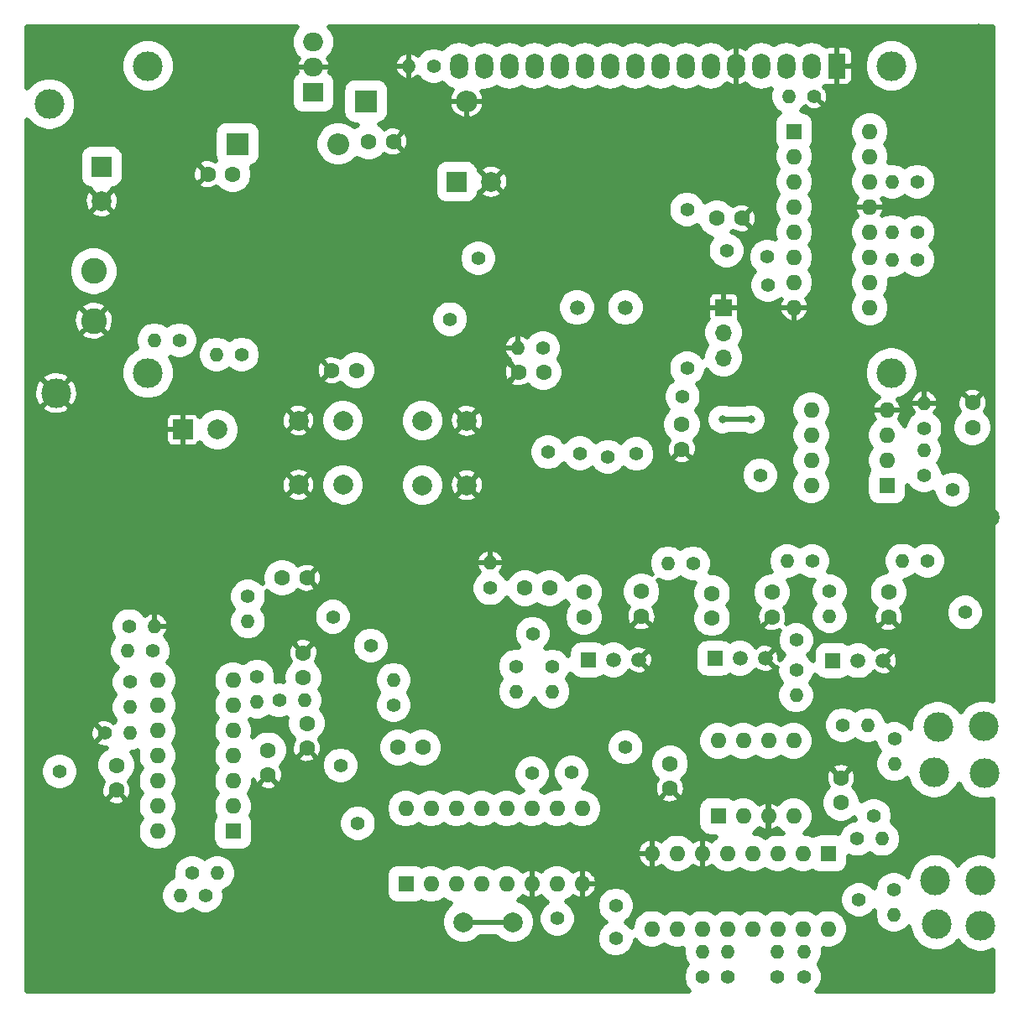
<source format=gbr>
%TF.GenerationSoftware,KiCad,Pcbnew,5.1.8-5.1.8*%
%TF.CreationDate,2021-09-03T20:09:13+08:00*%
%TF.ProjectId,lcr-1,6c63722d-312e-46b6-9963-61645f706362,rev?*%
%TF.SameCoordinates,Original*%
%TF.FileFunction,Copper,L2,Bot*%
%TF.FilePolarity,Positive*%
%FSLAX46Y46*%
G04 Gerber Fmt 4.6, Leading zero omitted, Abs format (unit mm)*
G04 Created by KiCad (PCBNEW 5.1.8-5.1.8) date 2021-09-03 20:09:13*
%MOMM*%
%LPD*%
G01*
G04 APERTURE LIST*
%TA.AperFunction,ComponentPad*%
%ADD10C,3.000000*%
%TD*%
%TA.AperFunction,ComponentPad*%
%ADD11O,2.000000X1.905000*%
%TD*%
%TA.AperFunction,ComponentPad*%
%ADD12R,2.000000X1.905000*%
%TD*%
%TA.AperFunction,ComponentPad*%
%ADD13O,1.400000X1.400000*%
%TD*%
%TA.AperFunction,ComponentPad*%
%ADD14C,1.400000*%
%TD*%
%TA.AperFunction,ComponentPad*%
%ADD15O,1.800000X2.600000*%
%TD*%
%TA.AperFunction,ComponentPad*%
%ADD16R,1.800000X2.600000*%
%TD*%
%TA.AperFunction,ComponentPad*%
%ADD17O,1.600000X1.600000*%
%TD*%
%TA.AperFunction,ComponentPad*%
%ADD18R,1.600000X1.600000*%
%TD*%
%TA.AperFunction,ComponentPad*%
%ADD19C,1.600000*%
%TD*%
%TA.AperFunction,ComponentPad*%
%ADD20R,1.500000X1.500000*%
%TD*%
%TA.AperFunction,ComponentPad*%
%ADD21C,1.500000*%
%TD*%
%TA.AperFunction,ComponentPad*%
%ADD22C,2.000000*%
%TD*%
%TA.AperFunction,ComponentPad*%
%ADD23C,2.600000*%
%TD*%
%TA.AperFunction,ComponentPad*%
%ADD24O,1.700000X1.700000*%
%TD*%
%TA.AperFunction,ComponentPad*%
%ADD25R,1.700000X1.700000*%
%TD*%
%TA.AperFunction,ComponentPad*%
%ADD26O,2.200000X2.200000*%
%TD*%
%TA.AperFunction,ComponentPad*%
%ADD27R,2.200000X2.200000*%
%TD*%
%TA.AperFunction,ComponentPad*%
%ADD28R,2.000000X2.000000*%
%TD*%
%TA.AperFunction,ViaPad*%
%ADD29C,4.000000*%
%TD*%
%TA.AperFunction,ViaPad*%
%ADD30C,2.000000*%
%TD*%
%TA.AperFunction,ViaPad*%
%ADD31C,0.800000*%
%TD*%
%TA.AperFunction,ViaPad*%
%ADD32C,3.000000*%
%TD*%
%TA.AperFunction,Conductor*%
%ADD33C,0.500000*%
%TD*%
%TA.AperFunction,Conductor*%
%ADD34C,0.100000*%
%TD*%
G04 APERTURE END LIST*
D10*
%TO.P,J11,1*%
%TO.N,/Hp*%
X187830000Y-136660000D03*
%TD*%
%TO.P,J10,1*%
%TO.N,/Hc*%
X187760000Y-131960000D03*
%TD*%
%TO.P,J9,1*%
%TO.N,/Lp*%
X187470000Y-147500000D03*
%TD*%
%TO.P,J6,1*%
%TO.N,/Lc*%
X187480000Y-152090000D03*
%TD*%
D11*
%TO.P,U8,3*%
%TO.N,+5V*%
X120159780Y-62857380D03*
%TO.P,U8,2*%
%TO.N,GND*%
X120159780Y-65397380D03*
D12*
%TO.P,U8,1*%
%TO.N,+9V*%
X120159780Y-67937380D03*
%TD*%
D13*
%TO.P,R34,2*%
%TO.N,Net-(R33-Pad1)*%
X110410000Y-94420000D03*
D14*
%TO.P,R34,1*%
%TO.N,-5V*%
X112950000Y-94420000D03*
%TD*%
D13*
%TO.P,R33,2*%
%TO.N,Net-(C20-Pad1)*%
X104130000Y-92980000D03*
D14*
%TO.P,R33,1*%
%TO.N,Net-(R33-Pad1)*%
X106670000Y-92980000D03*
%TD*%
D13*
%TO.P,R19,2*%
%TO.N,Net-(Q3-Pad1)*%
X172240000Y-120850000D03*
D14*
%TO.P,R19,1*%
%TO.N,Net-(C13-Pad1)*%
X172240000Y-118310000D03*
%TD*%
%TO.P,J12,1*%
%TO.N,+3V3*%
X161838640Y-83908900D03*
%TD*%
%TO.P,J40,1*%
%TO.N,shai_jian*%
X166027100Y-87393780D03*
%TD*%
%TO.P,J39,1*%
%TO.N,shuai_jian1*%
X165925500Y-84548980D03*
%TD*%
%TO.P,J38,1*%
%TO.N,+3V3*%
X157855920Y-79768700D03*
%TD*%
%TO.P,J37,1*%
%TO.N,+5V*%
X136794240Y-84696300D03*
%TD*%
%TO.P,J41,1*%
%TO.N,-5V*%
X133954520Y-90840560D03*
%TD*%
D10*
%TO.P,J36,1*%
%TO.N,GND*%
X94200980Y-98298000D03*
%TD*%
%TO.P,J35,1*%
%TO.N,+9V*%
X93543120Y-69121020D03*
%TD*%
D14*
%TO.P,J34,1*%
%TO.N,PA0_ADC*%
X122130820Y-120886220D03*
%TD*%
%TO.P,J33,1*%
%TO.N,shai_jian*%
X168876980Y-123248420D03*
%TD*%
%TO.P,J32,1*%
%TO.N,shuai_jian1*%
X142288260Y-122593100D03*
%TD*%
%TO.P,J31,1*%
%TO.N,/1.65V*%
X184670700Y-108046520D03*
%TD*%
%TO.P,J30,1*%
%TO.N,/1.65V*%
X125948440Y-123789440D03*
%TD*%
%TO.P,J29,1*%
%TO.N,SPWM*%
X185897520Y-120456960D03*
%TD*%
%TO.P,J28,1*%
%TO.N,+3V3*%
X165232080Y-106596180D03*
%TD*%
%TO.P,J27,1*%
%TO.N,+5V*%
X122905520Y-135892540D03*
%TD*%
%TO.P,J26,1*%
%TO.N,-5V*%
X94561660Y-136512300D03*
%TD*%
%TO.P,J25,1*%
%TO.N,PB1_CD4053_B_C*%
X146207480Y-136629140D03*
%TD*%
%TO.P,J24,1*%
%TO.N,PA6_CD4052_B*%
X150670000Y-153380000D03*
%TD*%
%TO.P,J23,1*%
%TO.N,PA6_CD4052_B*%
X152750000Y-104440000D03*
%TD*%
%TO.P,J22,1*%
%TO.N,PA9_CD4052_A*%
X157413960Y-98668840D03*
%TD*%
%TO.P,J21,1*%
%TO.N,PA3_CD4053_A*%
X143850360Y-104267000D03*
%TD*%
%TO.P,J20,1*%
%TO.N,PA9_CD4052_A*%
X150677880Y-150040340D03*
%TD*%
%TO.P,J19,1*%
%TO.N,SPWM*%
X157858460Y-95785940D03*
%TD*%
%TO.P,J18,1*%
%TO.N,PA3_CD4053_A*%
X142229840Y-136718040D03*
%TD*%
%TO.P,J17,1*%
%TO.N,-5V*%
X144762220Y-151363680D03*
%TD*%
%TO.P,J15,1*%
%TO.N,+5V*%
X124655580Y-141747240D03*
%TD*%
%TO.P,J14,1*%
%TO.N,PA0_ADC*%
X147043140Y-104376220D03*
%TD*%
%TO.P,J13,1*%
%TO.N,+5V*%
X175201580Y-149458680D03*
%TD*%
%TO.P,J8,1*%
%TO.N,+5V*%
X151655780Y-134081520D03*
%TD*%
%TO.P,J7,1*%
%TO.N,PB1_CD4053_B_C*%
X149877780Y-104744520D03*
%TD*%
D10*
%TO.P,J5,1*%
%TO.N,/Lc*%
X183020000Y-151950000D03*
%TD*%
%TO.P,J4,1*%
%TO.N,/Lp*%
X182900000Y-147490000D03*
%TD*%
%TO.P,J3,1*%
%TO.N,/Hp*%
X182800000Y-136610000D03*
%TD*%
%TO.P,J2,1*%
%TO.N,/Hc*%
X183180000Y-132010000D03*
%TD*%
D14*
%TO.P,J1,1*%
%TO.N,-5V*%
X176695100Y-140987780D03*
%TD*%
D10*
%TO.P,DS1,*%
%TO.N,*%
X103474000Y-65278000D03*
X103474520Y-96278700D03*
X178473100Y-96278700D03*
X178473100Y-65278000D03*
D15*
%TO.P,DS1,16*%
%TO.N,Net-(DS1-Pad16)*%
X134874000Y-65278000D03*
%TO.P,DS1,15*%
%TO.N,+5V*%
X137414000Y-65278000D03*
%TO.P,DS1,14*%
%TO.N,Net-(DS1-Pad14)*%
X139954000Y-65278000D03*
%TO.P,DS1,13*%
%TO.N,Net-(DS1-Pad13)*%
X142494000Y-65278000D03*
%TO.P,DS1,12*%
%TO.N,Net-(DS1-Pad12)*%
X145034000Y-65278000D03*
%TO.P,DS1,11*%
%TO.N,Net-(DS1-Pad11)*%
X147574000Y-65278000D03*
%TO.P,DS1,10*%
%TO.N,N/C*%
X150114000Y-65278000D03*
%TO.P,DS1,9*%
X152654000Y-65278000D03*
%TO.P,DS1,8*%
X155194000Y-65278000D03*
%TO.P,DS1,7*%
X157734000Y-65278000D03*
%TO.P,DS1,6*%
%TO.N,Net-(DS1-Pad6)*%
X160274000Y-65278000D03*
%TO.P,DS1,5*%
%TO.N,GND*%
X162814000Y-65278000D03*
%TO.P,DS1,4*%
%TO.N,Net-(DS1-Pad4)*%
X165354000Y-65278000D03*
%TO.P,DS1,3*%
%TO.N,Net-(DS1-Pad3)*%
X167894000Y-65278000D03*
%TO.P,DS1,2*%
%TO.N,+5V*%
X170434000Y-65278000D03*
D16*
%TO.P,DS1,1*%
%TO.N,GND*%
X172974000Y-65278000D03*
%TD*%
D13*
%TO.P,R16,2*%
%TO.N,Net-(C10-Pad1)*%
X167939980Y-115255040D03*
D14*
%TO.P,R16,1*%
%TO.N,Net-(C13-Pad1)*%
X170479980Y-115255040D03*
%TD*%
D17*
%TO.P,U6,8*%
%TO.N,+3V3*%
X170393360Y-107635040D03*
%TO.P,U6,4*%
%TO.N,GND*%
X178013360Y-100015040D03*
%TO.P,U6,7*%
%TO.N,Net-(U6-Pad6)*%
X170393360Y-105095040D03*
%TO.P,U6,3*%
%TO.N,Net-(C12-Pad1)*%
X178013360Y-102555040D03*
%TO.P,U6,6*%
%TO.N,Net-(U6-Pad6)*%
X170393360Y-102555040D03*
%TO.P,U6,2*%
%TO.N,/1.65V*%
X178013360Y-105095040D03*
%TO.P,U6,5*%
%TO.N,N/C*%
X170393360Y-100015040D03*
D18*
%TO.P,U6,1*%
%TO.N,/1.65V*%
X178013360Y-107635040D03*
%TD*%
D17*
%TO.P,U5,14*%
%TO.N,Net-(R13-Pad2)*%
X104444800Y-142534640D03*
%TO.P,U5,7*%
%TO.N,Net-(R28-Pad1)*%
X112064800Y-127294640D03*
%TO.P,U5,13*%
%TO.N,Net-(R13-Pad2)*%
X104444800Y-139994640D03*
%TO.P,U5,6*%
%TO.N,Net-(R27-Pad1)*%
X112064800Y-129834640D03*
%TO.P,U5,12*%
%TO.N,Net-(U3-Pad4)*%
X104444800Y-137454640D03*
%TO.P,U5,5*%
%TO.N,Net-(C14-Pad1)*%
X112064800Y-132374640D03*
%TO.P,U5,11*%
%TO.N,-5V*%
X104444800Y-134914640D03*
%TO.P,U5,4*%
%TO.N,+5V*%
X112064800Y-134914640D03*
%TO.P,U5,10*%
%TO.N,Net-(R12-Pad1)*%
X104444800Y-132374640D03*
%TO.P,U5,3*%
%TO.N,Net-(U3-Pad15)*%
X112064800Y-137454640D03*
%TO.P,U5,9*%
%TO.N,Net-(R13-Pad1)*%
X104444800Y-129834640D03*
%TO.P,U5,2*%
%TO.N,Net-(R12-Pad2)*%
X112064800Y-139994640D03*
%TO.P,U5,8*%
%TO.N,Net-(R15-Pad1)*%
X104444800Y-127294640D03*
D18*
%TO.P,U5,1*%
%TO.N,Net-(R12-Pad2)*%
X112064800Y-142534640D03*
%TD*%
D17*
%TO.P,U1,8*%
%TO.N,+5V*%
X160981160Y-133410400D03*
%TO.P,U1,4*%
%TO.N,-5V*%
X168601160Y-141030400D03*
%TO.P,U1,7*%
%TO.N,Net-(R4-Pad1)*%
X163521160Y-133410400D03*
%TO.P,U1,3*%
%TO.N,GND*%
X166061160Y-141030400D03*
%TO.P,U1,6*%
%TO.N,Net-(R4-Pad1)*%
X166061160Y-133410400D03*
%TO.P,U1,2*%
%TO.N,Net-(R9-Pad1)*%
X163521160Y-141030400D03*
%TO.P,U1,5*%
%TO.N,Net-(C7-Pad2)*%
X168601160Y-133410400D03*
D18*
%TO.P,U1,1*%
%TO.N,Net-(U1-Pad1)*%
X160981160Y-141030400D03*
%TD*%
D13*
%TO.P,R36,2*%
%TO.N,Net-(DS1-Pad3)*%
X168148000Y-68326000D03*
D14*
%TO.P,R36,1*%
%TO.N,GND*%
X170688000Y-68326000D03*
%TD*%
D13*
%TO.P,R35,2*%
%TO.N,GND*%
X129794000Y-65278000D03*
D14*
%TO.P,R35,1*%
%TO.N,Net-(DS1-Pad16)*%
X132334000Y-65278000D03*
%TD*%
D13*
%TO.P,R32,2*%
%TO.N,/PA7_SPI1_MOSI_74HC595_14_SER*%
X178562000Y-76962000D03*
D14*
%TO.P,R32,1*%
%TO.N,+5V*%
X181102000Y-76962000D03*
%TD*%
%TO.P,R31,1*%
%TO.N,+5V*%
X181102000Y-84836000D03*
D13*
%TO.P,R31,2*%
%TO.N,/PA5_SPI1_SCK_74HC595_11_SRCLK*%
X178562000Y-84836000D03*
%TD*%
%TO.P,R30,2*%
%TO.N,/PA4_SPI1_NSS_74HC595_12_RCLK*%
X178562000Y-82042000D03*
D14*
%TO.P,R30,1*%
%TO.N,+5V*%
X181102000Y-82042000D03*
%TD*%
D13*
%TO.P,R29,2*%
%TO.N,Net-(R28-Pad1)*%
X113558320Y-121381520D03*
D14*
%TO.P,R29,1*%
%TO.N,PA0_ADC*%
X113558320Y-118841520D03*
%TD*%
D13*
%TO.P,R26,2*%
%TO.N,Net-(Q1-Pad2)*%
X144277340Y-128440180D03*
D14*
%TO.P,R26,1*%
%TO.N,shuai_jian1*%
X144277340Y-125900180D03*
%TD*%
D13*
%TO.P,R25,2*%
%TO.N,Net-(Q2-Pad2)*%
X140609580Y-128435100D03*
D14*
%TO.P,R25,1*%
%TO.N,shuai_jian1*%
X140609580Y-125895100D03*
%TD*%
D13*
%TO.P,R28,2*%
%TO.N,Net-(R27-Pad1)*%
X114477800Y-129458720D03*
D14*
%TO.P,R28,1*%
%TO.N,Net-(R28-Pad1)*%
X114477800Y-126918720D03*
%TD*%
D13*
%TO.P,R27,2*%
%TO.N,/1.65V*%
X119253000Y-129326640D03*
D14*
%TO.P,R27,1*%
%TO.N,Net-(R27-Pad1)*%
X116713000Y-129326640D03*
%TD*%
D13*
%TO.P,R23,2*%
%TO.N,/1.65V*%
X128254760Y-127259080D03*
D14*
%TO.P,R23,1*%
%TO.N,Net-(C14-Pad1)*%
X128254760Y-129799080D03*
%TD*%
D13*
%TO.P,R24,2*%
%TO.N,Net-(Q3-Pad2)*%
X168856920Y-128821180D03*
D14*
%TO.P,R24,1*%
%TO.N,shai_jian*%
X168856920Y-126281180D03*
%TD*%
D13*
%TO.P,R22,2*%
%TO.N,GND*%
X181797960Y-99314000D03*
D14*
%TO.P,R22,1*%
%TO.N,Net-(C12-Pad1)*%
X181797960Y-101854000D03*
%TD*%
D13*
%TO.P,R21,2*%
%TO.N,Net-(C12-Pad1)*%
X181747160Y-104079040D03*
D14*
%TO.P,R21,1*%
%TO.N,+3V3*%
X181747160Y-106619040D03*
%TD*%
D13*
%TO.P,R18,2*%
%TO.N,GND*%
X104124760Y-121828560D03*
D14*
%TO.P,R18,1*%
%TO.N,Net-(R17-Pad2)*%
X101584760Y-121828560D03*
%TD*%
D13*
%TO.P,R17,2*%
%TO.N,Net-(R17-Pad2)*%
X101427280Y-124338080D03*
D14*
%TO.P,R17,1*%
%TO.N,Net-(R15-Pad1)*%
X103967280Y-124338080D03*
%TD*%
D13*
%TO.P,R15,2*%
%TO.N,Net-(R13-Pad1)*%
X101630480Y-130022600D03*
D14*
%TO.P,R15,1*%
%TO.N,Net-(R15-Pad1)*%
X101630480Y-127482600D03*
%TD*%
D13*
%TO.P,R14,2*%
%TO.N,Net-(R12-Pad1)*%
X101630480Y-132648960D03*
D14*
%TO.P,R14,1*%
%TO.N,GND*%
X99090480Y-132648960D03*
%TD*%
D13*
%TO.P,R20,2*%
%TO.N,Net-(C13-Pad1)*%
X179570640Y-115224560D03*
D14*
%TO.P,R20,1*%
%TO.N,SPWM*%
X182110640Y-115224560D03*
%TD*%
D13*
%TO.P,R12,2*%
%TO.N,Net-(R12-Pad2)*%
X110467140Y-146758660D03*
D14*
%TO.P,R12,1*%
%TO.N,Net-(R12-Pad1)*%
X107927140Y-146758660D03*
%TD*%
D13*
%TO.P,R13,2*%
%TO.N,Net-(R13-Pad2)*%
X106710480Y-149026880D03*
D14*
%TO.P,R13,1*%
%TO.N,Net-(R13-Pad1)*%
X109250480Y-149026880D03*
%TD*%
D13*
%TO.P,R11,2*%
%TO.N,Net-(C7-Pad1)*%
X155925780Y-115488720D03*
D14*
%TO.P,R11,1*%
%TO.N,Net-(C10-Pad1)*%
X158465780Y-115488720D03*
%TD*%
D13*
%TO.P,R10,2*%
%TO.N,GND*%
X138000000Y-115460000D03*
D14*
%TO.P,R10,1*%
%TO.N,Net-(C7-Pad2)*%
X138000000Y-118000000D03*
%TD*%
D13*
%TO.P,R9,2*%
%TO.N,/Lc*%
X177561240Y-143319500D03*
D14*
%TO.P,R9,1*%
%TO.N,Net-(R9-Pad1)*%
X175021240Y-143319500D03*
%TD*%
D13*
%TO.P,R8,2*%
%TO.N,Net-(R8-Pad2)*%
X159385000Y-154716480D03*
D14*
%TO.P,R8,1*%
%TO.N,/Lc*%
X159385000Y-157256480D03*
%TD*%
D13*
%TO.P,R7,2*%
%TO.N,Net-(R7-Pad2)*%
X169656760Y-154675840D03*
D14*
%TO.P,R7,1*%
%TO.N,/Lc*%
X169656760Y-157215840D03*
%TD*%
D13*
%TO.P,R6,2*%
%TO.N,/Lc*%
X178704240Y-150977600D03*
D14*
%TO.P,R6,1*%
%TO.N,/Lp*%
X178704240Y-148437600D03*
%TD*%
D13*
%TO.P,R5,2*%
%TO.N,/Hp*%
X178762000Y-135756660D03*
D14*
%TO.P,R5,1*%
%TO.N,/Hc*%
X178762000Y-133216660D03*
%TD*%
D13*
%TO.P,R4,2*%
%TO.N,/Hc*%
X176093120Y-131820920D03*
D14*
%TO.P,R4,1*%
%TO.N,Net-(R4-Pad1)*%
X173553120Y-131820920D03*
%TD*%
D13*
%TO.P,R3,2*%
%TO.N,GND*%
X140776960Y-93751400D03*
D14*
%TO.P,R3,1*%
%TO.N,Net-(R3-Pad1)*%
X143316960Y-93751400D03*
%TD*%
D13*
%TO.P,R2,2*%
%TO.N,Net-(R2-Pad2)*%
X166984680Y-154675840D03*
D14*
%TO.P,R2,1*%
%TO.N,/Lc*%
X166984680Y-157215840D03*
%TD*%
D13*
%TO.P,R1,2*%
%TO.N,Net-(R1-Pad2)*%
X161996120Y-154716480D03*
D14*
%TO.P,R1,1*%
%TO.N,/Lc*%
X161996120Y-157256480D03*
%TD*%
D19*
%TO.P,C13,2*%
%TO.N,GND*%
X178191420Y-120902100D03*
%TO.P,C13,1*%
%TO.N,Net-(C13-Pad1)*%
X178191420Y-118402100D03*
%TD*%
%TO.P,C11,2*%
%TO.N,GND*%
X166436300Y-120919880D03*
%TO.P,C11,1*%
%TO.N,Net-(C10-Pad1)*%
X166436300Y-118419880D03*
%TD*%
%TO.P,C9,2*%
%TO.N,GND*%
X153243540Y-120841140D03*
%TO.P,C9,1*%
%TO.N,Net-(C7-Pad1)*%
X153243540Y-118341140D03*
%TD*%
D20*
%TO.P,Q2,1*%
%TO.N,Net-(C10-Pad2)*%
X160642560Y-125082300D03*
D21*
%TO.P,Q2,3*%
%TO.N,GND*%
X165722560Y-125082300D03*
%TO.P,Q2,2*%
%TO.N,Net-(Q2-Pad2)*%
X163182560Y-125082300D03*
%TD*%
D19*
%TO.P,C8,2*%
%TO.N,Net-(C8-Pad2)*%
X147462500Y-120919880D03*
%TO.P,C8,1*%
%TO.N,Net-(C7-Pad1)*%
X147462500Y-118419880D03*
%TD*%
%TO.P,C18,2*%
%TO.N,GND*%
X119496840Y-134148200D03*
%TO.P,C18,1*%
%TO.N,/1.65V*%
X119496840Y-131648200D03*
%TD*%
%TO.P,C12,2*%
%TO.N,GND*%
X186644280Y-99287960D03*
%TO.P,C12,1*%
%TO.N,Net-(C12-Pad1)*%
X186644280Y-101787960D03*
%TD*%
D21*
%TO.P,Y1,2*%
%TO.N,Net-(C1-Pad1)*%
X146758000Y-89662000D03*
%TO.P,Y1,1*%
%TO.N,Net-(C2-Pad2)*%
X151638000Y-89662000D03*
%TD*%
D17*
%TO.P,U7,16*%
%TO.N,+5V*%
X176276000Y-71882000D03*
%TO.P,U7,8*%
%TO.N,GND*%
X168656000Y-89662000D03*
%TO.P,U7,15*%
%TO.N,Net-(DS1-Pad4)*%
X176276000Y-74422000D03*
%TO.P,U7,7*%
%TO.N,shai_jian*%
X168656000Y-87122000D03*
%TO.P,U7,14*%
%TO.N,/PA7_SPI1_MOSI_74HC595_14_SER*%
X176276000Y-76962000D03*
%TO.P,U7,6*%
%TO.N,shuai_jian1*%
X168656000Y-84582000D03*
%TO.P,U7,13*%
%TO.N,GND*%
X176276000Y-79502000D03*
%TO.P,U7,5*%
%TO.N,Net-(DS1-Pad14)*%
X168656000Y-82042000D03*
%TO.P,U7,12*%
%TO.N,/PA4_SPI1_NSS_74HC595_12_RCLK*%
X176276000Y-82042000D03*
%TO.P,U7,4*%
%TO.N,Net-(DS1-Pad13)*%
X168656000Y-79502000D03*
%TO.P,U7,11*%
%TO.N,/PA5_SPI1_SCK_74HC595_11_SRCLK*%
X176276000Y-84582000D03*
%TO.P,U7,3*%
%TO.N,Net-(DS1-Pad12)*%
X168656000Y-76962000D03*
%TO.P,U7,10*%
%TO.N,+5V*%
X176276000Y-87122000D03*
%TO.P,U7,2*%
%TO.N,Net-(DS1-Pad11)*%
X168656000Y-74422000D03*
%TO.P,U7,9*%
%TO.N,N/C*%
X176276000Y-89662000D03*
D18*
%TO.P,U7,1*%
%TO.N,Net-(DS1-Pad6)*%
X168656000Y-71882000D03*
%TD*%
D17*
%TO.P,U4,16*%
%TO.N,+5V*%
X172110400Y-152405080D03*
%TO.P,U4,8*%
%TO.N,GND*%
X154330400Y-144785080D03*
%TO.P,U4,15*%
%TO.N,Net-(R7-Pad2)*%
X169570400Y-152405080D03*
%TO.P,U4,7*%
%TO.N,-5V*%
X156870400Y-144785080D03*
%TO.P,U4,14*%
%TO.N,Net-(R2-Pad2)*%
X167030400Y-152405080D03*
%TO.P,U4,6*%
%TO.N,GND*%
X159410400Y-144785080D03*
%TO.P,U4,13*%
%TO.N,Net-(U3-Pad1)*%
X164490400Y-152405080D03*
%TO.P,U4,5*%
%TO.N,Net-(R2-Pad2)*%
X161950400Y-144785080D03*
%TO.P,U4,12*%
%TO.N,Net-(R1-Pad2)*%
X161950400Y-152405080D03*
%TO.P,U4,4*%
%TO.N,Net-(R8-Pad2)*%
X164490400Y-144785080D03*
%TO.P,U4,11*%
X159410400Y-152405080D03*
%TO.P,U4,3*%
%TO.N,Net-(U1-Pad1)*%
X167030400Y-144785080D03*
%TO.P,U4,10*%
%TO.N,PA9_CD4052_A*%
X156870400Y-152405080D03*
%TO.P,U4,2*%
%TO.N,Net-(R7-Pad2)*%
X169570400Y-144785080D03*
%TO.P,U4,9*%
%TO.N,PA6_CD4052_B*%
X154330400Y-152405080D03*
D18*
%TO.P,U4,1*%
%TO.N,Net-(R1-Pad2)*%
X172110400Y-144785080D03*
%TD*%
D17*
%TO.P,U3,16*%
%TO.N,+5V*%
X129514600Y-140238480D03*
%TO.P,U3,8*%
%TO.N,GND*%
X147294600Y-147858480D03*
%TO.P,U3,15*%
%TO.N,Net-(U3-Pad15)*%
X132054600Y-140238480D03*
%TO.P,U3,7*%
%TO.N,-5V*%
X144754600Y-147858480D03*
%TO.P,U3,14*%
%TO.N,Net-(C14-Pad2)*%
X134594600Y-140238480D03*
%TO.P,U3,6*%
%TO.N,GND*%
X142214600Y-147858480D03*
%TO.P,U3,13*%
%TO.N,Net-(R15-Pad1)*%
X137134600Y-140238480D03*
%TO.P,U3,5*%
%TO.N,/Lp*%
X139674600Y-147858480D03*
%TO.P,U3,12*%
%TO.N,Net-(R17-Pad2)*%
X139674600Y-140238480D03*
%TO.P,U3,4*%
%TO.N,Net-(U3-Pad4)*%
X137134600Y-147858480D03*
%TO.P,U3,11*%
%TO.N,PA3_CD4053_A*%
X142214600Y-140238480D03*
%TO.P,U3,3*%
%TO.N,/Lc*%
X134594600Y-147858480D03*
%TO.P,U3,10*%
%TO.N,PB1_CD4053_B_C*%
X144754600Y-140238480D03*
%TO.P,U3,2*%
%TO.N,/Hp*%
X132054600Y-147858480D03*
%TO.P,U3,9*%
%TO.N,PB1_CD4053_B_C*%
X147294600Y-140238480D03*
D18*
%TO.P,U3,1*%
%TO.N,Net-(U3-Pad1)*%
X129514600Y-147858480D03*
%TD*%
D22*
%TO.P,SW2,1*%
%TO.N,Net-(SW2-Pad1)*%
X131150360Y-107602160D03*
%TO.P,SW2,2*%
%TO.N,GND*%
X135650360Y-107602160D03*
%TO.P,SW2,1*%
%TO.N,Net-(SW2-Pad1)*%
X131150360Y-101102160D03*
%TO.P,SW2,2*%
%TO.N,GND*%
X135650360Y-101102160D03*
%TD*%
%TO.P,SW1,1*%
%TO.N,Net-(SW1-Pad1)*%
X123149360Y-101074080D03*
%TO.P,SW1,2*%
%TO.N,GND*%
X118649360Y-101074080D03*
%TO.P,SW1,1*%
%TO.N,Net-(SW1-Pad1)*%
X123149360Y-107574080D03*
%TO.P,SW1,2*%
%TO.N,GND*%
X118649360Y-107574080D03*
%TD*%
D20*
%TO.P,Q3,1*%
%TO.N,Net-(Q3-Pad1)*%
X172567860Y-125318520D03*
D21*
%TO.P,Q3,3*%
%TO.N,GND*%
X177647860Y-125318520D03*
%TO.P,Q3,2*%
%TO.N,Net-(Q3-Pad2)*%
X175107860Y-125318520D03*
%TD*%
D20*
%TO.P,Q1,1*%
%TO.N,Net-(C8-Pad2)*%
X147896840Y-125239780D03*
D21*
%TO.P,Q1,3*%
%TO.N,GND*%
X152976840Y-125239780D03*
%TO.P,Q1,2*%
%TO.N,Net-(Q1-Pad2)*%
X150436840Y-125239780D03*
%TD*%
D23*
%TO.P,L1,2*%
%TO.N,Net-(D2-Pad1)*%
X98000000Y-86000000D03*
%TO.P,L1,1*%
%TO.N,GND*%
X98000000Y-91000000D03*
%TD*%
D24*
%TO.P,J16,3*%
%TO.N,/DIO*%
X161544000Y-94742000D03*
%TO.P,J16,2*%
%TO.N,/CLK*%
X161544000Y-92202000D03*
D25*
%TO.P,J16,1*%
%TO.N,GND*%
X161544000Y-89662000D03*
%TD*%
D26*
%TO.P,D3,2*%
%TO.N,GND*%
X135636000Y-68834000D03*
D27*
%TO.P,D3,1*%
%TO.N,+5V*%
X125476000Y-68834000D03*
%TD*%
D26*
%TO.P,D1,2*%
%TO.N,+5V*%
X122682000Y-73152000D03*
D27*
%TO.P,D1,1*%
%TO.N,+9V*%
X112522000Y-73152000D03*
%TD*%
D19*
%TO.P,C17,2*%
%TO.N,GND*%
X119151400Y-124535560D03*
%TO.P,C17,1*%
%TO.N,/1.65V*%
X119151400Y-127035560D03*
%TD*%
%TO.P,C25,2*%
%TO.N,GND*%
X163358200Y-80665320D03*
%TO.P,C25,1*%
%TO.N,+3V3*%
X160858200Y-80665320D03*
%TD*%
%TO.P,C19,2*%
%TO.N,GND*%
X119502560Y-116951760D03*
%TO.P,C19,1*%
%TO.N,PA0_ADC*%
X117002560Y-116951760D03*
%TD*%
%TO.P,C16,2*%
%TO.N,-5V*%
X100279200Y-135904600D03*
%TO.P,C16,1*%
%TO.N,GND*%
X100279200Y-138404600D03*
%TD*%
%TO.P,C15,2*%
%TO.N,+5V*%
X115590320Y-134367900D03*
%TO.P,C15,1*%
%TO.N,GND*%
X115590320Y-136867900D03*
%TD*%
%TO.P,C14,2*%
%TO.N,Net-(C14-Pad2)*%
X131206880Y-134086600D03*
%TO.P,C14,1*%
%TO.N,Net-(C14-Pad1)*%
X128706880Y-134086600D03*
%TD*%
%TO.P,C5,2*%
%TO.N,GND*%
X140873480Y-96205040D03*
%TO.P,C5,1*%
%TO.N,Net-(C5-Pad1)*%
X143373480Y-96205040D03*
%TD*%
%TO.P,C10,2*%
%TO.N,Net-(C10-Pad2)*%
X160365700Y-121024020D03*
%TO.P,C10,1*%
%TO.N,Net-(C10-Pad1)*%
X160365700Y-118524020D03*
%TD*%
D22*
%TO.P,C27,2*%
%TO.N,-5V*%
X110500000Y-102000000D03*
D28*
%TO.P,C27,1*%
%TO.N,GND*%
X107000000Y-102000000D03*
%TD*%
D22*
%TO.P,C26,2*%
%TO.N,GND*%
X138120000Y-76962000D03*
D28*
%TO.P,C26,1*%
%TO.N,+5V*%
X134620000Y-76962000D03*
%TD*%
D19*
%TO.P,C24,2*%
%TO.N,-5V*%
X124500000Y-96000000D03*
%TO.P,C24,1*%
%TO.N,GND*%
X122000000Y-96000000D03*
%TD*%
%TO.P,C23,2*%
%TO.N,GND*%
X128230000Y-72898000D03*
%TO.P,C23,1*%
%TO.N,+5V*%
X125730000Y-72898000D03*
%TD*%
D22*
%TO.P,C22,2*%
%TO.N,GND*%
X98806000Y-78938000D03*
D28*
%TO.P,C22,1*%
%TO.N,+9V*%
X98806000Y-75438000D03*
%TD*%
D19*
%TO.P,C21,2*%
%TO.N,GND*%
X109514000Y-76200000D03*
%TO.P,C21,1*%
%TO.N,+9V*%
X112014000Y-76200000D03*
%TD*%
%TO.P,C6,2*%
%TO.N,+3V3*%
X157332680Y-101462200D03*
%TO.P,C6,1*%
%TO.N,GND*%
X157332680Y-103962200D03*
%TD*%
%TO.P,C7,2*%
%TO.N,Net-(C7-Pad2)*%
X141500000Y-118000000D03*
%TO.P,C7,1*%
%TO.N,Net-(C7-Pad1)*%
X144000000Y-118000000D03*
%TD*%
%TO.P,C4,2*%
%TO.N,-5V*%
X173385480Y-139665080D03*
%TO.P,C4,1*%
%TO.N,GND*%
X173385480Y-137165080D03*
%TD*%
%TO.P,C3,2*%
%TO.N,+5V*%
X156128720Y-135706480D03*
%TO.P,C3,1*%
%TO.N,GND*%
X156128720Y-138206480D03*
%TD*%
D29*
%TO.N,GND*%
X93726000Y-63500000D03*
D30*
X92008960Y-110093760D03*
X95290640Y-110124240D03*
X98501200Y-110144560D03*
X101848920Y-110164880D03*
X105115360Y-110220760D03*
X108518960Y-110230920D03*
X112069880Y-110261400D03*
X115402360Y-110271560D03*
X118780560Y-110352840D03*
X122326400Y-110327440D03*
X126121160Y-110383320D03*
X129809240Y-110408720D03*
X133334760Y-110423960D03*
X136966960Y-110484920D03*
X140776960Y-110510320D03*
X144505680Y-110525560D03*
X147970240Y-110556040D03*
X151739600Y-110601760D03*
X155717240Y-110617000D03*
X159659320Y-110672880D03*
X163240720Y-110688120D03*
X167370760Y-110728760D03*
X171160440Y-110754160D03*
X176509680Y-110754160D03*
X185536840Y-110876080D03*
X188396880Y-110845600D03*
D31*
X178998880Y-110810040D03*
X180334920Y-110825280D03*
X181559200Y-110845600D03*
X182839360Y-110855760D03*
X183941720Y-110865920D03*
D32*
X187269120Y-62514480D03*
X187167520Y-113893600D03*
X187462160Y-106258360D03*
X93705680Y-157281880D03*
X93705680Y-113888520D03*
X93451680Y-106197400D03*
X187172600Y-157185360D03*
D31*
%TO.N,/PA5_SPI1_SCK_74HC595_11_SRCLK*%
X161411920Y-100965000D03*
X164305000Y-100965000D03*
D30*
%TO.N,Net-(U3-Pad1)*%
X140289280Y-151714200D03*
X135300720Y-151714200D03*
%TD*%
D33*
%TO.N,/PA5_SPI1_SCK_74HC595_11_SRCLK*%
X161411920Y-100965000D02*
X164305000Y-100965000D01*
X164305000Y-100965000D02*
X164305000Y-100965000D01*
%TO.N,Net-(U3-Pad1)*%
X140289280Y-151714200D02*
X135300720Y-151714200D01*
X135300720Y-151714200D02*
X135300720Y-151714200D01*
%TD*%
%TO.N,GND*%
X118272108Y-61627816D02*
X118067590Y-62010442D01*
X117941649Y-62425615D01*
X117899124Y-62857380D01*
X117941649Y-63289145D01*
X118067590Y-63704318D01*
X118272108Y-64086944D01*
X118547342Y-64422318D01*
X118655556Y-64511126D01*
X118530455Y-64746496D01*
X118433868Y-65067601D01*
X118423470Y-65125849D01*
X118591285Y-65393380D01*
X120155780Y-65393380D01*
X120155780Y-65373380D01*
X120163780Y-65373380D01*
X120163780Y-65393380D01*
X121728275Y-65393380D01*
X121896090Y-65125849D01*
X121885692Y-65067601D01*
X121879186Y-65045969D01*
X128354581Y-65045969D01*
X128525506Y-65274000D01*
X129790000Y-65274000D01*
X129790000Y-64009505D01*
X129798000Y-64009505D01*
X129798000Y-65274000D01*
X129818000Y-65274000D01*
X129818000Y-65282000D01*
X129798000Y-65282000D01*
X129798000Y-66546495D01*
X130026031Y-66717419D01*
X130302389Y-66644494D01*
X130559210Y-66519055D01*
X130730744Y-66388465D01*
X130819336Y-66521052D01*
X131090948Y-66792664D01*
X131410329Y-67006067D01*
X131765206Y-67153062D01*
X132141942Y-67228000D01*
X132526058Y-67228000D01*
X132902794Y-67153062D01*
X133201633Y-67029279D01*
X133346365Y-67205635D01*
X133673745Y-67474309D01*
X134047250Y-67673951D01*
X134162537Y-67708923D01*
X134130499Y-67745133D01*
X133946999Y-68059764D01*
X133828407Y-68404148D01*
X133801505Y-68539395D01*
X133967505Y-68830000D01*
X135632000Y-68830000D01*
X135632000Y-68810000D01*
X135640000Y-68810000D01*
X135640000Y-68830000D01*
X137304495Y-68830000D01*
X137470495Y-68539395D01*
X137443593Y-68404148D01*
X137325001Y-68059764D01*
X137182606Y-67815611D01*
X137414000Y-67838402D01*
X137835473Y-67796890D01*
X138240749Y-67673951D01*
X138614255Y-67474309D01*
X138684000Y-67417071D01*
X138753745Y-67474309D01*
X139127250Y-67673951D01*
X139532526Y-67796890D01*
X139954000Y-67838402D01*
X140375473Y-67796890D01*
X140780749Y-67673951D01*
X141154255Y-67474309D01*
X141224000Y-67417071D01*
X141293745Y-67474309D01*
X141667250Y-67673951D01*
X142072526Y-67796890D01*
X142494000Y-67838402D01*
X142915473Y-67796890D01*
X143320749Y-67673951D01*
X143694255Y-67474309D01*
X143764000Y-67417071D01*
X143833745Y-67474309D01*
X144207250Y-67673951D01*
X144612526Y-67796890D01*
X145034000Y-67838402D01*
X145455473Y-67796890D01*
X145860749Y-67673951D01*
X146234255Y-67474309D01*
X146304000Y-67417071D01*
X146373745Y-67474309D01*
X146747250Y-67673951D01*
X147152526Y-67796890D01*
X147574000Y-67838402D01*
X147995473Y-67796890D01*
X148400749Y-67673951D01*
X148774255Y-67474309D01*
X148844000Y-67417071D01*
X148913745Y-67474309D01*
X149287250Y-67673951D01*
X149692526Y-67796890D01*
X150114000Y-67838402D01*
X150535473Y-67796890D01*
X150940749Y-67673951D01*
X151314255Y-67474309D01*
X151384000Y-67417071D01*
X151453745Y-67474309D01*
X151827250Y-67673951D01*
X152232526Y-67796890D01*
X152654000Y-67838402D01*
X153075473Y-67796890D01*
X153480749Y-67673951D01*
X153854255Y-67474309D01*
X153924000Y-67417071D01*
X153993745Y-67474309D01*
X154367250Y-67673951D01*
X154772526Y-67796890D01*
X155194000Y-67838402D01*
X155615473Y-67796890D01*
X156020749Y-67673951D01*
X156394255Y-67474309D01*
X156464000Y-67417071D01*
X156533745Y-67474309D01*
X156907250Y-67673951D01*
X157312526Y-67796890D01*
X157734000Y-67838402D01*
X158155473Y-67796890D01*
X158560749Y-67673951D01*
X158934255Y-67474309D01*
X159004000Y-67417071D01*
X159073745Y-67474309D01*
X159447250Y-67673951D01*
X159852526Y-67796890D01*
X160274000Y-67838402D01*
X160695473Y-67796890D01*
X161100749Y-67673951D01*
X161474255Y-67474309D01*
X161801635Y-67205635D01*
X161914260Y-67068401D01*
X162183206Y-67211323D01*
X162494463Y-67304922D01*
X162550682Y-67314957D01*
X162810000Y-67146495D01*
X162810000Y-65282000D01*
X162790000Y-65282000D01*
X162790000Y-65274000D01*
X162810000Y-65274000D01*
X162810000Y-63409505D01*
X162818000Y-63409505D01*
X162818000Y-65274000D01*
X162838000Y-65274000D01*
X162838000Y-65282000D01*
X162818000Y-65282000D01*
X162818000Y-67146495D01*
X163077318Y-67314957D01*
X163133537Y-67304922D01*
X163444794Y-67211323D01*
X163713740Y-67068401D01*
X163826365Y-67205635D01*
X164153745Y-67474309D01*
X164527250Y-67673951D01*
X164932526Y-67796890D01*
X165354000Y-67838402D01*
X165775473Y-67796890D01*
X166180749Y-67673951D01*
X166343444Y-67586989D01*
X166272938Y-67757206D01*
X166198000Y-68133942D01*
X166198000Y-68518058D01*
X166272938Y-68894794D01*
X166419933Y-69249671D01*
X166633336Y-69569052D01*
X166904948Y-69840664D01*
X167181265Y-70025293D01*
X167158177Y-70037634D01*
X166967840Y-70193840D01*
X166811634Y-70384177D01*
X166695563Y-70601331D01*
X166624087Y-70836957D01*
X166599952Y-71082000D01*
X166599952Y-72682000D01*
X166624087Y-72927043D01*
X166695563Y-73162669D01*
X166811634Y-73379823D01*
X166853092Y-73430340D01*
X166839314Y-73450961D01*
X166684780Y-73824037D01*
X166606000Y-74220093D01*
X166606000Y-74623907D01*
X166684780Y-75019963D01*
X166839314Y-75393039D01*
X167039073Y-75692000D01*
X166839314Y-75990961D01*
X166684780Y-76364037D01*
X166606000Y-76760093D01*
X166606000Y-77163907D01*
X166684780Y-77559963D01*
X166839314Y-77933039D01*
X167039073Y-78232000D01*
X166839314Y-78530961D01*
X166684780Y-78904037D01*
X166606000Y-79300093D01*
X166606000Y-79703907D01*
X166684780Y-80099963D01*
X166839314Y-80473039D01*
X167039073Y-80772000D01*
X166839314Y-81070961D01*
X166684780Y-81444037D01*
X166606000Y-81840093D01*
X166606000Y-82243907D01*
X166684780Y-82639963D01*
X166741209Y-82776194D01*
X166494294Y-82673918D01*
X166117558Y-82598980D01*
X165733442Y-82598980D01*
X165356706Y-82673918D01*
X165001829Y-82820913D01*
X164682448Y-83034316D01*
X164410836Y-83305928D01*
X164197433Y-83625309D01*
X164050438Y-83980186D01*
X163975500Y-84356922D01*
X163975500Y-84741038D01*
X164050438Y-85117774D01*
X164197433Y-85472651D01*
X164410836Y-85792032D01*
X164640984Y-86022180D01*
X164512436Y-86150728D01*
X164299033Y-86470109D01*
X164152038Y-86824986D01*
X164077100Y-87201722D01*
X164077100Y-87585838D01*
X164152038Y-87962574D01*
X164299033Y-88317451D01*
X164512436Y-88636832D01*
X164784048Y-88908444D01*
X165103429Y-89121847D01*
X165458306Y-89268842D01*
X165835042Y-89343780D01*
X166219158Y-89343780D01*
X166595894Y-89268842D01*
X166950771Y-89121847D01*
X167270152Y-88908444D01*
X167343051Y-88835545D01*
X167239442Y-89013363D01*
X167140118Y-89302183D01*
X167117812Y-89414325D01*
X167287506Y-89658000D01*
X168652000Y-89658000D01*
X168652000Y-89638000D01*
X168660000Y-89638000D01*
X168660000Y-89658000D01*
X170024494Y-89658000D01*
X170194188Y-89414325D01*
X170171882Y-89302183D01*
X170072558Y-89013363D01*
X169918796Y-88749470D01*
X169915612Y-88745868D01*
X169962799Y-88714339D01*
X170248339Y-88428799D01*
X170472686Y-88093039D01*
X170627220Y-87719963D01*
X170706000Y-87323907D01*
X170706000Y-86920093D01*
X170627220Y-86524037D01*
X170472686Y-86150961D01*
X170272927Y-85852000D01*
X170472686Y-85553039D01*
X170627220Y-85179963D01*
X170706000Y-84783907D01*
X170706000Y-84380093D01*
X170627220Y-83984037D01*
X170472686Y-83610961D01*
X170272927Y-83312000D01*
X170472686Y-83013039D01*
X170627220Y-82639963D01*
X170706000Y-82243907D01*
X170706000Y-81840093D01*
X174226000Y-81840093D01*
X174226000Y-82243907D01*
X174304780Y-82639963D01*
X174459314Y-83013039D01*
X174659073Y-83312000D01*
X174459314Y-83610961D01*
X174304780Y-83984037D01*
X174226000Y-84380093D01*
X174226000Y-84783907D01*
X174304780Y-85179963D01*
X174459314Y-85553039D01*
X174659073Y-85852000D01*
X174459314Y-86150961D01*
X174304780Y-86524037D01*
X174226000Y-86920093D01*
X174226000Y-87323907D01*
X174304780Y-87719963D01*
X174459314Y-88093039D01*
X174659073Y-88392000D01*
X174459314Y-88690961D01*
X174304780Y-89064037D01*
X174226000Y-89460093D01*
X174226000Y-89863907D01*
X174304780Y-90259963D01*
X174459314Y-90633039D01*
X174683661Y-90968799D01*
X174969201Y-91254339D01*
X175304961Y-91478686D01*
X175678037Y-91633220D01*
X176074093Y-91712000D01*
X176477907Y-91712000D01*
X176873963Y-91633220D01*
X177247039Y-91478686D01*
X177582799Y-91254339D01*
X177868339Y-90968799D01*
X178092686Y-90633039D01*
X178247220Y-90259963D01*
X178326000Y-89863907D01*
X178326000Y-89460093D01*
X178247220Y-89064037D01*
X178092686Y-88690961D01*
X177892927Y-88392000D01*
X178092686Y-88093039D01*
X178247220Y-87719963D01*
X178326000Y-87323907D01*
X178326000Y-86920093D01*
X178296418Y-86771375D01*
X178369942Y-86786000D01*
X178754058Y-86786000D01*
X179130794Y-86711062D01*
X179485671Y-86564067D01*
X179805052Y-86350664D01*
X179832000Y-86323716D01*
X179858948Y-86350664D01*
X180178329Y-86564067D01*
X180533206Y-86711062D01*
X180909942Y-86786000D01*
X181294058Y-86786000D01*
X181670794Y-86711062D01*
X182025671Y-86564067D01*
X182345052Y-86350664D01*
X182616664Y-86079052D01*
X182830067Y-85759671D01*
X182977062Y-85404794D01*
X183052000Y-85028058D01*
X183052000Y-84643942D01*
X182977062Y-84267206D01*
X182830067Y-83912329D01*
X182616664Y-83592948D01*
X182462716Y-83439000D01*
X182616664Y-83285052D01*
X182830067Y-82965671D01*
X182977062Y-82610794D01*
X183052000Y-82234058D01*
X183052000Y-81849942D01*
X182977062Y-81473206D01*
X182830067Y-81118329D01*
X182616664Y-80798948D01*
X182345052Y-80527336D01*
X182025671Y-80313933D01*
X181670794Y-80166938D01*
X181294058Y-80092000D01*
X180909942Y-80092000D01*
X180533206Y-80166938D01*
X180178329Y-80313933D01*
X179858948Y-80527336D01*
X179832000Y-80554284D01*
X179805052Y-80527336D01*
X179485671Y-80313933D01*
X179130794Y-80166938D01*
X178754058Y-80092000D01*
X178369942Y-80092000D01*
X177993206Y-80166938D01*
X177638329Y-80313933D01*
X177571324Y-80358704D01*
X177692558Y-80150637D01*
X177791882Y-79861817D01*
X177814188Y-79749675D01*
X177644494Y-79506000D01*
X176280000Y-79506000D01*
X176280000Y-79526000D01*
X176272000Y-79526000D01*
X176272000Y-79506000D01*
X174907506Y-79506000D01*
X174737812Y-79749675D01*
X174760118Y-79861817D01*
X174859442Y-80150637D01*
X175013204Y-80414530D01*
X175016388Y-80418132D01*
X174969201Y-80449661D01*
X174683661Y-80735201D01*
X174459314Y-81070961D01*
X174304780Y-81444037D01*
X174226000Y-81840093D01*
X170706000Y-81840093D01*
X170627220Y-81444037D01*
X170472686Y-81070961D01*
X170272927Y-80772000D01*
X170472686Y-80473039D01*
X170627220Y-80099963D01*
X170706000Y-79703907D01*
X170706000Y-79300093D01*
X170627220Y-78904037D01*
X170472686Y-78530961D01*
X170272927Y-78232000D01*
X170472686Y-77933039D01*
X170627220Y-77559963D01*
X170706000Y-77163907D01*
X170706000Y-76760093D01*
X170627220Y-76364037D01*
X170472686Y-75990961D01*
X170272927Y-75692000D01*
X170472686Y-75393039D01*
X170627220Y-75019963D01*
X170706000Y-74623907D01*
X170706000Y-74220093D01*
X170627220Y-73824037D01*
X170472686Y-73450961D01*
X170458908Y-73430340D01*
X170500366Y-73379823D01*
X170616437Y-73162669D01*
X170687913Y-72927043D01*
X170712048Y-72682000D01*
X170712048Y-71680093D01*
X174226000Y-71680093D01*
X174226000Y-72083907D01*
X174304780Y-72479963D01*
X174459314Y-72853039D01*
X174659073Y-73152000D01*
X174459314Y-73450961D01*
X174304780Y-73824037D01*
X174226000Y-74220093D01*
X174226000Y-74623907D01*
X174304780Y-75019963D01*
X174459314Y-75393039D01*
X174659073Y-75692000D01*
X174459314Y-75990961D01*
X174304780Y-76364037D01*
X174226000Y-76760093D01*
X174226000Y-77163907D01*
X174304780Y-77559963D01*
X174459314Y-77933039D01*
X174683661Y-78268799D01*
X174969201Y-78554339D01*
X175016388Y-78585868D01*
X175013204Y-78589470D01*
X174859442Y-78853363D01*
X174760118Y-79142183D01*
X174737812Y-79254325D01*
X174907506Y-79498000D01*
X176272000Y-79498000D01*
X176272000Y-79478000D01*
X176280000Y-79478000D01*
X176280000Y-79498000D01*
X177644494Y-79498000D01*
X177814188Y-79254325D01*
X177791882Y-79142183D01*
X177692558Y-78853363D01*
X177571324Y-78645296D01*
X177638329Y-78690067D01*
X177993206Y-78837062D01*
X178369942Y-78912000D01*
X178754058Y-78912000D01*
X179130794Y-78837062D01*
X179485671Y-78690067D01*
X179805052Y-78476664D01*
X179832000Y-78449716D01*
X179858948Y-78476664D01*
X180178329Y-78690067D01*
X180533206Y-78837062D01*
X180909942Y-78912000D01*
X181294058Y-78912000D01*
X181670794Y-78837062D01*
X182025671Y-78690067D01*
X182345052Y-78476664D01*
X182616664Y-78205052D01*
X182830067Y-77885671D01*
X182977062Y-77530794D01*
X183052000Y-77154058D01*
X183052000Y-76769942D01*
X182977062Y-76393206D01*
X182830067Y-76038329D01*
X182616664Y-75718948D01*
X182345052Y-75447336D01*
X182025671Y-75233933D01*
X181670794Y-75086938D01*
X181294058Y-75012000D01*
X180909942Y-75012000D01*
X180533206Y-75086938D01*
X180178329Y-75233933D01*
X179858948Y-75447336D01*
X179832000Y-75474284D01*
X179805052Y-75447336D01*
X179485671Y-75233933D01*
X179130794Y-75086938D01*
X178754058Y-75012000D01*
X178369942Y-75012000D01*
X178239795Y-75037888D01*
X178247220Y-75019963D01*
X178326000Y-74623907D01*
X178326000Y-74220093D01*
X178247220Y-73824037D01*
X178092686Y-73450961D01*
X177892927Y-73152000D01*
X178092686Y-72853039D01*
X178247220Y-72479963D01*
X178326000Y-72083907D01*
X178326000Y-71680093D01*
X178247220Y-71284037D01*
X178092686Y-70910961D01*
X177868339Y-70575201D01*
X177582799Y-70289661D01*
X177247039Y-70065314D01*
X176873963Y-69910780D01*
X176477907Y-69832000D01*
X176074093Y-69832000D01*
X175678037Y-69910780D01*
X175304961Y-70065314D01*
X174969201Y-70289661D01*
X174683661Y-70575201D01*
X174459314Y-70910961D01*
X174304780Y-71284037D01*
X174226000Y-71680093D01*
X170712048Y-71680093D01*
X170712048Y-71082000D01*
X170687913Y-70836957D01*
X170616437Y-70601331D01*
X170500366Y-70384177D01*
X170344160Y-70193840D01*
X170153823Y-70037634D01*
X169936669Y-69921563D01*
X169701043Y-69850087D01*
X169456000Y-69825952D01*
X169405764Y-69825952D01*
X169662664Y-69569052D01*
X169806753Y-69353408D01*
X169830101Y-69513601D01*
X170078275Y-69658150D01*
X170349880Y-69751505D01*
X170634478Y-69790078D01*
X170921134Y-69772388D01*
X171198831Y-69699114D01*
X171456897Y-69573072D01*
X171545899Y-69513601D01*
X171587121Y-69230778D01*
X170688000Y-68331657D01*
X170673858Y-68345799D01*
X170668201Y-68340142D01*
X170682343Y-68326000D01*
X170668201Y-68311858D01*
X170673858Y-68306201D01*
X170688000Y-68320343D01*
X170702142Y-68306201D01*
X170707799Y-68311858D01*
X170693657Y-68326000D01*
X171592778Y-69225121D01*
X171875601Y-69183899D01*
X172020150Y-68935725D01*
X172113505Y-68664120D01*
X172152078Y-68379522D01*
X172134388Y-68092866D01*
X172061114Y-67815169D01*
X171935072Y-67557103D01*
X171875601Y-67468101D01*
X171677077Y-67439166D01*
X171845634Y-67300834D01*
X171925406Y-67325033D01*
X172074000Y-67339668D01*
X172780500Y-67336000D01*
X172970000Y-67146500D01*
X172970000Y-65282000D01*
X172978000Y-65282000D01*
X172978000Y-67146500D01*
X173167500Y-67336000D01*
X173874000Y-67339668D01*
X174022594Y-67325033D01*
X174165478Y-67281689D01*
X174297160Y-67211304D01*
X174412581Y-67116581D01*
X174507304Y-67001160D01*
X174577689Y-66869478D01*
X174621033Y-66726594D01*
X174635668Y-66578000D01*
X174632000Y-65471500D01*
X174442500Y-65282000D01*
X172978000Y-65282000D01*
X172970000Y-65282000D01*
X172950000Y-65282000D01*
X172950000Y-65274000D01*
X172970000Y-65274000D01*
X172970000Y-63409500D01*
X172978000Y-63409500D01*
X172978000Y-65274000D01*
X174442500Y-65274000D01*
X174632000Y-65084500D01*
X174632256Y-65007149D01*
X175723100Y-65007149D01*
X175723100Y-65548851D01*
X175828781Y-66080145D01*
X176036082Y-66580613D01*
X176337036Y-67031023D01*
X176720077Y-67414064D01*
X177170487Y-67715018D01*
X177670955Y-67922319D01*
X178202249Y-68028000D01*
X178743951Y-68028000D01*
X179275245Y-67922319D01*
X179775713Y-67715018D01*
X180226123Y-67414064D01*
X180609164Y-67031023D01*
X180910118Y-66580613D01*
X181117419Y-66080145D01*
X181223100Y-65548851D01*
X181223100Y-65007149D01*
X181117419Y-64475855D01*
X180910118Y-63975387D01*
X180609164Y-63524977D01*
X180226123Y-63141936D01*
X179775713Y-62840982D01*
X179275245Y-62633681D01*
X178743951Y-62528000D01*
X178202249Y-62528000D01*
X177670955Y-62633681D01*
X177170487Y-62840982D01*
X176720077Y-63141936D01*
X176337036Y-63524977D01*
X176036082Y-63975387D01*
X175828781Y-64475855D01*
X175723100Y-65007149D01*
X174632256Y-65007149D01*
X174635668Y-63978000D01*
X174621033Y-63829406D01*
X174577689Y-63686522D01*
X174507304Y-63554840D01*
X174412581Y-63439419D01*
X174297160Y-63344696D01*
X174165478Y-63274311D01*
X174022594Y-63230967D01*
X173874000Y-63216332D01*
X173167500Y-63220000D01*
X172978000Y-63409500D01*
X172970000Y-63409500D01*
X172780500Y-63220000D01*
X172074000Y-63216332D01*
X171925406Y-63230967D01*
X171845634Y-63255166D01*
X171634255Y-63081691D01*
X171260750Y-62882049D01*
X170855474Y-62759110D01*
X170434000Y-62717598D01*
X170012527Y-62759110D01*
X169607251Y-62882049D01*
X169233746Y-63081691D01*
X169164001Y-63138930D01*
X169094255Y-63081691D01*
X168720750Y-62882049D01*
X168315474Y-62759110D01*
X167894000Y-62717598D01*
X167472527Y-62759110D01*
X167067251Y-62882049D01*
X166693746Y-63081691D01*
X166624001Y-63138930D01*
X166554255Y-63081691D01*
X166180750Y-62882049D01*
X165775474Y-62759110D01*
X165354000Y-62717598D01*
X164932527Y-62759110D01*
X164527251Y-62882049D01*
X164153746Y-63081691D01*
X163826366Y-63350365D01*
X163713741Y-63487599D01*
X163444794Y-63344677D01*
X163133537Y-63251078D01*
X163077318Y-63241043D01*
X162818000Y-63409505D01*
X162810000Y-63409505D01*
X162550682Y-63241043D01*
X162494463Y-63251078D01*
X162183206Y-63344677D01*
X161914260Y-63487599D01*
X161801635Y-63350365D01*
X161474255Y-63081691D01*
X161100750Y-62882049D01*
X160695474Y-62759110D01*
X160274000Y-62717598D01*
X159852527Y-62759110D01*
X159447251Y-62882049D01*
X159073746Y-63081691D01*
X159004001Y-63138930D01*
X158934255Y-63081691D01*
X158560750Y-62882049D01*
X158155474Y-62759110D01*
X157734000Y-62717598D01*
X157312527Y-62759110D01*
X156907251Y-62882049D01*
X156533746Y-63081691D01*
X156464001Y-63138930D01*
X156394255Y-63081691D01*
X156020750Y-62882049D01*
X155615474Y-62759110D01*
X155194000Y-62717598D01*
X154772527Y-62759110D01*
X154367251Y-62882049D01*
X153993746Y-63081691D01*
X153924001Y-63138930D01*
X153854255Y-63081691D01*
X153480750Y-62882049D01*
X153075474Y-62759110D01*
X152654000Y-62717598D01*
X152232527Y-62759110D01*
X151827251Y-62882049D01*
X151453746Y-63081691D01*
X151384001Y-63138930D01*
X151314255Y-63081691D01*
X150940750Y-62882049D01*
X150535474Y-62759110D01*
X150114000Y-62717598D01*
X149692527Y-62759110D01*
X149287251Y-62882049D01*
X148913746Y-63081691D01*
X148844001Y-63138930D01*
X148774255Y-63081691D01*
X148400750Y-62882049D01*
X147995474Y-62759110D01*
X147574000Y-62717598D01*
X147152527Y-62759110D01*
X146747251Y-62882049D01*
X146373746Y-63081691D01*
X146304001Y-63138930D01*
X146234255Y-63081691D01*
X145860750Y-62882049D01*
X145455474Y-62759110D01*
X145034000Y-62717598D01*
X144612527Y-62759110D01*
X144207251Y-62882049D01*
X143833746Y-63081691D01*
X143764001Y-63138930D01*
X143694255Y-63081691D01*
X143320750Y-62882049D01*
X142915474Y-62759110D01*
X142494000Y-62717598D01*
X142072527Y-62759110D01*
X141667251Y-62882049D01*
X141293746Y-63081691D01*
X141224001Y-63138930D01*
X141154255Y-63081691D01*
X140780750Y-62882049D01*
X140375474Y-62759110D01*
X139954000Y-62717598D01*
X139532527Y-62759110D01*
X139127251Y-62882049D01*
X138753746Y-63081691D01*
X138684001Y-63138930D01*
X138614255Y-63081691D01*
X138240750Y-62882049D01*
X137835474Y-62759110D01*
X137414000Y-62717598D01*
X136992527Y-62759110D01*
X136587251Y-62882049D01*
X136213746Y-63081691D01*
X136144001Y-63138930D01*
X136074255Y-63081691D01*
X135700750Y-62882049D01*
X135295474Y-62759110D01*
X134874000Y-62717598D01*
X134452527Y-62759110D01*
X134047251Y-62882049D01*
X133673746Y-63081691D01*
X133346366Y-63350365D01*
X133201634Y-63526722D01*
X132902794Y-63402938D01*
X132526058Y-63328000D01*
X132141942Y-63328000D01*
X131765206Y-63402938D01*
X131410329Y-63549933D01*
X131090948Y-63763336D01*
X130819336Y-64034948D01*
X130730744Y-64167535D01*
X130559210Y-64036945D01*
X130302389Y-63911506D01*
X130026031Y-63838581D01*
X129798000Y-64009505D01*
X129790000Y-64009505D01*
X129561969Y-63838581D01*
X129285611Y-63911506D01*
X129028790Y-64036945D01*
X128801375Y-64210077D01*
X128612107Y-64424248D01*
X128468258Y-64671228D01*
X128375356Y-64941526D01*
X128354581Y-65045969D01*
X121879186Y-65045969D01*
X121789105Y-64746496D01*
X121664004Y-64511126D01*
X121772218Y-64422318D01*
X122047452Y-64086944D01*
X122251970Y-63704318D01*
X122377911Y-63289145D01*
X122420436Y-62857380D01*
X122377911Y-62425615D01*
X122251970Y-62010442D01*
X122047452Y-61627816D01*
X121778421Y-61300000D01*
X188700000Y-61300000D01*
X188700001Y-129372783D01*
X188562145Y-129315681D01*
X188030851Y-129210000D01*
X187489149Y-129210000D01*
X186957855Y-129315681D01*
X186457387Y-129522982D01*
X186006977Y-129823936D01*
X185623936Y-130206977D01*
X185453296Y-130462359D01*
X185316064Y-130256977D01*
X184933023Y-129873936D01*
X184482613Y-129572982D01*
X183982145Y-129365681D01*
X183450851Y-129260000D01*
X182909149Y-129260000D01*
X182377855Y-129365681D01*
X181877387Y-129572982D01*
X181426977Y-129873936D01*
X181043936Y-130256977D01*
X180742982Y-130707387D01*
X180535681Y-131207855D01*
X180430000Y-131739149D01*
X180430000Y-132203092D01*
X180276664Y-131973608D01*
X180005052Y-131701996D01*
X179685671Y-131488593D01*
X179330794Y-131341598D01*
X178954058Y-131266660D01*
X178569942Y-131266660D01*
X178193206Y-131341598D01*
X178001754Y-131420900D01*
X177968182Y-131252126D01*
X177821187Y-130897249D01*
X177607784Y-130577868D01*
X177336172Y-130306256D01*
X177016791Y-130092853D01*
X176661914Y-129945858D01*
X176285178Y-129870920D01*
X175901062Y-129870920D01*
X175524326Y-129945858D01*
X175169449Y-130092853D01*
X174850068Y-130306256D01*
X174823120Y-130333204D01*
X174796172Y-130306256D01*
X174476791Y-130092853D01*
X174121914Y-129945858D01*
X173745178Y-129870920D01*
X173361062Y-129870920D01*
X172984326Y-129945858D01*
X172629449Y-130092853D01*
X172310068Y-130306256D01*
X172038456Y-130577868D01*
X171825053Y-130897249D01*
X171678058Y-131252126D01*
X171603120Y-131628862D01*
X171603120Y-132012978D01*
X171678058Y-132389714D01*
X171825053Y-132744591D01*
X172038456Y-133063972D01*
X172310068Y-133335584D01*
X172629449Y-133548987D01*
X172984326Y-133695982D01*
X173361062Y-133770920D01*
X173745178Y-133770920D01*
X174121914Y-133695982D01*
X174476791Y-133548987D01*
X174796172Y-133335584D01*
X174823120Y-133308636D01*
X174850068Y-133335584D01*
X175169449Y-133548987D01*
X175524326Y-133695982D01*
X175901062Y-133770920D01*
X176285178Y-133770920D01*
X176661914Y-133695982D01*
X176853366Y-133616680D01*
X176886938Y-133785454D01*
X177033933Y-134140331D01*
X177247336Y-134459712D01*
X177274284Y-134486660D01*
X177247336Y-134513608D01*
X177033933Y-134832989D01*
X176886938Y-135187866D01*
X176812000Y-135564602D01*
X176812000Y-135948718D01*
X176886938Y-136325454D01*
X177033933Y-136680331D01*
X177247336Y-136999712D01*
X177518948Y-137271324D01*
X177838329Y-137484727D01*
X178193206Y-137631722D01*
X178569942Y-137706660D01*
X178954058Y-137706660D01*
X179330794Y-137631722D01*
X179685671Y-137484727D01*
X180005052Y-137271324D01*
X180107326Y-137169050D01*
X180155681Y-137412145D01*
X180362982Y-137912613D01*
X180663936Y-138363023D01*
X181046977Y-138746064D01*
X181497387Y-139047018D01*
X181997855Y-139254319D01*
X182529149Y-139360000D01*
X183070851Y-139360000D01*
X183602145Y-139254319D01*
X184102613Y-139047018D01*
X184553023Y-138746064D01*
X184936064Y-138363023D01*
X185237018Y-137912613D01*
X185304645Y-137749348D01*
X185392982Y-137962613D01*
X185693936Y-138413023D01*
X186076977Y-138796064D01*
X186527387Y-139097018D01*
X187027855Y-139304319D01*
X187559149Y-139410000D01*
X188100851Y-139410000D01*
X188632145Y-139304319D01*
X188700001Y-139276212D01*
X188700001Y-145032905D01*
X188272145Y-144855681D01*
X187740851Y-144750000D01*
X187199149Y-144750000D01*
X186667855Y-144855681D01*
X186167387Y-145062982D01*
X185716977Y-145363936D01*
X185333936Y-145746977D01*
X185188341Y-145964876D01*
X185036064Y-145736977D01*
X184653023Y-145353936D01*
X184202613Y-145052982D01*
X183702145Y-144845681D01*
X183170851Y-144740000D01*
X182629149Y-144740000D01*
X182097855Y-144845681D01*
X181597387Y-145052982D01*
X181146977Y-145353936D01*
X180763936Y-145736977D01*
X180462982Y-146187387D01*
X180255681Y-146687855D01*
X180165513Y-147141157D01*
X179947292Y-146922936D01*
X179627911Y-146709533D01*
X179273034Y-146562538D01*
X178896298Y-146487600D01*
X178512182Y-146487600D01*
X178135446Y-146562538D01*
X177780569Y-146709533D01*
X177461188Y-146922936D01*
X177189576Y-147194548D01*
X176976173Y-147513929D01*
X176829178Y-147868806D01*
X176754240Y-148245542D01*
X176754240Y-148272493D01*
X176716244Y-148215628D01*
X176444632Y-147944016D01*
X176125251Y-147730613D01*
X175770374Y-147583618D01*
X175393638Y-147508680D01*
X175009522Y-147508680D01*
X174632786Y-147583618D01*
X174277909Y-147730613D01*
X173958528Y-147944016D01*
X173686916Y-148215628D01*
X173473513Y-148535009D01*
X173326518Y-148889886D01*
X173251580Y-149266622D01*
X173251580Y-149650738D01*
X173326518Y-150027474D01*
X173473513Y-150382351D01*
X173686916Y-150701732D01*
X173958528Y-150973344D01*
X174277909Y-151186747D01*
X174632786Y-151333742D01*
X175009522Y-151408680D01*
X175393638Y-151408680D01*
X175770374Y-151333742D01*
X176125251Y-151186747D01*
X176444632Y-150973344D01*
X176716244Y-150701732D01*
X176794084Y-150585237D01*
X176754240Y-150785542D01*
X176754240Y-151169658D01*
X176829178Y-151546394D01*
X176976173Y-151901271D01*
X177189576Y-152220652D01*
X177461188Y-152492264D01*
X177780569Y-152705667D01*
X178135446Y-152852662D01*
X178512182Y-152927600D01*
X178896298Y-152927600D01*
X179273034Y-152852662D01*
X179627911Y-152705667D01*
X179947292Y-152492264D01*
X180218904Y-152220652D01*
X180270000Y-152144181D01*
X180270000Y-152220851D01*
X180375681Y-152752145D01*
X180582982Y-153252613D01*
X180883936Y-153703023D01*
X181266977Y-154086064D01*
X181717387Y-154387018D01*
X182217855Y-154594319D01*
X182749149Y-154700000D01*
X183290851Y-154700000D01*
X183822145Y-154594319D01*
X184322613Y-154387018D01*
X184773023Y-154086064D01*
X185156064Y-153703023D01*
X185203228Y-153632438D01*
X185343936Y-153843023D01*
X185726977Y-154226064D01*
X186177387Y-154527018D01*
X186677855Y-154734319D01*
X187209149Y-154840000D01*
X187750851Y-154840000D01*
X188282145Y-154734319D01*
X188700001Y-154561237D01*
X188700001Y-158700000D01*
X170930316Y-158700000D01*
X171171424Y-158458892D01*
X171384827Y-158139511D01*
X171531822Y-157784634D01*
X171606760Y-157407898D01*
X171606760Y-157023782D01*
X171531822Y-156647046D01*
X171384827Y-156292169D01*
X171171424Y-155972788D01*
X171144476Y-155945840D01*
X171171424Y-155918892D01*
X171384827Y-155599511D01*
X171531822Y-155244634D01*
X171606760Y-154867898D01*
X171606760Y-154483782D01*
X171588385Y-154391407D01*
X171908493Y-154455080D01*
X172312307Y-154455080D01*
X172708363Y-154376300D01*
X173081439Y-154221766D01*
X173417199Y-153997419D01*
X173702739Y-153711879D01*
X173927086Y-153376119D01*
X174081620Y-153003043D01*
X174160400Y-152606987D01*
X174160400Y-152203173D01*
X174081620Y-151807117D01*
X173927086Y-151434041D01*
X173702739Y-151098281D01*
X173417199Y-150812741D01*
X173081439Y-150588394D01*
X172708363Y-150433860D01*
X172312307Y-150355080D01*
X171908493Y-150355080D01*
X171512437Y-150433860D01*
X171139361Y-150588394D01*
X170840400Y-150788153D01*
X170541439Y-150588394D01*
X170168363Y-150433860D01*
X169772307Y-150355080D01*
X169368493Y-150355080D01*
X168972437Y-150433860D01*
X168599361Y-150588394D01*
X168300400Y-150788153D01*
X168001439Y-150588394D01*
X167628363Y-150433860D01*
X167232307Y-150355080D01*
X166828493Y-150355080D01*
X166432437Y-150433860D01*
X166059361Y-150588394D01*
X165760400Y-150788153D01*
X165461439Y-150588394D01*
X165088363Y-150433860D01*
X164692307Y-150355080D01*
X164288493Y-150355080D01*
X163892437Y-150433860D01*
X163519361Y-150588394D01*
X163220400Y-150788153D01*
X162921439Y-150588394D01*
X162548363Y-150433860D01*
X162152307Y-150355080D01*
X161748493Y-150355080D01*
X161352437Y-150433860D01*
X160979361Y-150588394D01*
X160680400Y-150788153D01*
X160381439Y-150588394D01*
X160008363Y-150433860D01*
X159612307Y-150355080D01*
X159208493Y-150355080D01*
X158812437Y-150433860D01*
X158439361Y-150588394D01*
X158140400Y-150788153D01*
X157841439Y-150588394D01*
X157468363Y-150433860D01*
X157072307Y-150355080D01*
X156668493Y-150355080D01*
X156272437Y-150433860D01*
X155899361Y-150588394D01*
X155600400Y-150788153D01*
X155301439Y-150588394D01*
X154928363Y-150433860D01*
X154532307Y-150355080D01*
X154128493Y-150355080D01*
X153732437Y-150433860D01*
X153359361Y-150588394D01*
X153023601Y-150812741D01*
X152738061Y-151098281D01*
X152513714Y-151434041D01*
X152359180Y-151807117D01*
X152280400Y-152203173D01*
X152280400Y-152280227D01*
X152184664Y-152136948D01*
X151913052Y-151865336D01*
X151684769Y-151712803D01*
X151920932Y-151555004D01*
X152192544Y-151283392D01*
X152405947Y-150964011D01*
X152552942Y-150609134D01*
X152627880Y-150232398D01*
X152627880Y-149848282D01*
X152552942Y-149471546D01*
X152405947Y-149116669D01*
X152192544Y-148797288D01*
X151920932Y-148525676D01*
X151601551Y-148312273D01*
X151246674Y-148165278D01*
X150869938Y-148090340D01*
X150485822Y-148090340D01*
X150109086Y-148165278D01*
X149754209Y-148312273D01*
X149434828Y-148525676D01*
X149163216Y-148797288D01*
X148949813Y-149116669D01*
X148802818Y-149471546D01*
X148727880Y-149848282D01*
X148727880Y-150232398D01*
X148802818Y-150609134D01*
X148949813Y-150964011D01*
X149163216Y-151283392D01*
X149434828Y-151555004D01*
X149663111Y-151707537D01*
X149426948Y-151865336D01*
X149155336Y-152136948D01*
X148941933Y-152456329D01*
X148794938Y-152811206D01*
X148720000Y-153187942D01*
X148720000Y-153572058D01*
X148794938Y-153948794D01*
X148941933Y-154303671D01*
X149155336Y-154623052D01*
X149426948Y-154894664D01*
X149746329Y-155108067D01*
X150101206Y-155255062D01*
X150477942Y-155330000D01*
X150862058Y-155330000D01*
X151238794Y-155255062D01*
X151593671Y-155108067D01*
X151913052Y-154894664D01*
X152184664Y-154623052D01*
X152398067Y-154303671D01*
X152545062Y-153948794D01*
X152620000Y-153572058D01*
X152620000Y-153535188D01*
X152738061Y-153711879D01*
X153023601Y-153997419D01*
X153359361Y-154221766D01*
X153732437Y-154376300D01*
X154128493Y-154455080D01*
X154532307Y-154455080D01*
X154928363Y-154376300D01*
X155301439Y-154221766D01*
X155600400Y-154022007D01*
X155899361Y-154221766D01*
X156272437Y-154376300D01*
X156668493Y-154455080D01*
X157072307Y-154455080D01*
X157464303Y-154377108D01*
X157435000Y-154524422D01*
X157435000Y-154908538D01*
X157509938Y-155285274D01*
X157656933Y-155640151D01*
X157870336Y-155959532D01*
X157897284Y-155986480D01*
X157870336Y-156013428D01*
X157656933Y-156332809D01*
X157509938Y-156687686D01*
X157435000Y-157064422D01*
X157435000Y-157448538D01*
X157509938Y-157825274D01*
X157656933Y-158180151D01*
X157870336Y-158499532D01*
X158070804Y-158700000D01*
X91300000Y-158700000D01*
X91300000Y-148834822D01*
X104760480Y-148834822D01*
X104760480Y-149218938D01*
X104835418Y-149595674D01*
X104982413Y-149950551D01*
X105195816Y-150269932D01*
X105467428Y-150541544D01*
X105786809Y-150754947D01*
X106141686Y-150901942D01*
X106518422Y-150976880D01*
X106902538Y-150976880D01*
X107279274Y-150901942D01*
X107634151Y-150754947D01*
X107953532Y-150541544D01*
X107980480Y-150514596D01*
X108007428Y-150541544D01*
X108326809Y-150754947D01*
X108681686Y-150901942D01*
X109058422Y-150976880D01*
X109442538Y-150976880D01*
X109819274Y-150901942D01*
X110174151Y-150754947D01*
X110493532Y-150541544D01*
X110765144Y-150269932D01*
X110978547Y-149950551D01*
X111125542Y-149595674D01*
X111200480Y-149218938D01*
X111200480Y-148834822D01*
X111150998Y-148586061D01*
X111390811Y-148486727D01*
X111710192Y-148273324D01*
X111981804Y-148001712D01*
X112195207Y-147682331D01*
X112342202Y-147327454D01*
X112395704Y-147058480D01*
X127458552Y-147058480D01*
X127458552Y-148658480D01*
X127482687Y-148903523D01*
X127554163Y-149139149D01*
X127670234Y-149356303D01*
X127826440Y-149546640D01*
X128016777Y-149702846D01*
X128233931Y-149818917D01*
X128469557Y-149890393D01*
X128714600Y-149914528D01*
X130314600Y-149914528D01*
X130559643Y-149890393D01*
X130795269Y-149818917D01*
X131012423Y-149702846D01*
X131062940Y-149661388D01*
X131083561Y-149675166D01*
X131456637Y-149829700D01*
X131852693Y-149908480D01*
X132256507Y-149908480D01*
X132652563Y-149829700D01*
X133025639Y-149675166D01*
X133324600Y-149475407D01*
X133623561Y-149675166D01*
X133996637Y-149829700D01*
X134054080Y-149841126D01*
X133866428Y-149966511D01*
X133553031Y-150279908D01*
X133306796Y-150648425D01*
X133137186Y-151057899D01*
X133050720Y-151492594D01*
X133050720Y-151935806D01*
X133137186Y-152370501D01*
X133306796Y-152779975D01*
X133553031Y-153148492D01*
X133866428Y-153461889D01*
X134234945Y-153708124D01*
X134644419Y-153877734D01*
X135079114Y-153964200D01*
X135522326Y-153964200D01*
X135957021Y-153877734D01*
X136366495Y-153708124D01*
X136735012Y-153461889D01*
X136982701Y-153214200D01*
X138607299Y-153214200D01*
X138854988Y-153461889D01*
X139223505Y-153708124D01*
X139632979Y-153877734D01*
X140067674Y-153964200D01*
X140510886Y-153964200D01*
X140945581Y-153877734D01*
X141355055Y-153708124D01*
X141723572Y-153461889D01*
X142036969Y-153148492D01*
X142283204Y-152779975D01*
X142452814Y-152370501D01*
X142539280Y-151935806D01*
X142539280Y-151492594D01*
X142452814Y-151057899D01*
X142283204Y-150648425D01*
X142036969Y-150279908D01*
X141723572Y-149966511D01*
X141355055Y-149720276D01*
X140945581Y-149550666D01*
X140858030Y-149533251D01*
X140981399Y-149450819D01*
X141266939Y-149165279D01*
X141298468Y-149118092D01*
X141302070Y-149121276D01*
X141565963Y-149275038D01*
X141854783Y-149374362D01*
X141966925Y-149396668D01*
X142210600Y-149226974D01*
X142210600Y-147862480D01*
X142190600Y-147862480D01*
X142190600Y-147854480D01*
X142210600Y-147854480D01*
X142210600Y-146489986D01*
X142218600Y-146489986D01*
X142218600Y-147854480D01*
X142238600Y-147854480D01*
X142238600Y-147862480D01*
X142218600Y-147862480D01*
X142218600Y-149226974D01*
X142462275Y-149396668D01*
X142574417Y-149374362D01*
X142863237Y-149275038D01*
X143127130Y-149121276D01*
X143130732Y-149118092D01*
X143162261Y-149165279D01*
X143447801Y-149450819D01*
X143781457Y-149673760D01*
X143519168Y-149849016D01*
X143247556Y-150120628D01*
X143034153Y-150440009D01*
X142887158Y-150794886D01*
X142812220Y-151171622D01*
X142812220Y-151555738D01*
X142887158Y-151932474D01*
X143034153Y-152287351D01*
X143247556Y-152606732D01*
X143519168Y-152878344D01*
X143838549Y-153091747D01*
X144193426Y-153238742D01*
X144570162Y-153313680D01*
X144954278Y-153313680D01*
X145331014Y-153238742D01*
X145685891Y-153091747D01*
X146005272Y-152878344D01*
X146276884Y-152606732D01*
X146490287Y-152287351D01*
X146637282Y-151932474D01*
X146712220Y-151555738D01*
X146712220Y-151171622D01*
X146637282Y-150794886D01*
X146490287Y-150440009D01*
X146276884Y-150120628D01*
X146005272Y-149849016D01*
X145735363Y-149668669D01*
X146061399Y-149450819D01*
X146346939Y-149165279D01*
X146378468Y-149118092D01*
X146382070Y-149121276D01*
X146645963Y-149275038D01*
X146934783Y-149374362D01*
X147046925Y-149396668D01*
X147290600Y-149226974D01*
X147290600Y-147862480D01*
X147298600Y-147862480D01*
X147298600Y-149226974D01*
X147542275Y-149396668D01*
X147654417Y-149374362D01*
X147943237Y-149275038D01*
X148207130Y-149121276D01*
X148435955Y-148918986D01*
X148620919Y-148675941D01*
X148754913Y-148401482D01*
X148832788Y-148106155D01*
X148663095Y-147862480D01*
X147298600Y-147862480D01*
X147290600Y-147862480D01*
X147270600Y-147862480D01*
X147270600Y-147854480D01*
X147290600Y-147854480D01*
X147290600Y-146489986D01*
X147298600Y-146489986D01*
X147298600Y-147854480D01*
X148663095Y-147854480D01*
X148832788Y-147610805D01*
X148754913Y-147315478D01*
X148620919Y-147041019D01*
X148435955Y-146797974D01*
X148207130Y-146595684D01*
X147943237Y-146441922D01*
X147654417Y-146342598D01*
X147542275Y-146320292D01*
X147298600Y-146489986D01*
X147290600Y-146489986D01*
X147046925Y-146320292D01*
X146934783Y-146342598D01*
X146645963Y-146441922D01*
X146382070Y-146595684D01*
X146378468Y-146598868D01*
X146346939Y-146551681D01*
X146061399Y-146266141D01*
X145725639Y-146041794D01*
X145352563Y-145887260D01*
X144956507Y-145808480D01*
X144552693Y-145808480D01*
X144156637Y-145887260D01*
X143783561Y-146041794D01*
X143447801Y-146266141D01*
X143162261Y-146551681D01*
X143130732Y-146598868D01*
X143127130Y-146595684D01*
X142863237Y-146441922D01*
X142574417Y-146342598D01*
X142462275Y-146320292D01*
X142218600Y-146489986D01*
X142210600Y-146489986D01*
X141966925Y-146320292D01*
X141854783Y-146342598D01*
X141565963Y-146441922D01*
X141302070Y-146595684D01*
X141298468Y-146598868D01*
X141266939Y-146551681D01*
X140981399Y-146266141D01*
X140645639Y-146041794D01*
X140272563Y-145887260D01*
X139876507Y-145808480D01*
X139472693Y-145808480D01*
X139076637Y-145887260D01*
X138703561Y-146041794D01*
X138404600Y-146241553D01*
X138105639Y-146041794D01*
X137732563Y-145887260D01*
X137336507Y-145808480D01*
X136932693Y-145808480D01*
X136536637Y-145887260D01*
X136163561Y-146041794D01*
X135864600Y-146241553D01*
X135565639Y-146041794D01*
X135192563Y-145887260D01*
X134796507Y-145808480D01*
X134392693Y-145808480D01*
X133996637Y-145887260D01*
X133623561Y-146041794D01*
X133324600Y-146241553D01*
X133025639Y-146041794D01*
X132652563Y-145887260D01*
X132256507Y-145808480D01*
X131852693Y-145808480D01*
X131456637Y-145887260D01*
X131083561Y-146041794D01*
X131062940Y-146055572D01*
X131012423Y-146014114D01*
X130795269Y-145898043D01*
X130559643Y-145826567D01*
X130314600Y-145802432D01*
X128714600Y-145802432D01*
X128469557Y-145826567D01*
X128233931Y-145898043D01*
X128016777Y-146014114D01*
X127826440Y-146170320D01*
X127670234Y-146360657D01*
X127554163Y-146577811D01*
X127482687Y-146813437D01*
X127458552Y-147058480D01*
X112395704Y-147058480D01*
X112417140Y-146950718D01*
X112417140Y-146566602D01*
X112342202Y-146189866D01*
X112195207Y-145834989D01*
X111981804Y-145515608D01*
X111710192Y-145243996D01*
X111394047Y-145032755D01*
X152792212Y-145032755D01*
X152870087Y-145328082D01*
X153004081Y-145602541D01*
X153189045Y-145845586D01*
X153417870Y-146047876D01*
X153681763Y-146201638D01*
X153970583Y-146300962D01*
X154082725Y-146323268D01*
X154326400Y-146153574D01*
X154326400Y-144789080D01*
X152961905Y-144789080D01*
X152792212Y-145032755D01*
X111394047Y-145032755D01*
X111390811Y-145030593D01*
X111035934Y-144883598D01*
X110659198Y-144808660D01*
X110275082Y-144808660D01*
X109898346Y-144883598D01*
X109543469Y-145030593D01*
X109224088Y-145243996D01*
X109197140Y-145270944D01*
X109170192Y-145243996D01*
X108850811Y-145030593D01*
X108495934Y-144883598D01*
X108119198Y-144808660D01*
X107735082Y-144808660D01*
X107358346Y-144883598D01*
X107003469Y-145030593D01*
X106684088Y-145243996D01*
X106412476Y-145515608D01*
X106199073Y-145834989D01*
X106052078Y-146189866D01*
X105977140Y-146566602D01*
X105977140Y-146950718D01*
X106026622Y-147199479D01*
X105786809Y-147298813D01*
X105467428Y-147512216D01*
X105195816Y-147783828D01*
X104982413Y-148103209D01*
X104835418Y-148458086D01*
X104760480Y-148834822D01*
X91300000Y-148834822D01*
X91300000Y-139380430D01*
X99309027Y-139380430D01*
X99362239Y-139673494D01*
X99627407Y-139828002D01*
X99917623Y-139927811D01*
X100221734Y-139969083D01*
X100528054Y-139950233D01*
X100824811Y-139871985D01*
X101100599Y-139737346D01*
X101196161Y-139673494D01*
X101249373Y-139380430D01*
X100279200Y-138410257D01*
X99309027Y-139380430D01*
X91300000Y-139380430D01*
X91300000Y-136320242D01*
X92611660Y-136320242D01*
X92611660Y-136704358D01*
X92686598Y-137081094D01*
X92833593Y-137435971D01*
X93046996Y-137755352D01*
X93318608Y-138026964D01*
X93637989Y-138240367D01*
X93992866Y-138387362D01*
X94369602Y-138462300D01*
X94753718Y-138462300D01*
X95130454Y-138387362D01*
X95485331Y-138240367D01*
X95804712Y-138026964D01*
X96076324Y-137755352D01*
X96289727Y-137435971D01*
X96436722Y-137081094D01*
X96511660Y-136704358D01*
X96511660Y-136320242D01*
X96436722Y-135943506D01*
X96289727Y-135588629D01*
X96076324Y-135269248D01*
X95804712Y-134997636D01*
X95485331Y-134784233D01*
X95130454Y-134637238D01*
X94753718Y-134562300D01*
X94369602Y-134562300D01*
X93992866Y-134637238D01*
X93637989Y-134784233D01*
X93318608Y-134997636D01*
X93046996Y-135269248D01*
X92833593Y-135588629D01*
X92686598Y-135943506D01*
X92611660Y-136320242D01*
X91300000Y-136320242D01*
X91300000Y-132595438D01*
X97626402Y-132595438D01*
X97644092Y-132882094D01*
X97717366Y-133159791D01*
X97843408Y-133417857D01*
X97902879Y-133506859D01*
X98185702Y-133548081D01*
X99084823Y-132648960D01*
X98185702Y-131749839D01*
X97902879Y-131791061D01*
X97758330Y-132039235D01*
X97664975Y-132310840D01*
X97626402Y-132595438D01*
X91300000Y-132595438D01*
X91300000Y-131744182D01*
X98191359Y-131744182D01*
X99090480Y-132643303D01*
X99104622Y-132629161D01*
X99110279Y-132634818D01*
X99096137Y-132648960D01*
X99110279Y-132663102D01*
X99104622Y-132668759D01*
X99090480Y-132654617D01*
X98191359Y-133553738D01*
X98232581Y-133836561D01*
X98480755Y-133981110D01*
X98752360Y-134074465D01*
X99036958Y-134113038D01*
X99294331Y-134097155D01*
X98972401Y-134312261D01*
X98686861Y-134597801D01*
X98462514Y-134933561D01*
X98307980Y-135306637D01*
X98229200Y-135702693D01*
X98229200Y-136106507D01*
X98307980Y-136502563D01*
X98462514Y-136875639D01*
X98686861Y-137211399D01*
X98972401Y-137496939D01*
X98995784Y-137512563D01*
X98855798Y-137752807D01*
X98755989Y-138043023D01*
X98714717Y-138347134D01*
X98733567Y-138653454D01*
X98811815Y-138950211D01*
X98946454Y-139225999D01*
X99010306Y-139321561D01*
X99303370Y-139374773D01*
X100273543Y-138404600D01*
X100259401Y-138390458D01*
X100265058Y-138384801D01*
X100279200Y-138398943D01*
X100293342Y-138384801D01*
X100298999Y-138390458D01*
X100284857Y-138404600D01*
X101255030Y-139374773D01*
X101548094Y-139321561D01*
X101702602Y-139056393D01*
X101802411Y-138766177D01*
X101843683Y-138462066D01*
X101824833Y-138155746D01*
X101746585Y-137858989D01*
X101611946Y-137583201D01*
X101564090Y-137511578D01*
X101585999Y-137496939D01*
X101871539Y-137211399D01*
X102095886Y-136875639D01*
X102250420Y-136502563D01*
X102329200Y-136106507D01*
X102329200Y-135702693D01*
X102250420Y-135306637D01*
X102095886Y-134933561D01*
X101871539Y-134597801D01*
X101864376Y-134590638D01*
X102199274Y-134524022D01*
X102453263Y-134418816D01*
X102394800Y-134712733D01*
X102394800Y-135116547D01*
X102473580Y-135512603D01*
X102628114Y-135885679D01*
X102827873Y-136184640D01*
X102628114Y-136483601D01*
X102473580Y-136856677D01*
X102394800Y-137252733D01*
X102394800Y-137656547D01*
X102473580Y-138052603D01*
X102628114Y-138425679D01*
X102827873Y-138724640D01*
X102628114Y-139023601D01*
X102473580Y-139396677D01*
X102394800Y-139792733D01*
X102394800Y-140196547D01*
X102473580Y-140592603D01*
X102628114Y-140965679D01*
X102827873Y-141264640D01*
X102628114Y-141563601D01*
X102473580Y-141936677D01*
X102394800Y-142332733D01*
X102394800Y-142736547D01*
X102473580Y-143132603D01*
X102628114Y-143505679D01*
X102852461Y-143841439D01*
X103138001Y-144126979D01*
X103473761Y-144351326D01*
X103846837Y-144505860D01*
X104242893Y-144584640D01*
X104646707Y-144584640D01*
X105042763Y-144505860D01*
X105415839Y-144351326D01*
X105751599Y-144126979D01*
X106037139Y-143841439D01*
X106261486Y-143505679D01*
X106416020Y-143132603D01*
X106494800Y-142736547D01*
X106494800Y-142332733D01*
X106416020Y-141936677D01*
X106332334Y-141734640D01*
X110008752Y-141734640D01*
X110008752Y-143334640D01*
X110032887Y-143579683D01*
X110104363Y-143815309D01*
X110220434Y-144032463D01*
X110376640Y-144222800D01*
X110566977Y-144379006D01*
X110784131Y-144495077D01*
X111019757Y-144566553D01*
X111264800Y-144590688D01*
X112864800Y-144590688D01*
X113109843Y-144566553D01*
X113205931Y-144537405D01*
X152792212Y-144537405D01*
X152961905Y-144781080D01*
X154326400Y-144781080D01*
X154326400Y-143416586D01*
X154334400Y-143416586D01*
X154334400Y-144781080D01*
X154354400Y-144781080D01*
X154354400Y-144789080D01*
X154334400Y-144789080D01*
X154334400Y-146153574D01*
X154578075Y-146323268D01*
X154690217Y-146300962D01*
X154979037Y-146201638D01*
X155242930Y-146047876D01*
X155246532Y-146044692D01*
X155278061Y-146091879D01*
X155563601Y-146377419D01*
X155899361Y-146601766D01*
X156272437Y-146756300D01*
X156668493Y-146835080D01*
X157072307Y-146835080D01*
X157468363Y-146756300D01*
X157841439Y-146601766D01*
X158177199Y-146377419D01*
X158462739Y-146091879D01*
X158494268Y-146044692D01*
X158497870Y-146047876D01*
X158761763Y-146201638D01*
X159050583Y-146300962D01*
X159162725Y-146323268D01*
X159406400Y-146153574D01*
X159406400Y-144789080D01*
X159386400Y-144789080D01*
X159386400Y-144781080D01*
X159406400Y-144781080D01*
X159406400Y-143416586D01*
X159162725Y-143246892D01*
X159050583Y-143269198D01*
X158761763Y-143368522D01*
X158497870Y-143522284D01*
X158494268Y-143525468D01*
X158462739Y-143478281D01*
X158177199Y-143192741D01*
X157841439Y-142968394D01*
X157468363Y-142813860D01*
X157072307Y-142735080D01*
X156668493Y-142735080D01*
X156272437Y-142813860D01*
X155899361Y-142968394D01*
X155563601Y-143192741D01*
X155278061Y-143478281D01*
X155246532Y-143525468D01*
X155242930Y-143522284D01*
X154979037Y-143368522D01*
X154690217Y-143269198D01*
X154578075Y-143246892D01*
X154334400Y-143416586D01*
X154326400Y-143416586D01*
X154082725Y-143246892D01*
X153970583Y-143269198D01*
X153681763Y-143368522D01*
X153417870Y-143522284D01*
X153189045Y-143724574D01*
X153004081Y-143967619D01*
X152870087Y-144242078D01*
X152792212Y-144537405D01*
X113205931Y-144537405D01*
X113345469Y-144495077D01*
X113562623Y-144379006D01*
X113752960Y-144222800D01*
X113909166Y-144032463D01*
X114025237Y-143815309D01*
X114096713Y-143579683D01*
X114120848Y-143334640D01*
X114120848Y-141734640D01*
X114103173Y-141555182D01*
X122705580Y-141555182D01*
X122705580Y-141939298D01*
X122780518Y-142316034D01*
X122927513Y-142670911D01*
X123140916Y-142990292D01*
X123412528Y-143261904D01*
X123731909Y-143475307D01*
X124086786Y-143622302D01*
X124463522Y-143697240D01*
X124847638Y-143697240D01*
X125224374Y-143622302D01*
X125579251Y-143475307D01*
X125898632Y-143261904D01*
X126170244Y-142990292D01*
X126383647Y-142670911D01*
X126530642Y-142316034D01*
X126605580Y-141939298D01*
X126605580Y-141555182D01*
X126530642Y-141178446D01*
X126383647Y-140823569D01*
X126170244Y-140504188D01*
X125898632Y-140232576D01*
X125605293Y-140036573D01*
X127464600Y-140036573D01*
X127464600Y-140440387D01*
X127543380Y-140836443D01*
X127697914Y-141209519D01*
X127922261Y-141545279D01*
X128207801Y-141830819D01*
X128543561Y-142055166D01*
X128916637Y-142209700D01*
X129312693Y-142288480D01*
X129716507Y-142288480D01*
X130112563Y-142209700D01*
X130485639Y-142055166D01*
X130784600Y-141855407D01*
X131083561Y-142055166D01*
X131456637Y-142209700D01*
X131852693Y-142288480D01*
X132256507Y-142288480D01*
X132652563Y-142209700D01*
X133025639Y-142055166D01*
X133324600Y-141855407D01*
X133623561Y-142055166D01*
X133996637Y-142209700D01*
X134392693Y-142288480D01*
X134796507Y-142288480D01*
X135192563Y-142209700D01*
X135565639Y-142055166D01*
X135864600Y-141855407D01*
X136163561Y-142055166D01*
X136536637Y-142209700D01*
X136932693Y-142288480D01*
X137336507Y-142288480D01*
X137732563Y-142209700D01*
X138105639Y-142055166D01*
X138404600Y-141855407D01*
X138703561Y-142055166D01*
X139076637Y-142209700D01*
X139472693Y-142288480D01*
X139876507Y-142288480D01*
X140272563Y-142209700D01*
X140645639Y-142055166D01*
X140944600Y-141855407D01*
X141243561Y-142055166D01*
X141616637Y-142209700D01*
X142012693Y-142288480D01*
X142416507Y-142288480D01*
X142812563Y-142209700D01*
X143185639Y-142055166D01*
X143484600Y-141855407D01*
X143783561Y-142055166D01*
X144156637Y-142209700D01*
X144552693Y-142288480D01*
X144956507Y-142288480D01*
X145352563Y-142209700D01*
X145725639Y-142055166D01*
X146024600Y-141855407D01*
X146323561Y-142055166D01*
X146696637Y-142209700D01*
X147092693Y-142288480D01*
X147496507Y-142288480D01*
X147892563Y-142209700D01*
X148265639Y-142055166D01*
X148601399Y-141830819D01*
X148886939Y-141545279D01*
X149111286Y-141209519D01*
X149265820Y-140836443D01*
X149344600Y-140440387D01*
X149344600Y-140230400D01*
X158925112Y-140230400D01*
X158925112Y-141830400D01*
X158949247Y-142075443D01*
X159020723Y-142311069D01*
X159136794Y-142528223D01*
X159293000Y-142718560D01*
X159483337Y-142874766D01*
X159700491Y-142990837D01*
X159936117Y-143062313D01*
X160181160Y-143086448D01*
X160802680Y-143086448D01*
X160643601Y-143192741D01*
X160358061Y-143478281D01*
X160326532Y-143525468D01*
X160322930Y-143522284D01*
X160059037Y-143368522D01*
X159770217Y-143269198D01*
X159658075Y-143246892D01*
X159414400Y-143416586D01*
X159414400Y-144781080D01*
X159434400Y-144781080D01*
X159434400Y-144789080D01*
X159414400Y-144789080D01*
X159414400Y-146153574D01*
X159658075Y-146323268D01*
X159770217Y-146300962D01*
X160059037Y-146201638D01*
X160322930Y-146047876D01*
X160326532Y-146044692D01*
X160358061Y-146091879D01*
X160643601Y-146377419D01*
X160979361Y-146601766D01*
X161352437Y-146756300D01*
X161748493Y-146835080D01*
X162152307Y-146835080D01*
X162548363Y-146756300D01*
X162921439Y-146601766D01*
X163220400Y-146402007D01*
X163519361Y-146601766D01*
X163892437Y-146756300D01*
X164288493Y-146835080D01*
X164692307Y-146835080D01*
X165088363Y-146756300D01*
X165461439Y-146601766D01*
X165760400Y-146402007D01*
X166059361Y-146601766D01*
X166432437Y-146756300D01*
X166828493Y-146835080D01*
X167232307Y-146835080D01*
X167628363Y-146756300D01*
X168001439Y-146601766D01*
X168300400Y-146402007D01*
X168599361Y-146601766D01*
X168972437Y-146756300D01*
X169368493Y-146835080D01*
X169772307Y-146835080D01*
X170168363Y-146756300D01*
X170541439Y-146601766D01*
X170562060Y-146587988D01*
X170612577Y-146629446D01*
X170829731Y-146745517D01*
X171065357Y-146816993D01*
X171310400Y-146841128D01*
X172910400Y-146841128D01*
X173155443Y-146816993D01*
X173391069Y-146745517D01*
X173608223Y-146629446D01*
X173798560Y-146473240D01*
X173954766Y-146282903D01*
X174070837Y-146065749D01*
X174142313Y-145830123D01*
X174166448Y-145585080D01*
X174166448Y-145076098D01*
X174452446Y-145194562D01*
X174829182Y-145269500D01*
X175213298Y-145269500D01*
X175590034Y-145194562D01*
X175944911Y-145047567D01*
X176264292Y-144834164D01*
X176291240Y-144807216D01*
X176318188Y-144834164D01*
X176637569Y-145047567D01*
X176992446Y-145194562D01*
X177369182Y-145269500D01*
X177753298Y-145269500D01*
X178130034Y-145194562D01*
X178484911Y-145047567D01*
X178804292Y-144834164D01*
X179075904Y-144562552D01*
X179289307Y-144243171D01*
X179436302Y-143888294D01*
X179511240Y-143511558D01*
X179511240Y-143127442D01*
X179436302Y-142750706D01*
X179289307Y-142395829D01*
X179075904Y-142076448D01*
X178804292Y-141804836D01*
X178540373Y-141628491D01*
X178570162Y-141556574D01*
X178645100Y-141179838D01*
X178645100Y-140795722D01*
X178570162Y-140418986D01*
X178423167Y-140064109D01*
X178209764Y-139744728D01*
X177938152Y-139473116D01*
X177618771Y-139259713D01*
X177263894Y-139112718D01*
X176887158Y-139037780D01*
X176503042Y-139037780D01*
X176126306Y-139112718D01*
X175771429Y-139259713D01*
X175452048Y-139473116D01*
X175435480Y-139489684D01*
X175435480Y-139463173D01*
X175356700Y-139067117D01*
X175202166Y-138694041D01*
X174977819Y-138358281D01*
X174692279Y-138072741D01*
X174668896Y-138057117D01*
X174808882Y-137816873D01*
X174908691Y-137526657D01*
X174949963Y-137222546D01*
X174931113Y-136916226D01*
X174852865Y-136619469D01*
X174718226Y-136343681D01*
X174654374Y-136248119D01*
X174361310Y-136194907D01*
X173391137Y-137165080D01*
X173405279Y-137179222D01*
X173399622Y-137184879D01*
X173385480Y-137170737D01*
X173371338Y-137184879D01*
X173365681Y-137179222D01*
X173379823Y-137165080D01*
X172409650Y-136194907D01*
X172116586Y-136248119D01*
X171962078Y-136513287D01*
X171862269Y-136803503D01*
X171820997Y-137107614D01*
X171839847Y-137413934D01*
X171918095Y-137710691D01*
X172052734Y-137986479D01*
X172100590Y-138058102D01*
X172078681Y-138072741D01*
X171793141Y-138358281D01*
X171568794Y-138694041D01*
X171414260Y-139067117D01*
X171335480Y-139463173D01*
X171335480Y-139866987D01*
X171414260Y-140263043D01*
X171568794Y-140636119D01*
X171793141Y-140971879D01*
X172078681Y-141257419D01*
X172414441Y-141481766D01*
X172787517Y-141636300D01*
X173183573Y-141715080D01*
X173587387Y-141715080D01*
X173983443Y-141636300D01*
X174356519Y-141481766D01*
X174692279Y-141257419D01*
X174749208Y-141200490D01*
X174784591Y-141378370D01*
X174452446Y-141444438D01*
X174097569Y-141591433D01*
X173778188Y-141804836D01*
X173506576Y-142076448D01*
X173293173Y-142395829D01*
X173146178Y-142750706D01*
X173145876Y-142752225D01*
X172910400Y-142729032D01*
X171310400Y-142729032D01*
X171065357Y-142753167D01*
X170829731Y-142824643D01*
X170612577Y-142940714D01*
X170562060Y-142982172D01*
X170541439Y-142968394D01*
X170168363Y-142813860D01*
X169772307Y-142735080D01*
X169739828Y-142735080D01*
X169907959Y-142622739D01*
X170193499Y-142337199D01*
X170417846Y-142001439D01*
X170572380Y-141628363D01*
X170651160Y-141232307D01*
X170651160Y-140828493D01*
X170572380Y-140432437D01*
X170417846Y-140059361D01*
X170193499Y-139723601D01*
X169907959Y-139438061D01*
X169572199Y-139213714D01*
X169199123Y-139059180D01*
X168803067Y-138980400D01*
X168399253Y-138980400D01*
X168003197Y-139059180D01*
X167630121Y-139213714D01*
X167294361Y-139438061D01*
X167008821Y-139723601D01*
X166977292Y-139770788D01*
X166973690Y-139767604D01*
X166709797Y-139613842D01*
X166420977Y-139514518D01*
X166308835Y-139492212D01*
X166065160Y-139661906D01*
X166065160Y-141026400D01*
X166085160Y-141026400D01*
X166085160Y-141034400D01*
X166065160Y-141034400D01*
X166065160Y-142398894D01*
X166308835Y-142568588D01*
X166420977Y-142546282D01*
X166709797Y-142446958D01*
X166973690Y-142293196D01*
X166977292Y-142290012D01*
X167008821Y-142337199D01*
X167294361Y-142622739D01*
X167560062Y-142800274D01*
X167232307Y-142735080D01*
X166828493Y-142735080D01*
X166432437Y-142813860D01*
X166059361Y-142968394D01*
X165760400Y-143168153D01*
X165461439Y-142968394D01*
X165088363Y-142813860D01*
X164692307Y-142735080D01*
X164659828Y-142735080D01*
X164827959Y-142622739D01*
X165113499Y-142337199D01*
X165145028Y-142290012D01*
X165148630Y-142293196D01*
X165412523Y-142446958D01*
X165701343Y-142546282D01*
X165813485Y-142568588D01*
X166057160Y-142398894D01*
X166057160Y-141034400D01*
X166037160Y-141034400D01*
X166037160Y-141026400D01*
X166057160Y-141026400D01*
X166057160Y-139661906D01*
X165813485Y-139492212D01*
X165701343Y-139514518D01*
X165412523Y-139613842D01*
X165148630Y-139767604D01*
X165145028Y-139770788D01*
X165113499Y-139723601D01*
X164827959Y-139438061D01*
X164492199Y-139213714D01*
X164119123Y-139059180D01*
X163723067Y-138980400D01*
X163319253Y-138980400D01*
X162923197Y-139059180D01*
X162550121Y-139213714D01*
X162529500Y-139227492D01*
X162478983Y-139186034D01*
X162261829Y-139069963D01*
X162026203Y-138998487D01*
X161781160Y-138974352D01*
X160181160Y-138974352D01*
X159936117Y-138998487D01*
X159700491Y-139069963D01*
X159483337Y-139186034D01*
X159293000Y-139342240D01*
X159136794Y-139532577D01*
X159020723Y-139749731D01*
X158949247Y-139985357D01*
X158925112Y-140230400D01*
X149344600Y-140230400D01*
X149344600Y-140036573D01*
X149265820Y-139640517D01*
X149111286Y-139267441D01*
X149054404Y-139182310D01*
X155158547Y-139182310D01*
X155211759Y-139475374D01*
X155476927Y-139629882D01*
X155767143Y-139729691D01*
X156071254Y-139770963D01*
X156377574Y-139752113D01*
X156674331Y-139673865D01*
X156950119Y-139539226D01*
X157045681Y-139475374D01*
X157098893Y-139182310D01*
X156128720Y-138212137D01*
X155158547Y-139182310D01*
X149054404Y-139182310D01*
X148886939Y-138931681D01*
X148601399Y-138646141D01*
X148265639Y-138421794D01*
X147892563Y-138267260D01*
X147496507Y-138188480D01*
X147383669Y-138188480D01*
X147450532Y-138143804D01*
X147722144Y-137872192D01*
X147935547Y-137552811D01*
X148082542Y-137197934D01*
X148157480Y-136821198D01*
X148157480Y-136437082D01*
X148082542Y-136060346D01*
X147935547Y-135705469D01*
X147722144Y-135386088D01*
X147450532Y-135114476D01*
X147131151Y-134901073D01*
X146776274Y-134754078D01*
X146399538Y-134679140D01*
X146015422Y-134679140D01*
X145638686Y-134754078D01*
X145283809Y-134901073D01*
X144964428Y-135114476D01*
X144692816Y-135386088D01*
X144479413Y-135705469D01*
X144332418Y-136060346D01*
X144257480Y-136437082D01*
X144257480Y-136821198D01*
X144332418Y-137197934D01*
X144479413Y-137552811D01*
X144692816Y-137872192D01*
X144964428Y-138143804D01*
X145062990Y-138209661D01*
X144956507Y-138188480D01*
X144552693Y-138188480D01*
X144156637Y-138267260D01*
X143783561Y-138421794D01*
X143484600Y-138621553D01*
X143187769Y-138423217D01*
X143472892Y-138232704D01*
X143744504Y-137961092D01*
X143957907Y-137641711D01*
X144104902Y-137286834D01*
X144179840Y-136910098D01*
X144179840Y-136525982D01*
X144104902Y-136149246D01*
X143957907Y-135794369D01*
X143744504Y-135474988D01*
X143472892Y-135203376D01*
X143153511Y-134989973D01*
X142798634Y-134842978D01*
X142421898Y-134768040D01*
X142037782Y-134768040D01*
X141661046Y-134842978D01*
X141306169Y-134989973D01*
X140986788Y-135203376D01*
X140715176Y-135474988D01*
X140501773Y-135794369D01*
X140354778Y-136149246D01*
X140279840Y-136525982D01*
X140279840Y-136910098D01*
X140354778Y-137286834D01*
X140501773Y-137641711D01*
X140715176Y-137961092D01*
X140986788Y-138232704D01*
X141259748Y-138415089D01*
X141243561Y-138421794D01*
X140944600Y-138621553D01*
X140645639Y-138421794D01*
X140272563Y-138267260D01*
X139876507Y-138188480D01*
X139472693Y-138188480D01*
X139076637Y-138267260D01*
X138703561Y-138421794D01*
X138404600Y-138621553D01*
X138105639Y-138421794D01*
X137732563Y-138267260D01*
X137336507Y-138188480D01*
X136932693Y-138188480D01*
X136536637Y-138267260D01*
X136163561Y-138421794D01*
X135864600Y-138621553D01*
X135565639Y-138421794D01*
X135192563Y-138267260D01*
X134796507Y-138188480D01*
X134392693Y-138188480D01*
X133996637Y-138267260D01*
X133623561Y-138421794D01*
X133324600Y-138621553D01*
X133025639Y-138421794D01*
X132652563Y-138267260D01*
X132256507Y-138188480D01*
X131852693Y-138188480D01*
X131456637Y-138267260D01*
X131083561Y-138421794D01*
X130784600Y-138621553D01*
X130485639Y-138421794D01*
X130112563Y-138267260D01*
X129716507Y-138188480D01*
X129312693Y-138188480D01*
X128916637Y-138267260D01*
X128543561Y-138421794D01*
X128207801Y-138646141D01*
X127922261Y-138931681D01*
X127697914Y-139267441D01*
X127543380Y-139640517D01*
X127464600Y-140036573D01*
X125605293Y-140036573D01*
X125579251Y-140019173D01*
X125224374Y-139872178D01*
X124847638Y-139797240D01*
X124463522Y-139797240D01*
X124086786Y-139872178D01*
X123731909Y-140019173D01*
X123412528Y-140232576D01*
X123140916Y-140504188D01*
X122927513Y-140823569D01*
X122780518Y-141178446D01*
X122705580Y-141555182D01*
X114103173Y-141555182D01*
X114096713Y-141489597D01*
X114025237Y-141253971D01*
X113909166Y-141036817D01*
X113867708Y-140986300D01*
X113881486Y-140965679D01*
X114036020Y-140592603D01*
X114114800Y-140196547D01*
X114114800Y-139792733D01*
X114036020Y-139396677D01*
X113881486Y-139023601D01*
X113681727Y-138724640D01*
X113881486Y-138425679D01*
X114036020Y-138052603D01*
X114077567Y-137843730D01*
X114620147Y-137843730D01*
X114673359Y-138136794D01*
X114938527Y-138291302D01*
X115228743Y-138391111D01*
X115532854Y-138432383D01*
X115839174Y-138413533D01*
X116135931Y-138335285D01*
X116411719Y-138200646D01*
X116507281Y-138136794D01*
X116560493Y-137843730D01*
X115590320Y-136873557D01*
X114620147Y-137843730D01*
X114077567Y-137843730D01*
X114114800Y-137656547D01*
X114114800Y-137382659D01*
X114122935Y-137413511D01*
X114257574Y-137689299D01*
X114321426Y-137784861D01*
X114614490Y-137838073D01*
X115584663Y-136867900D01*
X115570521Y-136853758D01*
X115576178Y-136848101D01*
X115590320Y-136862243D01*
X115604462Y-136848101D01*
X115610119Y-136853758D01*
X115595977Y-136867900D01*
X116566150Y-137838073D01*
X116859214Y-137784861D01*
X117013722Y-137519693D01*
X117113531Y-137229477D01*
X117154803Y-136925366D01*
X117135953Y-136619046D01*
X117057705Y-136322289D01*
X116923066Y-136046501D01*
X116875210Y-135974878D01*
X116897119Y-135960239D01*
X117182659Y-135674699D01*
X117407006Y-135338939D01*
X117496024Y-135124030D01*
X118526667Y-135124030D01*
X118579879Y-135417094D01*
X118845047Y-135571602D01*
X119135263Y-135671411D01*
X119439374Y-135712683D01*
X119637645Y-135700482D01*
X120955520Y-135700482D01*
X120955520Y-136084598D01*
X121030458Y-136461334D01*
X121177453Y-136816211D01*
X121390856Y-137135592D01*
X121662468Y-137407204D01*
X121981849Y-137620607D01*
X122336726Y-137767602D01*
X122713462Y-137842540D01*
X123097578Y-137842540D01*
X123474314Y-137767602D01*
X123829191Y-137620607D01*
X124148572Y-137407204D01*
X124420184Y-137135592D01*
X124633587Y-136816211D01*
X124780582Y-136461334D01*
X124855520Y-136084598D01*
X124855520Y-135700482D01*
X124780582Y-135323746D01*
X124633587Y-134968869D01*
X124420184Y-134649488D01*
X124148572Y-134377876D01*
X123829191Y-134164473D01*
X123474314Y-134017478D01*
X123097578Y-133942540D01*
X122713462Y-133942540D01*
X122336726Y-134017478D01*
X121981849Y-134164473D01*
X121662468Y-134377876D01*
X121390856Y-134649488D01*
X121177453Y-134968869D01*
X121030458Y-135323746D01*
X120955520Y-135700482D01*
X119637645Y-135700482D01*
X119745694Y-135693833D01*
X120042451Y-135615585D01*
X120318239Y-135480946D01*
X120413801Y-135417094D01*
X120467013Y-135124030D01*
X119496840Y-134153857D01*
X118526667Y-135124030D01*
X117496024Y-135124030D01*
X117561540Y-134965863D01*
X117640320Y-134569807D01*
X117640320Y-134165993D01*
X117561540Y-133769937D01*
X117407006Y-133396861D01*
X117182659Y-133061101D01*
X116897119Y-132775561D01*
X116561359Y-132551214D01*
X116188283Y-132396680D01*
X115792227Y-132317900D01*
X115388413Y-132317900D01*
X114992357Y-132396680D01*
X114619281Y-132551214D01*
X114283521Y-132775561D01*
X114000340Y-133058742D01*
X114036020Y-132972603D01*
X114114800Y-132576547D01*
X114114800Y-132172733D01*
X114036020Y-131776677D01*
X113881486Y-131403601D01*
X113806450Y-131291302D01*
X113909006Y-131333782D01*
X114285742Y-131408720D01*
X114669858Y-131408720D01*
X115046594Y-131333782D01*
X115401471Y-131186787D01*
X115694236Y-130991168D01*
X115789329Y-131054707D01*
X116144206Y-131201702D01*
X116520942Y-131276640D01*
X116905058Y-131276640D01*
X117281794Y-131201702D01*
X117514680Y-131105237D01*
X117446840Y-131446293D01*
X117446840Y-131850107D01*
X117525620Y-132246163D01*
X117680154Y-132619239D01*
X117904501Y-132954999D01*
X118190041Y-133240539D01*
X118213424Y-133256163D01*
X118073438Y-133496407D01*
X117973629Y-133786623D01*
X117932357Y-134090734D01*
X117951207Y-134397054D01*
X118029455Y-134693811D01*
X118164094Y-134969599D01*
X118227946Y-135065161D01*
X118521010Y-135118373D01*
X119491183Y-134148200D01*
X119477041Y-134134058D01*
X119482698Y-134128401D01*
X119496840Y-134142543D01*
X119510982Y-134128401D01*
X119516639Y-134134058D01*
X119502497Y-134148200D01*
X120472670Y-135118373D01*
X120765734Y-135065161D01*
X120920242Y-134799993D01*
X121020051Y-134509777D01*
X121061323Y-134205666D01*
X121042473Y-133899346D01*
X121038610Y-133884693D01*
X126656880Y-133884693D01*
X126656880Y-134288507D01*
X126735660Y-134684563D01*
X126890194Y-135057639D01*
X127114541Y-135393399D01*
X127400081Y-135678939D01*
X127735841Y-135903286D01*
X128108917Y-136057820D01*
X128504973Y-136136600D01*
X128908787Y-136136600D01*
X129304843Y-136057820D01*
X129677919Y-135903286D01*
X129956880Y-135716891D01*
X130235841Y-135903286D01*
X130608917Y-136057820D01*
X131004973Y-136136600D01*
X131408787Y-136136600D01*
X131804843Y-136057820D01*
X132177919Y-135903286D01*
X132513679Y-135678939D01*
X132799219Y-135393399D01*
X133023566Y-135057639D01*
X133178100Y-134684563D01*
X133256880Y-134288507D01*
X133256880Y-133889462D01*
X149705780Y-133889462D01*
X149705780Y-134273578D01*
X149780718Y-134650314D01*
X149927713Y-135005191D01*
X150141116Y-135324572D01*
X150412728Y-135596184D01*
X150732109Y-135809587D01*
X151086986Y-135956582D01*
X151463722Y-136031520D01*
X151847838Y-136031520D01*
X152224574Y-135956582D01*
X152579451Y-135809587D01*
X152898832Y-135596184D01*
X152990443Y-135504573D01*
X154078720Y-135504573D01*
X154078720Y-135908387D01*
X154157500Y-136304443D01*
X154312034Y-136677519D01*
X154536381Y-137013279D01*
X154821921Y-137298819D01*
X154845304Y-137314443D01*
X154705318Y-137554687D01*
X154605509Y-137844903D01*
X154564237Y-138149014D01*
X154583087Y-138455334D01*
X154661335Y-138752091D01*
X154795974Y-139027879D01*
X154859826Y-139123441D01*
X155152890Y-139176653D01*
X156123063Y-138206480D01*
X156108921Y-138192338D01*
X156114578Y-138186681D01*
X156128720Y-138200823D01*
X156142862Y-138186681D01*
X156148519Y-138192338D01*
X156134377Y-138206480D01*
X157104550Y-139176653D01*
X157397614Y-139123441D01*
X157552122Y-138858273D01*
X157651931Y-138568057D01*
X157693203Y-138263946D01*
X157674353Y-137957626D01*
X157596105Y-137660869D01*
X157461466Y-137385081D01*
X157413610Y-137313458D01*
X157435519Y-137298819D01*
X157721059Y-137013279D01*
X157945406Y-136677519D01*
X158099940Y-136304443D01*
X158122853Y-136189250D01*
X172415307Y-136189250D01*
X173385480Y-137159423D01*
X174355653Y-136189250D01*
X174302441Y-135896186D01*
X174037273Y-135741678D01*
X173747057Y-135641869D01*
X173442946Y-135600597D01*
X173136626Y-135619447D01*
X172839869Y-135697695D01*
X172564081Y-135832334D01*
X172468519Y-135896186D01*
X172415307Y-136189250D01*
X158122853Y-136189250D01*
X158178720Y-135908387D01*
X158178720Y-135504573D01*
X158099940Y-135108517D01*
X157945406Y-134735441D01*
X157721059Y-134399681D01*
X157435519Y-134114141D01*
X157099759Y-133889794D01*
X156726683Y-133735260D01*
X156330627Y-133656480D01*
X155926813Y-133656480D01*
X155530757Y-133735260D01*
X155157681Y-133889794D01*
X154821921Y-134114141D01*
X154536381Y-134399681D01*
X154312034Y-134735441D01*
X154157500Y-135108517D01*
X154078720Y-135504573D01*
X152990443Y-135504573D01*
X153170444Y-135324572D01*
X153383847Y-135005191D01*
X153530842Y-134650314D01*
X153605780Y-134273578D01*
X153605780Y-133889462D01*
X153530842Y-133512726D01*
X153404825Y-133208493D01*
X158931160Y-133208493D01*
X158931160Y-133612307D01*
X159009940Y-134008363D01*
X159164474Y-134381439D01*
X159388821Y-134717199D01*
X159674361Y-135002739D01*
X160010121Y-135227086D01*
X160383197Y-135381620D01*
X160779253Y-135460400D01*
X161183067Y-135460400D01*
X161579123Y-135381620D01*
X161952199Y-135227086D01*
X162251160Y-135027327D01*
X162550121Y-135227086D01*
X162923197Y-135381620D01*
X163319253Y-135460400D01*
X163723067Y-135460400D01*
X164119123Y-135381620D01*
X164492199Y-135227086D01*
X164791160Y-135027327D01*
X165090121Y-135227086D01*
X165463197Y-135381620D01*
X165859253Y-135460400D01*
X166263067Y-135460400D01*
X166659123Y-135381620D01*
X167032199Y-135227086D01*
X167331160Y-135027327D01*
X167630121Y-135227086D01*
X168003197Y-135381620D01*
X168399253Y-135460400D01*
X168803067Y-135460400D01*
X169199123Y-135381620D01*
X169572199Y-135227086D01*
X169907959Y-135002739D01*
X170193499Y-134717199D01*
X170417846Y-134381439D01*
X170572380Y-134008363D01*
X170651160Y-133612307D01*
X170651160Y-133208493D01*
X170572380Y-132812437D01*
X170417846Y-132439361D01*
X170193499Y-132103601D01*
X169907959Y-131818061D01*
X169572199Y-131593714D01*
X169199123Y-131439180D01*
X168803067Y-131360400D01*
X168399253Y-131360400D01*
X168003197Y-131439180D01*
X167630121Y-131593714D01*
X167331160Y-131793473D01*
X167032199Y-131593714D01*
X166659123Y-131439180D01*
X166263067Y-131360400D01*
X165859253Y-131360400D01*
X165463197Y-131439180D01*
X165090121Y-131593714D01*
X164791160Y-131793473D01*
X164492199Y-131593714D01*
X164119123Y-131439180D01*
X163723067Y-131360400D01*
X163319253Y-131360400D01*
X162923197Y-131439180D01*
X162550121Y-131593714D01*
X162251160Y-131793473D01*
X161952199Y-131593714D01*
X161579123Y-131439180D01*
X161183067Y-131360400D01*
X160779253Y-131360400D01*
X160383197Y-131439180D01*
X160010121Y-131593714D01*
X159674361Y-131818061D01*
X159388821Y-132103601D01*
X159164474Y-132439361D01*
X159009940Y-132812437D01*
X158931160Y-133208493D01*
X153404825Y-133208493D01*
X153383847Y-133157849D01*
X153170444Y-132838468D01*
X152898832Y-132566856D01*
X152579451Y-132353453D01*
X152224574Y-132206458D01*
X151847838Y-132131520D01*
X151463722Y-132131520D01*
X151086986Y-132206458D01*
X150732109Y-132353453D01*
X150412728Y-132566856D01*
X150141116Y-132838468D01*
X149927713Y-133157849D01*
X149780718Y-133512726D01*
X149705780Y-133889462D01*
X133256880Y-133889462D01*
X133256880Y-133884693D01*
X133178100Y-133488637D01*
X133023566Y-133115561D01*
X132799219Y-132779801D01*
X132513679Y-132494261D01*
X132177919Y-132269914D01*
X131804843Y-132115380D01*
X131408787Y-132036600D01*
X131004973Y-132036600D01*
X130608917Y-132115380D01*
X130235841Y-132269914D01*
X129956880Y-132456309D01*
X129677919Y-132269914D01*
X129304843Y-132115380D01*
X128908787Y-132036600D01*
X128504973Y-132036600D01*
X128108917Y-132115380D01*
X127735841Y-132269914D01*
X127400081Y-132494261D01*
X127114541Y-132779801D01*
X126890194Y-133115561D01*
X126735660Y-133488637D01*
X126656880Y-133884693D01*
X121038610Y-133884693D01*
X120964225Y-133602589D01*
X120829586Y-133326801D01*
X120781730Y-133255178D01*
X120803639Y-133240539D01*
X121089179Y-132954999D01*
X121313526Y-132619239D01*
X121468060Y-132246163D01*
X121546840Y-131850107D01*
X121546840Y-131446293D01*
X121468060Y-131050237D01*
X121313526Y-130677161D01*
X121089179Y-130341401D01*
X120986053Y-130238275D01*
X121128062Y-129895434D01*
X121203000Y-129518698D01*
X121203000Y-129134582D01*
X121128062Y-128757846D01*
X120981067Y-128402969D01*
X120842154Y-128195070D01*
X120968086Y-128006599D01*
X121122620Y-127633523D01*
X121201400Y-127237467D01*
X121201400Y-127067022D01*
X126304760Y-127067022D01*
X126304760Y-127451138D01*
X126379698Y-127827874D01*
X126526693Y-128182751D01*
X126740096Y-128502132D01*
X126767044Y-128529080D01*
X126740096Y-128556028D01*
X126526693Y-128875409D01*
X126379698Y-129230286D01*
X126304760Y-129607022D01*
X126304760Y-129991138D01*
X126379698Y-130367874D01*
X126526693Y-130722751D01*
X126740096Y-131042132D01*
X127011708Y-131313744D01*
X127331089Y-131527147D01*
X127685966Y-131674142D01*
X128062702Y-131749080D01*
X128446818Y-131749080D01*
X128823554Y-131674142D01*
X129178431Y-131527147D01*
X129497812Y-131313744D01*
X129769424Y-131042132D01*
X129982827Y-130722751D01*
X130129822Y-130367874D01*
X130204760Y-129991138D01*
X130204760Y-129607022D01*
X130129822Y-129230286D01*
X129982827Y-128875409D01*
X129769424Y-128556028D01*
X129742476Y-128529080D01*
X129769424Y-128502132D01*
X129982827Y-128182751D01*
X130129822Y-127827874D01*
X130204760Y-127451138D01*
X130204760Y-127067022D01*
X130129822Y-126690286D01*
X129982827Y-126335409D01*
X129769424Y-126016028D01*
X129497812Y-125744416D01*
X129435892Y-125703042D01*
X138659580Y-125703042D01*
X138659580Y-126087158D01*
X138734518Y-126463894D01*
X138881513Y-126818771D01*
X139094916Y-127138152D01*
X139121864Y-127165100D01*
X139094916Y-127192048D01*
X138881513Y-127511429D01*
X138734518Y-127866306D01*
X138659580Y-128243042D01*
X138659580Y-128627158D01*
X138734518Y-129003894D01*
X138881513Y-129358771D01*
X139094916Y-129678152D01*
X139366528Y-129949764D01*
X139685909Y-130163167D01*
X140040786Y-130310162D01*
X140417522Y-130385100D01*
X140801638Y-130385100D01*
X141178374Y-130310162D01*
X141533251Y-130163167D01*
X141852632Y-129949764D01*
X142124244Y-129678152D01*
X142337647Y-129358771D01*
X142442408Y-129105856D01*
X142549273Y-129363851D01*
X142762676Y-129683232D01*
X143034288Y-129954844D01*
X143353669Y-130168247D01*
X143708546Y-130315242D01*
X144085282Y-130390180D01*
X144469398Y-130390180D01*
X144846134Y-130315242D01*
X145201011Y-130168247D01*
X145520392Y-129954844D01*
X145792004Y-129683232D01*
X146005407Y-129363851D01*
X146152402Y-129008974D01*
X146227340Y-128632238D01*
X146227340Y-128248122D01*
X146152402Y-127871386D01*
X146005407Y-127516509D01*
X145792004Y-127197128D01*
X145765056Y-127170180D01*
X145792004Y-127143232D01*
X146005407Y-126823851D01*
X146079582Y-126644776D01*
X146102474Y-126687603D01*
X146258680Y-126877940D01*
X146449017Y-127034146D01*
X146666171Y-127150217D01*
X146901797Y-127221693D01*
X147146840Y-127245828D01*
X148646840Y-127245828D01*
X148891883Y-127221693D01*
X149127509Y-127150217D01*
X149344663Y-127034146D01*
X149424426Y-126968686D01*
X149489485Y-127012157D01*
X149853462Y-127162921D01*
X150239857Y-127239780D01*
X150633823Y-127239780D01*
X151020218Y-127162921D01*
X151384195Y-127012157D01*
X151711766Y-126793281D01*
X151990341Y-126514706D01*
X152076034Y-126386457D01*
X152089410Y-126468029D01*
X152346081Y-126617558D01*
X152626992Y-126714139D01*
X152921347Y-126754061D01*
X153217835Y-126735791D01*
X153505062Y-126660030D01*
X153771989Y-126529689D01*
X153864270Y-126468029D01*
X153911487Y-126180084D01*
X152976840Y-125245437D01*
X152962698Y-125259579D01*
X152957041Y-125253922D01*
X152971183Y-125239780D01*
X152982497Y-125239780D01*
X153917144Y-126174427D01*
X154205089Y-126127210D01*
X154354618Y-125870539D01*
X154451199Y-125589628D01*
X154491121Y-125295273D01*
X154472851Y-124998785D01*
X154397090Y-124711558D01*
X154266749Y-124444631D01*
X154205089Y-124352350D01*
X154082818Y-124332300D01*
X158636512Y-124332300D01*
X158636512Y-125832300D01*
X158660647Y-126077343D01*
X158732123Y-126312969D01*
X158848194Y-126530123D01*
X159004400Y-126720460D01*
X159194737Y-126876666D01*
X159411891Y-126992737D01*
X159647517Y-127064213D01*
X159892560Y-127088348D01*
X161392560Y-127088348D01*
X161637603Y-127064213D01*
X161873229Y-126992737D01*
X162090383Y-126876666D01*
X162170146Y-126811206D01*
X162235205Y-126854677D01*
X162599182Y-127005441D01*
X162985577Y-127082300D01*
X163379543Y-127082300D01*
X163765938Y-127005441D01*
X164129915Y-126854677D01*
X164457486Y-126635801D01*
X164736061Y-126357226D01*
X164821754Y-126228977D01*
X164835130Y-126310549D01*
X165091801Y-126460078D01*
X165372712Y-126556659D01*
X165667067Y-126596581D01*
X165963555Y-126578311D01*
X166250782Y-126502550D01*
X166517709Y-126372209D01*
X166609990Y-126310549D01*
X166657207Y-126022604D01*
X165722560Y-125087957D01*
X165708418Y-125102099D01*
X165702761Y-125096442D01*
X165716903Y-125082300D01*
X165702761Y-125068158D01*
X165708418Y-125062501D01*
X165722560Y-125076643D01*
X166657207Y-124141996D01*
X166609990Y-123854051D01*
X166353319Y-123704522D01*
X166072408Y-123607941D01*
X165778053Y-123568019D01*
X165481565Y-123586289D01*
X165194338Y-123662050D01*
X164927411Y-123792391D01*
X164835130Y-123854051D01*
X164821754Y-123935623D01*
X164736061Y-123807374D01*
X164457486Y-123528799D01*
X164129915Y-123309923D01*
X163765938Y-123159159D01*
X163379543Y-123082300D01*
X162985577Y-123082300D01*
X162599182Y-123159159D01*
X162235205Y-123309923D01*
X162170146Y-123353394D01*
X162090383Y-123287934D01*
X161873229Y-123171863D01*
X161637603Y-123100387D01*
X161392560Y-123076252D01*
X159892560Y-123076252D01*
X159647517Y-123100387D01*
X159411891Y-123171863D01*
X159194737Y-123287934D01*
X159004400Y-123444140D01*
X158848194Y-123634477D01*
X158732123Y-123851631D01*
X158660647Y-124087257D01*
X158636512Y-124332300D01*
X154082818Y-124332300D01*
X153917144Y-124305133D01*
X152982497Y-125239780D01*
X152971183Y-125239780D01*
X152957041Y-125225638D01*
X152962698Y-125219981D01*
X152976840Y-125234123D01*
X153911487Y-124299476D01*
X153864270Y-124011531D01*
X153607599Y-123862002D01*
X153326688Y-123765421D01*
X153032333Y-123725499D01*
X152735845Y-123743769D01*
X152448618Y-123819530D01*
X152181691Y-123949871D01*
X152089410Y-124011531D01*
X152076034Y-124093103D01*
X151990341Y-123964854D01*
X151711766Y-123686279D01*
X151384195Y-123467403D01*
X151020218Y-123316639D01*
X150633823Y-123239780D01*
X150239857Y-123239780D01*
X149853462Y-123316639D01*
X149489485Y-123467403D01*
X149424426Y-123510874D01*
X149344663Y-123445414D01*
X149127509Y-123329343D01*
X148891883Y-123257867D01*
X148646840Y-123233732D01*
X147146840Y-123233732D01*
X146901797Y-123257867D01*
X146666171Y-123329343D01*
X146449017Y-123445414D01*
X146258680Y-123601620D01*
X146102474Y-123791957D01*
X145986403Y-124009111D01*
X145914927Y-124244737D01*
X145890792Y-124489780D01*
X145890792Y-124804975D01*
X145792004Y-124657128D01*
X145520392Y-124385516D01*
X145201011Y-124172113D01*
X144846134Y-124025118D01*
X144469398Y-123950180D01*
X144085282Y-123950180D01*
X143708546Y-124025118D01*
X143547074Y-124092002D01*
X143802924Y-123836152D01*
X144016327Y-123516771D01*
X144163322Y-123161894D01*
X144238260Y-122785158D01*
X144238260Y-122401042D01*
X144163322Y-122024306D01*
X144016327Y-121669429D01*
X143802924Y-121350048D01*
X143531312Y-121078436D01*
X143211931Y-120865033D01*
X142857054Y-120718038D01*
X142480318Y-120643100D01*
X142096202Y-120643100D01*
X141719466Y-120718038D01*
X141364589Y-120865033D01*
X141045208Y-121078436D01*
X140773596Y-121350048D01*
X140560193Y-121669429D01*
X140413198Y-122024306D01*
X140338260Y-122401042D01*
X140338260Y-122785158D01*
X140413198Y-123161894D01*
X140560193Y-123516771D01*
X140773596Y-123836152D01*
X140902633Y-123965189D01*
X140801638Y-123945100D01*
X140417522Y-123945100D01*
X140040786Y-124020038D01*
X139685909Y-124167033D01*
X139366528Y-124380436D01*
X139094916Y-124652048D01*
X138881513Y-124971429D01*
X138734518Y-125326306D01*
X138659580Y-125703042D01*
X129435892Y-125703042D01*
X129178431Y-125531013D01*
X128823554Y-125384018D01*
X128446818Y-125309080D01*
X128062702Y-125309080D01*
X127685966Y-125384018D01*
X127331089Y-125531013D01*
X127011708Y-125744416D01*
X126740096Y-126016028D01*
X126526693Y-126335409D01*
X126379698Y-126690286D01*
X126304760Y-127067022D01*
X121201400Y-127067022D01*
X121201400Y-126833653D01*
X121122620Y-126437597D01*
X120968086Y-126064521D01*
X120743739Y-125728761D01*
X120458199Y-125443221D01*
X120434816Y-125427597D01*
X120574802Y-125187353D01*
X120674611Y-124897137D01*
X120715883Y-124593026D01*
X120697033Y-124286706D01*
X120618785Y-123989949D01*
X120484146Y-123714161D01*
X120420294Y-123618599D01*
X120303442Y-123597382D01*
X123998440Y-123597382D01*
X123998440Y-123981498D01*
X124073378Y-124358234D01*
X124220373Y-124713111D01*
X124433776Y-125032492D01*
X124705388Y-125304104D01*
X125024769Y-125517507D01*
X125379646Y-125664502D01*
X125756382Y-125739440D01*
X126140498Y-125739440D01*
X126517234Y-125664502D01*
X126872111Y-125517507D01*
X127191492Y-125304104D01*
X127463104Y-125032492D01*
X127676507Y-124713111D01*
X127823502Y-124358234D01*
X127898440Y-123981498D01*
X127898440Y-123597382D01*
X127823502Y-123220646D01*
X127676507Y-122865769D01*
X127463104Y-122546388D01*
X127191492Y-122274776D01*
X126872111Y-122061373D01*
X126517234Y-121914378D01*
X126140498Y-121839440D01*
X125756382Y-121839440D01*
X125379646Y-121914378D01*
X125024769Y-122061373D01*
X124705388Y-122274776D01*
X124433776Y-122546388D01*
X124220373Y-122865769D01*
X124073378Y-123220646D01*
X123998440Y-123597382D01*
X120303442Y-123597382D01*
X120127230Y-123565387D01*
X119157057Y-124535560D01*
X119171199Y-124549702D01*
X119165542Y-124555359D01*
X119151400Y-124541217D01*
X119137258Y-124555359D01*
X119131601Y-124549702D01*
X119145743Y-124535560D01*
X118175570Y-123565387D01*
X117882506Y-123618599D01*
X117727998Y-123883767D01*
X117628189Y-124173983D01*
X117586917Y-124478094D01*
X117605767Y-124784414D01*
X117684015Y-125081171D01*
X117818654Y-125356959D01*
X117866510Y-125428582D01*
X117844601Y-125443221D01*
X117559061Y-125728761D01*
X117334714Y-126064521D01*
X117180180Y-126437597D01*
X117101400Y-126833653D01*
X117101400Y-127237467D01*
X117138312Y-127423037D01*
X116905058Y-127376640D01*
X116520942Y-127376640D01*
X116368901Y-127406883D01*
X116427800Y-127110778D01*
X116427800Y-126726662D01*
X116352862Y-126349926D01*
X116205867Y-125995049D01*
X115992464Y-125675668D01*
X115720852Y-125404056D01*
X115401471Y-125190653D01*
X115046594Y-125043658D01*
X114669858Y-124968720D01*
X114285742Y-124968720D01*
X113909006Y-125043658D01*
X113554129Y-125190653D01*
X113234748Y-125404056D01*
X113110778Y-125528026D01*
X113035839Y-125477954D01*
X112662763Y-125323420D01*
X112266707Y-125244640D01*
X111862893Y-125244640D01*
X111466837Y-125323420D01*
X111093761Y-125477954D01*
X110758001Y-125702301D01*
X110472461Y-125987841D01*
X110248114Y-126323601D01*
X110093580Y-126696677D01*
X110014800Y-127092733D01*
X110014800Y-127496547D01*
X110093580Y-127892603D01*
X110248114Y-128265679D01*
X110447873Y-128564640D01*
X110248114Y-128863601D01*
X110093580Y-129236677D01*
X110014800Y-129632733D01*
X110014800Y-130036547D01*
X110093580Y-130432603D01*
X110248114Y-130805679D01*
X110447873Y-131104640D01*
X110248114Y-131403601D01*
X110093580Y-131776677D01*
X110014800Y-132172733D01*
X110014800Y-132576547D01*
X110093580Y-132972603D01*
X110248114Y-133345679D01*
X110447873Y-133644640D01*
X110248114Y-133943601D01*
X110093580Y-134316677D01*
X110014800Y-134712733D01*
X110014800Y-135116547D01*
X110093580Y-135512603D01*
X110248114Y-135885679D01*
X110447873Y-136184640D01*
X110248114Y-136483601D01*
X110093580Y-136856677D01*
X110014800Y-137252733D01*
X110014800Y-137656547D01*
X110093580Y-138052603D01*
X110248114Y-138425679D01*
X110447873Y-138724640D01*
X110248114Y-139023601D01*
X110093580Y-139396677D01*
X110014800Y-139792733D01*
X110014800Y-140196547D01*
X110093580Y-140592603D01*
X110248114Y-140965679D01*
X110261892Y-140986300D01*
X110220434Y-141036817D01*
X110104363Y-141253971D01*
X110032887Y-141489597D01*
X110008752Y-141734640D01*
X106332334Y-141734640D01*
X106261486Y-141563601D01*
X106061727Y-141264640D01*
X106261486Y-140965679D01*
X106416020Y-140592603D01*
X106494800Y-140196547D01*
X106494800Y-139792733D01*
X106416020Y-139396677D01*
X106261486Y-139023601D01*
X106061727Y-138724640D01*
X106261486Y-138425679D01*
X106416020Y-138052603D01*
X106494800Y-137656547D01*
X106494800Y-137252733D01*
X106416020Y-136856677D01*
X106261486Y-136483601D01*
X106061727Y-136184640D01*
X106261486Y-135885679D01*
X106416020Y-135512603D01*
X106494800Y-135116547D01*
X106494800Y-134712733D01*
X106416020Y-134316677D01*
X106261486Y-133943601D01*
X106061727Y-133644640D01*
X106261486Y-133345679D01*
X106416020Y-132972603D01*
X106494800Y-132576547D01*
X106494800Y-132172733D01*
X106416020Y-131776677D01*
X106261486Y-131403601D01*
X106061727Y-131104640D01*
X106261486Y-130805679D01*
X106416020Y-130432603D01*
X106494800Y-130036547D01*
X106494800Y-129632733D01*
X106416020Y-129236677D01*
X106261486Y-128863601D01*
X106061727Y-128564640D01*
X106261486Y-128265679D01*
X106416020Y-127892603D01*
X106494800Y-127496547D01*
X106494800Y-127092733D01*
X106416020Y-126696677D01*
X106261486Y-126323601D01*
X106037139Y-125987841D01*
X105751599Y-125702301D01*
X105509202Y-125540337D01*
X105695347Y-125261751D01*
X105842342Y-124906874D01*
X105917280Y-124530138D01*
X105917280Y-124146022D01*
X105842342Y-123769286D01*
X105755541Y-123559730D01*
X118181227Y-123559730D01*
X119151400Y-124529903D01*
X120121573Y-123559730D01*
X120068361Y-123266666D01*
X119803193Y-123112158D01*
X119512977Y-123012349D01*
X119208866Y-122971077D01*
X118902546Y-122989927D01*
X118605789Y-123068175D01*
X118330001Y-123202814D01*
X118234439Y-123266666D01*
X118181227Y-123559730D01*
X105755541Y-123559730D01*
X105695347Y-123414409D01*
X105481944Y-123095028D01*
X105210332Y-122823416D01*
X105192491Y-122811495D01*
X105306653Y-122682312D01*
X105450502Y-122435332D01*
X105543404Y-122165034D01*
X105564179Y-122060591D01*
X105393254Y-121832560D01*
X104128760Y-121832560D01*
X104128760Y-121852560D01*
X104120760Y-121852560D01*
X104120760Y-121832560D01*
X104100760Y-121832560D01*
X104100760Y-121824560D01*
X104120760Y-121824560D01*
X104120760Y-120560065D01*
X104128760Y-120560065D01*
X104128760Y-121824560D01*
X105393254Y-121824560D01*
X105564179Y-121596529D01*
X105543404Y-121492086D01*
X105450502Y-121221788D01*
X105306653Y-120974808D01*
X105117385Y-120760637D01*
X104889970Y-120587505D01*
X104633149Y-120462066D01*
X104356791Y-120389141D01*
X104128760Y-120560065D01*
X104120760Y-120560065D01*
X103892729Y-120389141D01*
X103616371Y-120462066D01*
X103359550Y-120587505D01*
X103188016Y-120718095D01*
X103099424Y-120585508D01*
X102827812Y-120313896D01*
X102508431Y-120100493D01*
X102153554Y-119953498D01*
X101776818Y-119878560D01*
X101392702Y-119878560D01*
X101015966Y-119953498D01*
X100661089Y-120100493D01*
X100341708Y-120313896D01*
X100070096Y-120585508D01*
X99856693Y-120904889D01*
X99709698Y-121259766D01*
X99634760Y-121636502D01*
X99634760Y-122020618D01*
X99709698Y-122397354D01*
X99856693Y-122752231D01*
X100016398Y-122991246D01*
X99912616Y-123095028D01*
X99699213Y-123414409D01*
X99552218Y-123769286D01*
X99477280Y-124146022D01*
X99477280Y-124530138D01*
X99552218Y-124906874D01*
X99699213Y-125261751D01*
X99912616Y-125581132D01*
X100184228Y-125852744D01*
X100375090Y-125980274D01*
X100115816Y-126239548D01*
X99902413Y-126558929D01*
X99755418Y-126913806D01*
X99680480Y-127290542D01*
X99680480Y-127674658D01*
X99755418Y-128051394D01*
X99902413Y-128406271D01*
X100115816Y-128725652D01*
X100142764Y-128752600D01*
X100115816Y-128779548D01*
X99902413Y-129098929D01*
X99755418Y-129453806D01*
X99680480Y-129830542D01*
X99680480Y-130214658D01*
X99755418Y-130591394D01*
X99902413Y-130946271D01*
X100115816Y-131265652D01*
X100185944Y-131335780D01*
X100115816Y-131405908D01*
X99971727Y-131621552D01*
X99948379Y-131461359D01*
X99700205Y-131316810D01*
X99428600Y-131223455D01*
X99144002Y-131184882D01*
X98857346Y-131202572D01*
X98579649Y-131275846D01*
X98321583Y-131401888D01*
X98232581Y-131461359D01*
X98191359Y-131744182D01*
X91300000Y-131744182D01*
X91300000Y-118649462D01*
X111608320Y-118649462D01*
X111608320Y-119033578D01*
X111683258Y-119410314D01*
X111830253Y-119765191D01*
X112043656Y-120084572D01*
X112070604Y-120111520D01*
X112043656Y-120138468D01*
X111830253Y-120457849D01*
X111683258Y-120812726D01*
X111608320Y-121189462D01*
X111608320Y-121573578D01*
X111683258Y-121950314D01*
X111830253Y-122305191D01*
X112043656Y-122624572D01*
X112315268Y-122896184D01*
X112634649Y-123109587D01*
X112989526Y-123256582D01*
X113366262Y-123331520D01*
X113750378Y-123331520D01*
X114127114Y-123256582D01*
X114481991Y-123109587D01*
X114801372Y-122896184D01*
X115072984Y-122624572D01*
X115286387Y-122305191D01*
X115433382Y-121950314D01*
X115508320Y-121573578D01*
X115508320Y-121189462D01*
X115433382Y-120812726D01*
X115384272Y-120694162D01*
X120180820Y-120694162D01*
X120180820Y-121078278D01*
X120255758Y-121455014D01*
X120402753Y-121809891D01*
X120616156Y-122129272D01*
X120887768Y-122400884D01*
X121207149Y-122614287D01*
X121562026Y-122761282D01*
X121938762Y-122836220D01*
X122322878Y-122836220D01*
X122699614Y-122761282D01*
X123054491Y-122614287D01*
X123373872Y-122400884D01*
X123645484Y-122129272D01*
X123858887Y-121809891D01*
X124005882Y-121455014D01*
X124080820Y-121078278D01*
X124080820Y-120694162D01*
X124005882Y-120317426D01*
X123858887Y-119962549D01*
X123645484Y-119643168D01*
X123373872Y-119371556D01*
X123054491Y-119158153D01*
X122699614Y-119011158D01*
X122322878Y-118936220D01*
X121938762Y-118936220D01*
X121562026Y-119011158D01*
X121207149Y-119158153D01*
X120887768Y-119371556D01*
X120616156Y-119643168D01*
X120402753Y-119962549D01*
X120255758Y-120317426D01*
X120180820Y-120694162D01*
X115384272Y-120694162D01*
X115286387Y-120457849D01*
X115072984Y-120138468D01*
X115046036Y-120111520D01*
X115072984Y-120084572D01*
X115286387Y-119765191D01*
X115433382Y-119410314D01*
X115508320Y-119033578D01*
X115508320Y-118649462D01*
X115435615Y-118283953D01*
X115695761Y-118544099D01*
X116031521Y-118768446D01*
X116404597Y-118922980D01*
X116800653Y-119001760D01*
X117204467Y-119001760D01*
X117600523Y-118922980D01*
X117973599Y-118768446D01*
X118309359Y-118544099D01*
X118594899Y-118258559D01*
X118610523Y-118235176D01*
X118850767Y-118375162D01*
X119140983Y-118474971D01*
X119445094Y-118516243D01*
X119751414Y-118497393D01*
X120048171Y-118419145D01*
X120323959Y-118284506D01*
X120419521Y-118220654D01*
X120472733Y-117927590D01*
X119502560Y-116957417D01*
X119488418Y-116971559D01*
X119482761Y-116965902D01*
X119496903Y-116951760D01*
X119508217Y-116951760D01*
X120478390Y-117921933D01*
X120771454Y-117868721D01*
X120806868Y-117807942D01*
X136050000Y-117807942D01*
X136050000Y-118192058D01*
X136124938Y-118568794D01*
X136271933Y-118923671D01*
X136485336Y-119243052D01*
X136756948Y-119514664D01*
X137076329Y-119728067D01*
X137431206Y-119875062D01*
X137807942Y-119950000D01*
X138192058Y-119950000D01*
X138568794Y-119875062D01*
X138923671Y-119728067D01*
X139243052Y-119514664D01*
X139514664Y-119243052D01*
X139689865Y-118980844D01*
X139907661Y-119306799D01*
X140193201Y-119592339D01*
X140528961Y-119816686D01*
X140902037Y-119971220D01*
X141298093Y-120050000D01*
X141701907Y-120050000D01*
X142097963Y-119971220D01*
X142471039Y-119816686D01*
X142750000Y-119630291D01*
X143028961Y-119816686D01*
X143402037Y-119971220D01*
X143798093Y-120050000D01*
X144201907Y-120050000D01*
X144597963Y-119971220D01*
X144971039Y-119816686D01*
X145306799Y-119592339D01*
X145592339Y-119306799D01*
X145603840Y-119289586D01*
X145645814Y-119390919D01*
X145832209Y-119669880D01*
X145645814Y-119948841D01*
X145491280Y-120321917D01*
X145412500Y-120717973D01*
X145412500Y-121121787D01*
X145491280Y-121517843D01*
X145645814Y-121890919D01*
X145870161Y-122226679D01*
X146155701Y-122512219D01*
X146491461Y-122736566D01*
X146864537Y-122891100D01*
X147260593Y-122969880D01*
X147664407Y-122969880D01*
X148060463Y-122891100D01*
X148433539Y-122736566D01*
X148769299Y-122512219D01*
X149054839Y-122226679D01*
X149279186Y-121890919D01*
X149309816Y-121816970D01*
X152273367Y-121816970D01*
X152326579Y-122110034D01*
X152591747Y-122264542D01*
X152881963Y-122364351D01*
X153186074Y-122405623D01*
X153492394Y-122386773D01*
X153789151Y-122308525D01*
X154064939Y-122173886D01*
X154160501Y-122110034D01*
X154213713Y-121816970D01*
X153243540Y-120846797D01*
X152273367Y-121816970D01*
X149309816Y-121816970D01*
X149433720Y-121517843D01*
X149512500Y-121121787D01*
X149512500Y-120717973D01*
X149433720Y-120321917D01*
X149279186Y-119948841D01*
X149092791Y-119669880D01*
X149279186Y-119390919D01*
X149433720Y-119017843D01*
X149512500Y-118621787D01*
X149512500Y-118217973D01*
X149496838Y-118139233D01*
X151193540Y-118139233D01*
X151193540Y-118543047D01*
X151272320Y-118939103D01*
X151426854Y-119312179D01*
X151651201Y-119647939D01*
X151936741Y-119933479D01*
X151960124Y-119949103D01*
X151820138Y-120189347D01*
X151720329Y-120479563D01*
X151679057Y-120783674D01*
X151697907Y-121089994D01*
X151776155Y-121386751D01*
X151910794Y-121662539D01*
X151974646Y-121758101D01*
X152267710Y-121811313D01*
X153237883Y-120841140D01*
X153223741Y-120826998D01*
X153229398Y-120821341D01*
X153243540Y-120835483D01*
X153257682Y-120821341D01*
X153263339Y-120826998D01*
X153249197Y-120841140D01*
X154219370Y-121811313D01*
X154512434Y-121758101D01*
X154666942Y-121492933D01*
X154766751Y-121202717D01*
X154808023Y-120898606D01*
X154789173Y-120592286D01*
X154710925Y-120295529D01*
X154576286Y-120019741D01*
X154528430Y-119948118D01*
X154550339Y-119933479D01*
X154835879Y-119647939D01*
X155060226Y-119312179D01*
X155214760Y-118939103D01*
X155293540Y-118543047D01*
X155293540Y-118139233D01*
X155214760Y-117743177D01*
X155060226Y-117370101D01*
X154922036Y-117163284D01*
X155002109Y-117216787D01*
X155356986Y-117363782D01*
X155733722Y-117438720D01*
X156117838Y-117438720D01*
X156494574Y-117363782D01*
X156849451Y-117216787D01*
X157168832Y-117003384D01*
X157195780Y-116976436D01*
X157222728Y-117003384D01*
X157542109Y-117216787D01*
X157896986Y-117363782D01*
X158273722Y-117438720D01*
X158625361Y-117438720D01*
X158549014Y-117552981D01*
X158394480Y-117926057D01*
X158315700Y-118322113D01*
X158315700Y-118725927D01*
X158394480Y-119121983D01*
X158549014Y-119495059D01*
X158735409Y-119774020D01*
X158549014Y-120052981D01*
X158394480Y-120426057D01*
X158315700Y-120822113D01*
X158315700Y-121225927D01*
X158394480Y-121621983D01*
X158549014Y-121995059D01*
X158773361Y-122330819D01*
X159058901Y-122616359D01*
X159394661Y-122840706D01*
X159767737Y-122995240D01*
X160163793Y-123074020D01*
X160567607Y-123074020D01*
X160963663Y-122995240D01*
X161336739Y-122840706D01*
X161672499Y-122616359D01*
X161958039Y-122330819D01*
X162182386Y-121995059D01*
X162336920Y-121621983D01*
X162415700Y-121225927D01*
X162415700Y-120822113D01*
X162336920Y-120426057D01*
X162182386Y-120052981D01*
X161995991Y-119774020D01*
X162182386Y-119495059D01*
X162336920Y-119121983D01*
X162415700Y-118725927D01*
X162415700Y-118322113D01*
X162394986Y-118217973D01*
X164386300Y-118217973D01*
X164386300Y-118621787D01*
X164465080Y-119017843D01*
X164619614Y-119390919D01*
X164843961Y-119726679D01*
X165129501Y-120012219D01*
X165152884Y-120027843D01*
X165012898Y-120268087D01*
X164913089Y-120558303D01*
X164871817Y-120862414D01*
X164890667Y-121168734D01*
X164968915Y-121465491D01*
X165103554Y-121741279D01*
X165167406Y-121836841D01*
X165460470Y-121890053D01*
X166430643Y-120919880D01*
X166416501Y-120905738D01*
X166422158Y-120900081D01*
X166436300Y-120914223D01*
X166450442Y-120900081D01*
X166456099Y-120905738D01*
X166441957Y-120919880D01*
X166456099Y-120934022D01*
X166450442Y-120939679D01*
X166436300Y-120925537D01*
X165466127Y-121895710D01*
X165519339Y-122188774D01*
X165784507Y-122343282D01*
X166074723Y-122443091D01*
X166378834Y-122484363D01*
X166685154Y-122465513D01*
X166981911Y-122387265D01*
X167167768Y-122296530D01*
X167148913Y-122324749D01*
X167001918Y-122679626D01*
X166926980Y-123056362D01*
X166926980Y-123440478D01*
X167001918Y-123817214D01*
X167148913Y-124172091D01*
X167362316Y-124491472D01*
X167627950Y-124757106D01*
X167613868Y-124766516D01*
X167342256Y-125038128D01*
X167226954Y-125210690D01*
X167236841Y-125137793D01*
X167218571Y-124841305D01*
X167142810Y-124554078D01*
X167012469Y-124287151D01*
X166950809Y-124194870D01*
X166662864Y-124147653D01*
X165728217Y-125082300D01*
X166662864Y-126016947D01*
X166929990Y-125973144D01*
X166906920Y-126089122D01*
X166906920Y-126473238D01*
X166981858Y-126849974D01*
X167128853Y-127204851D01*
X167342256Y-127524232D01*
X167369204Y-127551180D01*
X167342256Y-127578128D01*
X167128853Y-127897509D01*
X166981858Y-128252386D01*
X166906920Y-128629122D01*
X166906920Y-129013238D01*
X166981858Y-129389974D01*
X167128853Y-129744851D01*
X167342256Y-130064232D01*
X167613868Y-130335844D01*
X167933249Y-130549247D01*
X168288126Y-130696242D01*
X168664862Y-130771180D01*
X169048978Y-130771180D01*
X169425714Y-130696242D01*
X169780591Y-130549247D01*
X170099972Y-130335844D01*
X170371584Y-130064232D01*
X170584987Y-129744851D01*
X170731982Y-129389974D01*
X170806920Y-129013238D01*
X170806920Y-128629122D01*
X170731982Y-128252386D01*
X170584987Y-127897509D01*
X170371584Y-127578128D01*
X170344636Y-127551180D01*
X170371584Y-127524232D01*
X170584987Y-127204851D01*
X170731982Y-126849974D01*
X170755364Y-126732425D01*
X170773494Y-126766343D01*
X170929700Y-126956680D01*
X171120037Y-127112886D01*
X171337191Y-127228957D01*
X171572817Y-127300433D01*
X171817860Y-127324568D01*
X173317860Y-127324568D01*
X173562903Y-127300433D01*
X173798529Y-127228957D01*
X174015683Y-127112886D01*
X174095446Y-127047426D01*
X174160505Y-127090897D01*
X174524482Y-127241661D01*
X174910877Y-127318520D01*
X175304843Y-127318520D01*
X175691238Y-127241661D01*
X176055215Y-127090897D01*
X176382786Y-126872021D01*
X176661361Y-126593446D01*
X176747054Y-126465197D01*
X176760430Y-126546769D01*
X177017101Y-126696298D01*
X177298012Y-126792879D01*
X177592367Y-126832801D01*
X177888855Y-126814531D01*
X178176082Y-126738770D01*
X178443009Y-126608429D01*
X178535290Y-126546769D01*
X178582507Y-126258824D01*
X177647860Y-125324177D01*
X177633718Y-125338319D01*
X177628061Y-125332662D01*
X177642203Y-125318520D01*
X177653517Y-125318520D01*
X178588164Y-126253167D01*
X178876109Y-126205950D01*
X179025638Y-125949279D01*
X179122219Y-125668368D01*
X179162141Y-125374013D01*
X179143871Y-125077525D01*
X179068110Y-124790298D01*
X178937769Y-124523371D01*
X178876109Y-124431090D01*
X178588164Y-124383873D01*
X177653517Y-125318520D01*
X177642203Y-125318520D01*
X177628061Y-125304378D01*
X177633718Y-125298721D01*
X177647860Y-125312863D01*
X178582507Y-124378216D01*
X178535290Y-124090271D01*
X178278619Y-123940742D01*
X177997708Y-123844161D01*
X177703353Y-123804239D01*
X177406865Y-123822509D01*
X177119638Y-123898270D01*
X176852711Y-124028611D01*
X176760430Y-124090271D01*
X176747054Y-124171843D01*
X176661361Y-124043594D01*
X176382786Y-123765019D01*
X176055215Y-123546143D01*
X175691238Y-123395379D01*
X175304843Y-123318520D01*
X174910877Y-123318520D01*
X174524482Y-123395379D01*
X174160505Y-123546143D01*
X174095446Y-123589614D01*
X174015683Y-123524154D01*
X173798529Y-123408083D01*
X173562903Y-123336607D01*
X173317860Y-123312472D01*
X171817860Y-123312472D01*
X171572817Y-123336607D01*
X171337191Y-123408083D01*
X171120037Y-123524154D01*
X170929700Y-123680360D01*
X170773494Y-123870697D01*
X170657423Y-124087851D01*
X170585947Y-124323477D01*
X170561812Y-124568520D01*
X170561812Y-125322825D01*
X170371584Y-125038128D01*
X170105950Y-124772494D01*
X170120032Y-124763084D01*
X170391644Y-124491472D01*
X170605047Y-124172091D01*
X170752042Y-123817214D01*
X170826980Y-123440478D01*
X170826980Y-123056362D01*
X170752042Y-122679626D01*
X170605047Y-122324749D01*
X170391644Y-122005368D01*
X170120032Y-121733756D01*
X169800651Y-121520353D01*
X169445774Y-121373358D01*
X169069038Y-121298420D01*
X168684922Y-121298420D01*
X168308186Y-121373358D01*
X167953309Y-121520353D01*
X167848990Y-121590056D01*
X167859702Y-121571673D01*
X167959511Y-121281457D01*
X168000783Y-120977346D01*
X167981933Y-120671026D01*
X167903685Y-120374269D01*
X167769046Y-120098481D01*
X167721190Y-120026858D01*
X167743099Y-120012219D01*
X168028639Y-119726679D01*
X168252986Y-119390919D01*
X168407520Y-119017843D01*
X168486300Y-118621787D01*
X168486300Y-118217973D01*
X168407520Y-117821917D01*
X168252986Y-117448841D01*
X168090084Y-117205040D01*
X168132038Y-117205040D01*
X168508774Y-117130102D01*
X168863651Y-116983107D01*
X169183032Y-116769704D01*
X169209980Y-116742756D01*
X169236928Y-116769704D01*
X169556309Y-116983107D01*
X169911186Y-117130102D01*
X170287922Y-117205040D01*
X170633066Y-117205040D01*
X170511933Y-117386329D01*
X170364938Y-117741206D01*
X170290000Y-118117942D01*
X170290000Y-118502058D01*
X170364938Y-118878794D01*
X170511933Y-119233671D01*
X170725336Y-119553052D01*
X170752284Y-119580000D01*
X170725336Y-119606948D01*
X170511933Y-119926329D01*
X170364938Y-120281206D01*
X170290000Y-120657942D01*
X170290000Y-121042058D01*
X170364938Y-121418794D01*
X170511933Y-121773671D01*
X170725336Y-122093052D01*
X170996948Y-122364664D01*
X171316329Y-122578067D01*
X171671206Y-122725062D01*
X172047942Y-122800000D01*
X172432058Y-122800000D01*
X172808794Y-122725062D01*
X173163671Y-122578067D01*
X173483052Y-122364664D01*
X173754664Y-122093052D01*
X173898403Y-121877930D01*
X177221247Y-121877930D01*
X177274459Y-122170994D01*
X177539627Y-122325502D01*
X177829843Y-122425311D01*
X178133954Y-122466583D01*
X178440274Y-122447733D01*
X178737031Y-122369485D01*
X179012819Y-122234846D01*
X179108381Y-122170994D01*
X179161593Y-121877930D01*
X178191420Y-120907757D01*
X177221247Y-121877930D01*
X173898403Y-121877930D01*
X173968067Y-121773671D01*
X174115062Y-121418794D01*
X174190000Y-121042058D01*
X174190000Y-120657942D01*
X174115062Y-120281206D01*
X173968067Y-119926329D01*
X173754664Y-119606948D01*
X173727716Y-119580000D01*
X173754664Y-119553052D01*
X173968067Y-119233671D01*
X174115062Y-118878794D01*
X174190000Y-118502058D01*
X174190000Y-118200193D01*
X176141420Y-118200193D01*
X176141420Y-118604007D01*
X176220200Y-119000063D01*
X176374734Y-119373139D01*
X176599081Y-119708899D01*
X176884621Y-119994439D01*
X176908004Y-120010063D01*
X176768018Y-120250307D01*
X176668209Y-120540523D01*
X176626937Y-120844634D01*
X176645787Y-121150954D01*
X176724035Y-121447711D01*
X176858674Y-121723499D01*
X176922526Y-121819061D01*
X177215590Y-121872273D01*
X178185763Y-120902100D01*
X178171621Y-120887958D01*
X178177278Y-120882301D01*
X178191420Y-120896443D01*
X178205562Y-120882301D01*
X178211219Y-120887958D01*
X178197077Y-120902100D01*
X179167250Y-121872273D01*
X179460314Y-121819061D01*
X179614822Y-121553893D01*
X179714631Y-121263677D01*
X179755903Y-120959566D01*
X179737053Y-120653246D01*
X179658805Y-120356489D01*
X179614093Y-120264902D01*
X183947520Y-120264902D01*
X183947520Y-120649018D01*
X184022458Y-121025754D01*
X184169453Y-121380631D01*
X184382856Y-121700012D01*
X184654468Y-121971624D01*
X184973849Y-122185027D01*
X185328726Y-122332022D01*
X185705462Y-122406960D01*
X186089578Y-122406960D01*
X186466314Y-122332022D01*
X186821191Y-122185027D01*
X187140572Y-121971624D01*
X187412184Y-121700012D01*
X187625587Y-121380631D01*
X187772582Y-121025754D01*
X187847520Y-120649018D01*
X187847520Y-120264902D01*
X187772582Y-119888166D01*
X187625587Y-119533289D01*
X187412184Y-119213908D01*
X187140572Y-118942296D01*
X186821191Y-118728893D01*
X186466314Y-118581898D01*
X186089578Y-118506960D01*
X185705462Y-118506960D01*
X185328726Y-118581898D01*
X184973849Y-118728893D01*
X184654468Y-118942296D01*
X184382856Y-119213908D01*
X184169453Y-119533289D01*
X184022458Y-119888166D01*
X183947520Y-120264902D01*
X179614093Y-120264902D01*
X179524166Y-120080701D01*
X179476310Y-120009078D01*
X179498219Y-119994439D01*
X179783759Y-119708899D01*
X180008106Y-119373139D01*
X180162640Y-119000063D01*
X180241420Y-118604007D01*
X180241420Y-118200193D01*
X180162640Y-117804137D01*
X180008106Y-117431061D01*
X179828034Y-117161564D01*
X180139434Y-117099622D01*
X180494311Y-116952627D01*
X180813692Y-116739224D01*
X180840640Y-116712276D01*
X180867588Y-116739224D01*
X181186969Y-116952627D01*
X181541846Y-117099622D01*
X181918582Y-117174560D01*
X182302698Y-117174560D01*
X182679434Y-117099622D01*
X183034311Y-116952627D01*
X183353692Y-116739224D01*
X183625304Y-116467612D01*
X183838707Y-116148231D01*
X183985702Y-115793354D01*
X184060640Y-115416618D01*
X184060640Y-115032502D01*
X183985702Y-114655766D01*
X183838707Y-114300889D01*
X183625304Y-113981508D01*
X183353692Y-113709896D01*
X183034311Y-113496493D01*
X182679434Y-113349498D01*
X182302698Y-113274560D01*
X181918582Y-113274560D01*
X181541846Y-113349498D01*
X181186969Y-113496493D01*
X180867588Y-113709896D01*
X180840640Y-113736844D01*
X180813692Y-113709896D01*
X180494311Y-113496493D01*
X180139434Y-113349498D01*
X179762698Y-113274560D01*
X179378582Y-113274560D01*
X179001846Y-113349498D01*
X178646969Y-113496493D01*
X178327588Y-113709896D01*
X178055976Y-113981508D01*
X177842573Y-114300889D01*
X177695578Y-114655766D01*
X177620640Y-115032502D01*
X177620640Y-115416618D01*
X177695578Y-115793354D01*
X177842573Y-116148231D01*
X177980051Y-116353982D01*
X177593457Y-116430880D01*
X177220381Y-116585414D01*
X176884621Y-116809761D01*
X176599081Y-117095301D01*
X176374734Y-117431061D01*
X176220200Y-117804137D01*
X176141420Y-118200193D01*
X174190000Y-118200193D01*
X174190000Y-118117942D01*
X174115062Y-117741206D01*
X173968067Y-117386329D01*
X173754664Y-117066948D01*
X173483052Y-116795336D01*
X173163671Y-116581933D01*
X172808794Y-116434938D01*
X172432058Y-116360000D01*
X172086914Y-116360000D01*
X172208047Y-116178711D01*
X172355042Y-115823834D01*
X172429980Y-115447098D01*
X172429980Y-115062982D01*
X172355042Y-114686246D01*
X172208047Y-114331369D01*
X171994644Y-114011988D01*
X171723032Y-113740376D01*
X171403651Y-113526973D01*
X171048774Y-113379978D01*
X170672038Y-113305040D01*
X170287922Y-113305040D01*
X169911186Y-113379978D01*
X169556309Y-113526973D01*
X169236928Y-113740376D01*
X169209980Y-113767324D01*
X169183032Y-113740376D01*
X168863651Y-113526973D01*
X168508774Y-113379978D01*
X168132038Y-113305040D01*
X167747922Y-113305040D01*
X167371186Y-113379978D01*
X167016309Y-113526973D01*
X166696928Y-113740376D01*
X166425316Y-114011988D01*
X166211913Y-114331369D01*
X166064918Y-114686246D01*
X165989980Y-115062982D01*
X165989980Y-115447098D01*
X166064918Y-115823834D01*
X166211913Y-116178711D01*
X166339648Y-116369880D01*
X166234393Y-116369880D01*
X165838337Y-116448660D01*
X165465261Y-116603194D01*
X165129501Y-116827541D01*
X164843961Y-117113081D01*
X164619614Y-117448841D01*
X164465080Y-117821917D01*
X164386300Y-118217973D01*
X162394986Y-118217973D01*
X162336920Y-117926057D01*
X162182386Y-117552981D01*
X161958039Y-117217221D01*
X161672499Y-116931681D01*
X161336739Y-116707334D01*
X160963663Y-116552800D01*
X160567607Y-116474020D01*
X160163793Y-116474020D01*
X160150963Y-116476572D01*
X160193847Y-116412391D01*
X160340842Y-116057514D01*
X160415780Y-115680778D01*
X160415780Y-115296662D01*
X160340842Y-114919926D01*
X160193847Y-114565049D01*
X159980444Y-114245668D01*
X159708832Y-113974056D01*
X159389451Y-113760653D01*
X159034574Y-113613658D01*
X158657838Y-113538720D01*
X158273722Y-113538720D01*
X157896986Y-113613658D01*
X157542109Y-113760653D01*
X157222728Y-113974056D01*
X157195780Y-114001004D01*
X157168832Y-113974056D01*
X156849451Y-113760653D01*
X156494574Y-113613658D01*
X156117838Y-113538720D01*
X155733722Y-113538720D01*
X155356986Y-113613658D01*
X155002109Y-113760653D01*
X154682728Y-113974056D01*
X154411116Y-114245668D01*
X154197713Y-114565049D01*
X154050718Y-114919926D01*
X153975780Y-115296662D01*
X153975780Y-115680778D01*
X154050718Y-116057514D01*
X154197713Y-116412391D01*
X154319381Y-116594480D01*
X154214579Y-116524454D01*
X153841503Y-116369920D01*
X153445447Y-116291140D01*
X153041633Y-116291140D01*
X152645577Y-116369920D01*
X152272501Y-116524454D01*
X151936741Y-116748801D01*
X151651201Y-117034341D01*
X151426854Y-117370101D01*
X151272320Y-117743177D01*
X151193540Y-118139233D01*
X149496838Y-118139233D01*
X149433720Y-117821917D01*
X149279186Y-117448841D01*
X149054839Y-117113081D01*
X148769299Y-116827541D01*
X148433539Y-116603194D01*
X148060463Y-116448660D01*
X147664407Y-116369880D01*
X147260593Y-116369880D01*
X146864537Y-116448660D01*
X146491461Y-116603194D01*
X146155701Y-116827541D01*
X145870161Y-117113081D01*
X145858660Y-117130294D01*
X145816686Y-117028961D01*
X145592339Y-116693201D01*
X145306799Y-116407661D01*
X144971039Y-116183314D01*
X144597963Y-116028780D01*
X144201907Y-115950000D01*
X143798093Y-115950000D01*
X143402037Y-116028780D01*
X143028961Y-116183314D01*
X142750000Y-116369709D01*
X142471039Y-116183314D01*
X142097963Y-116028780D01*
X141701907Y-115950000D01*
X141298093Y-115950000D01*
X140902037Y-116028780D01*
X140528961Y-116183314D01*
X140193201Y-116407661D01*
X139907661Y-116693201D01*
X139689865Y-117019156D01*
X139514664Y-116756948D01*
X139243052Y-116485336D01*
X139110465Y-116396744D01*
X139241055Y-116225210D01*
X139366494Y-115968389D01*
X139439419Y-115692031D01*
X139268495Y-115464000D01*
X138004000Y-115464000D01*
X138004000Y-115484000D01*
X137996000Y-115484000D01*
X137996000Y-115464000D01*
X136731505Y-115464000D01*
X136560581Y-115692031D01*
X136633506Y-115968389D01*
X136758945Y-116225210D01*
X136889535Y-116396744D01*
X136756948Y-116485336D01*
X136485336Y-116756948D01*
X136271933Y-117076329D01*
X136124938Y-117431206D01*
X136050000Y-117807942D01*
X120806868Y-117807942D01*
X120925962Y-117603553D01*
X121025771Y-117313337D01*
X121067043Y-117009226D01*
X121048193Y-116702906D01*
X120969945Y-116406149D01*
X120835306Y-116130361D01*
X120771454Y-116034799D01*
X120478390Y-115981587D01*
X119508217Y-116951760D01*
X119496903Y-116951760D01*
X119482761Y-116937618D01*
X119488418Y-116931961D01*
X119502560Y-116946103D01*
X120472733Y-115975930D01*
X120419521Y-115682866D01*
X120154353Y-115528358D01*
X119864137Y-115428549D01*
X119560026Y-115387277D01*
X119253706Y-115406127D01*
X118956949Y-115484375D01*
X118681161Y-115619014D01*
X118609538Y-115666870D01*
X118594899Y-115644961D01*
X118309359Y-115359421D01*
X118112627Y-115227969D01*
X136560581Y-115227969D01*
X136731505Y-115456000D01*
X137996000Y-115456000D01*
X137996000Y-114191506D01*
X138004000Y-114191506D01*
X138004000Y-115456000D01*
X139268495Y-115456000D01*
X139439419Y-115227969D01*
X139366494Y-114951611D01*
X139241055Y-114694790D01*
X139067923Y-114467375D01*
X138853752Y-114278107D01*
X138606772Y-114134258D01*
X138336474Y-114041356D01*
X138232031Y-114020581D01*
X138004000Y-114191506D01*
X137996000Y-114191506D01*
X137767969Y-114020581D01*
X137663526Y-114041356D01*
X137393228Y-114134258D01*
X137146248Y-114278107D01*
X136932077Y-114467375D01*
X136758945Y-114694790D01*
X136633506Y-114951611D01*
X136560581Y-115227969D01*
X118112627Y-115227969D01*
X117973599Y-115135074D01*
X117600523Y-114980540D01*
X117204467Y-114901760D01*
X116800653Y-114901760D01*
X116404597Y-114980540D01*
X116031521Y-115135074D01*
X115695761Y-115359421D01*
X115410221Y-115644961D01*
X115185874Y-115980721D01*
X115031340Y-116353797D01*
X114952560Y-116749853D01*
X114952560Y-117153667D01*
X115031340Y-117549723D01*
X115036361Y-117561845D01*
X114801372Y-117326856D01*
X114481991Y-117113453D01*
X114127114Y-116966458D01*
X113750378Y-116891520D01*
X113366262Y-116891520D01*
X112989526Y-116966458D01*
X112634649Y-117113453D01*
X112315268Y-117326856D01*
X112043656Y-117598468D01*
X111830253Y-117917849D01*
X111683258Y-118272726D01*
X111608320Y-118649462D01*
X91300000Y-118649462D01*
X91300000Y-108692017D01*
X117537080Y-108692017D01*
X117614272Y-109005560D01*
X117913429Y-109179991D01*
X118240868Y-109292707D01*
X118584005Y-109339376D01*
X118929653Y-109318207D01*
X119264529Y-109230012D01*
X119575765Y-109078180D01*
X119684448Y-109005560D01*
X119761640Y-108692017D01*
X118649360Y-107579737D01*
X117537080Y-108692017D01*
X91300000Y-108692017D01*
X91300000Y-107508725D01*
X116884064Y-107508725D01*
X116905233Y-107854373D01*
X116993428Y-108189249D01*
X117145260Y-108500485D01*
X117217880Y-108609168D01*
X117531423Y-108686360D01*
X118643703Y-107574080D01*
X118655017Y-107574080D01*
X119767297Y-108686360D01*
X120080840Y-108609168D01*
X120255271Y-108310011D01*
X120367987Y-107982572D01*
X120414656Y-107639435D01*
X120397082Y-107352474D01*
X120899360Y-107352474D01*
X120899360Y-107795686D01*
X120985826Y-108230381D01*
X121155436Y-108639855D01*
X121401671Y-109008372D01*
X121715068Y-109321769D01*
X122083585Y-109568004D01*
X122493059Y-109737614D01*
X122927754Y-109824080D01*
X123370966Y-109824080D01*
X123805661Y-109737614D01*
X124215135Y-109568004D01*
X124583652Y-109321769D01*
X124897049Y-109008372D01*
X125143284Y-108639855D01*
X125312894Y-108230381D01*
X125399360Y-107795686D01*
X125399360Y-107380554D01*
X128900360Y-107380554D01*
X128900360Y-107823766D01*
X128986826Y-108258461D01*
X129156436Y-108667935D01*
X129402671Y-109036452D01*
X129716068Y-109349849D01*
X130084585Y-109596084D01*
X130494059Y-109765694D01*
X130928754Y-109852160D01*
X131371966Y-109852160D01*
X131806661Y-109765694D01*
X132216135Y-109596084D01*
X132584652Y-109349849D01*
X132898049Y-109036452D01*
X133109430Y-108720097D01*
X134538080Y-108720097D01*
X134615272Y-109033640D01*
X134914429Y-109208071D01*
X135241868Y-109320787D01*
X135585005Y-109367456D01*
X135930653Y-109346287D01*
X136265529Y-109258092D01*
X136576765Y-109106260D01*
X136685448Y-109033640D01*
X136762640Y-108720097D01*
X135650360Y-107607817D01*
X134538080Y-108720097D01*
X133109430Y-108720097D01*
X133144284Y-108667935D01*
X133313894Y-108258461D01*
X133400360Y-107823766D01*
X133400360Y-107536805D01*
X133885064Y-107536805D01*
X133906233Y-107882453D01*
X133994428Y-108217329D01*
X134146260Y-108528565D01*
X134218880Y-108637248D01*
X134532423Y-108714440D01*
X135644703Y-107602160D01*
X135656017Y-107602160D01*
X136768297Y-108714440D01*
X137081840Y-108637248D01*
X137256271Y-108338091D01*
X137368987Y-108010652D01*
X137415656Y-107667515D01*
X137394487Y-107321867D01*
X137306292Y-106986991D01*
X137154460Y-106675755D01*
X137081840Y-106567072D01*
X136768297Y-106489880D01*
X135656017Y-107602160D01*
X135644703Y-107602160D01*
X134532423Y-106489880D01*
X134218880Y-106567072D01*
X134044449Y-106866229D01*
X133931733Y-107193668D01*
X133885064Y-107536805D01*
X133400360Y-107536805D01*
X133400360Y-107380554D01*
X133313894Y-106945859D01*
X133144284Y-106536385D01*
X133109431Y-106484223D01*
X134538080Y-106484223D01*
X135650360Y-107596503D01*
X136762640Y-106484223D01*
X136685448Y-106170680D01*
X136386291Y-105996249D01*
X136058852Y-105883533D01*
X135715715Y-105836864D01*
X135370067Y-105858033D01*
X135035191Y-105946228D01*
X134723955Y-106098060D01*
X134615272Y-106170680D01*
X134538080Y-106484223D01*
X133109431Y-106484223D01*
X132898049Y-106167868D01*
X132584652Y-105854471D01*
X132216135Y-105608236D01*
X131806661Y-105438626D01*
X131371966Y-105352160D01*
X130928754Y-105352160D01*
X130494059Y-105438626D01*
X130084585Y-105608236D01*
X129716068Y-105854471D01*
X129402671Y-106167868D01*
X129156436Y-106536385D01*
X128986826Y-106945859D01*
X128900360Y-107380554D01*
X125399360Y-107380554D01*
X125399360Y-107352474D01*
X125312894Y-106917779D01*
X125143284Y-106508305D01*
X124897049Y-106139788D01*
X124583652Y-105826391D01*
X124215135Y-105580156D01*
X123805661Y-105410546D01*
X123370966Y-105324080D01*
X122927754Y-105324080D01*
X122493059Y-105410546D01*
X122083585Y-105580156D01*
X121715068Y-105826391D01*
X121401671Y-106139788D01*
X121155436Y-106508305D01*
X120985826Y-106917779D01*
X120899360Y-107352474D01*
X120397082Y-107352474D01*
X120393487Y-107293787D01*
X120305292Y-106958911D01*
X120153460Y-106647675D01*
X120080840Y-106538992D01*
X119767297Y-106461800D01*
X118655017Y-107574080D01*
X118643703Y-107574080D01*
X117531423Y-106461800D01*
X117217880Y-106538992D01*
X117043449Y-106838149D01*
X116930733Y-107165588D01*
X116884064Y-107508725D01*
X91300000Y-107508725D01*
X91300000Y-106456143D01*
X117537080Y-106456143D01*
X118649360Y-107568423D01*
X119761640Y-106456143D01*
X119684448Y-106142600D01*
X119385291Y-105968169D01*
X119057852Y-105855453D01*
X118714715Y-105808784D01*
X118369067Y-105829953D01*
X118034191Y-105918148D01*
X117722955Y-106069980D01*
X117614272Y-106142600D01*
X117537080Y-106456143D01*
X91300000Y-106456143D01*
X91300000Y-103000000D01*
X105238332Y-103000000D01*
X105252967Y-103148594D01*
X105296311Y-103291478D01*
X105366696Y-103423160D01*
X105461419Y-103538581D01*
X105576840Y-103633304D01*
X105708522Y-103703689D01*
X105851406Y-103747033D01*
X106000000Y-103761668D01*
X106806500Y-103758000D01*
X106996000Y-103568500D01*
X106996000Y-102004000D01*
X105431500Y-102004000D01*
X105242000Y-102193500D01*
X105238332Y-103000000D01*
X91300000Y-103000000D01*
X91300000Y-101000000D01*
X105238332Y-101000000D01*
X105242000Y-101806500D01*
X105431500Y-101996000D01*
X106996000Y-101996000D01*
X106996000Y-100431500D01*
X107004000Y-100431500D01*
X107004000Y-101996000D01*
X107024000Y-101996000D01*
X107024000Y-102004000D01*
X107004000Y-102004000D01*
X107004000Y-103568500D01*
X107193500Y-103758000D01*
X108000000Y-103761668D01*
X108148594Y-103747033D01*
X108291478Y-103703689D01*
X108423160Y-103633304D01*
X108538581Y-103538581D01*
X108633304Y-103423160D01*
X108682888Y-103330394D01*
X108752311Y-103434292D01*
X109065708Y-103747689D01*
X109434225Y-103993924D01*
X109843699Y-104163534D01*
X110278394Y-104250000D01*
X110721606Y-104250000D01*
X111156301Y-104163534D01*
X111370180Y-104074942D01*
X141900360Y-104074942D01*
X141900360Y-104459058D01*
X141975298Y-104835794D01*
X142122293Y-105190671D01*
X142335696Y-105510052D01*
X142607308Y-105781664D01*
X142926689Y-105995067D01*
X143281566Y-106142062D01*
X143658302Y-106217000D01*
X144042418Y-106217000D01*
X144419154Y-106142062D01*
X144774031Y-105995067D01*
X145093412Y-105781664D01*
X145365024Y-105510052D01*
X145410261Y-105442350D01*
X145528476Y-105619272D01*
X145800088Y-105890884D01*
X146119469Y-106104287D01*
X146474346Y-106251282D01*
X146851082Y-106326220D01*
X147235198Y-106326220D01*
X147611934Y-106251282D01*
X147966811Y-106104287D01*
X148286192Y-105890884D01*
X148293577Y-105883499D01*
X148363116Y-105987572D01*
X148634728Y-106259184D01*
X148954109Y-106472587D01*
X149308986Y-106619582D01*
X149685722Y-106694520D01*
X150069838Y-106694520D01*
X150446574Y-106619582D01*
X150801451Y-106472587D01*
X150903916Y-106404122D01*
X163282080Y-106404122D01*
X163282080Y-106788238D01*
X163357018Y-107164974D01*
X163504013Y-107519851D01*
X163717416Y-107839232D01*
X163989028Y-108110844D01*
X164308409Y-108324247D01*
X164663286Y-108471242D01*
X165040022Y-108546180D01*
X165424138Y-108546180D01*
X165800874Y-108471242D01*
X166155751Y-108324247D01*
X166475132Y-108110844D01*
X166746744Y-107839232D01*
X166960147Y-107519851D01*
X167107142Y-107164974D01*
X167182080Y-106788238D01*
X167182080Y-106404122D01*
X167107142Y-106027386D01*
X166960147Y-105672509D01*
X166746744Y-105353128D01*
X166475132Y-105081516D01*
X166155751Y-104868113D01*
X165800874Y-104721118D01*
X165424138Y-104646180D01*
X165040022Y-104646180D01*
X164663286Y-104721118D01*
X164308409Y-104868113D01*
X163989028Y-105081516D01*
X163717416Y-105353128D01*
X163504013Y-105672509D01*
X163357018Y-106027386D01*
X163282080Y-106404122D01*
X150903916Y-106404122D01*
X151120832Y-106259184D01*
X151392444Y-105987572D01*
X151451489Y-105899205D01*
X151506948Y-105954664D01*
X151826329Y-106168067D01*
X152181206Y-106315062D01*
X152557942Y-106390000D01*
X152942058Y-106390000D01*
X153318794Y-106315062D01*
X153673671Y-106168067D01*
X153993052Y-105954664D01*
X154264664Y-105683052D01*
X154478067Y-105363671D01*
X154625062Y-105008794D01*
X154639137Y-104938030D01*
X156362507Y-104938030D01*
X156415719Y-105231094D01*
X156680887Y-105385602D01*
X156971103Y-105485411D01*
X157275214Y-105526683D01*
X157581534Y-105507833D01*
X157878291Y-105429585D01*
X158154079Y-105294946D01*
X158249641Y-105231094D01*
X158302853Y-104938030D01*
X157332680Y-103967857D01*
X156362507Y-104938030D01*
X154639137Y-104938030D01*
X154700000Y-104632058D01*
X154700000Y-104247942D01*
X154625062Y-103871206D01*
X154478067Y-103516329D01*
X154264664Y-103196948D01*
X153993052Y-102925336D01*
X153673671Y-102711933D01*
X153318794Y-102564938D01*
X152942058Y-102490000D01*
X152557942Y-102490000D01*
X152181206Y-102564938D01*
X151826329Y-102711933D01*
X151506948Y-102925336D01*
X151235336Y-103196948D01*
X151176291Y-103285315D01*
X151120832Y-103229856D01*
X150801451Y-103016453D01*
X150446574Y-102869458D01*
X150069838Y-102794520D01*
X149685722Y-102794520D01*
X149308986Y-102869458D01*
X148954109Y-103016453D01*
X148634728Y-103229856D01*
X148627343Y-103237241D01*
X148557804Y-103133168D01*
X148286192Y-102861556D01*
X147966811Y-102648153D01*
X147611934Y-102501158D01*
X147235198Y-102426220D01*
X146851082Y-102426220D01*
X146474346Y-102501158D01*
X146119469Y-102648153D01*
X145800088Y-102861556D01*
X145528476Y-103133168D01*
X145483239Y-103200870D01*
X145365024Y-103023948D01*
X145093412Y-102752336D01*
X144774031Y-102538933D01*
X144419154Y-102391938D01*
X144042418Y-102317000D01*
X143658302Y-102317000D01*
X143281566Y-102391938D01*
X142926689Y-102538933D01*
X142607308Y-102752336D01*
X142335696Y-103023948D01*
X142122293Y-103343329D01*
X141975298Y-103698206D01*
X141900360Y-104074942D01*
X111370180Y-104074942D01*
X111565775Y-103993924D01*
X111934292Y-103747689D01*
X112247689Y-103434292D01*
X112493924Y-103065775D01*
X112663534Y-102656301D01*
X112750000Y-102221606D01*
X112750000Y-102192017D01*
X117537080Y-102192017D01*
X117614272Y-102505560D01*
X117913429Y-102679991D01*
X118240868Y-102792707D01*
X118584005Y-102839376D01*
X118929653Y-102818207D01*
X119264529Y-102730012D01*
X119575765Y-102578180D01*
X119684448Y-102505560D01*
X119761640Y-102192017D01*
X118649360Y-101079737D01*
X117537080Y-102192017D01*
X112750000Y-102192017D01*
X112750000Y-101778394D01*
X112663534Y-101343699D01*
X112524783Y-101008725D01*
X116884064Y-101008725D01*
X116905233Y-101354373D01*
X116993428Y-101689249D01*
X117145260Y-102000485D01*
X117217880Y-102109168D01*
X117531423Y-102186360D01*
X118643703Y-101074080D01*
X118655017Y-101074080D01*
X119767297Y-102186360D01*
X120080840Y-102109168D01*
X120255271Y-101810011D01*
X120367987Y-101482572D01*
X120414656Y-101139435D01*
X120397082Y-100852474D01*
X120899360Y-100852474D01*
X120899360Y-101295686D01*
X120985826Y-101730381D01*
X121155436Y-102139855D01*
X121401671Y-102508372D01*
X121715068Y-102821769D01*
X122083585Y-103068004D01*
X122493059Y-103237614D01*
X122927754Y-103324080D01*
X123370966Y-103324080D01*
X123805661Y-103237614D01*
X124215135Y-103068004D01*
X124583652Y-102821769D01*
X124897049Y-102508372D01*
X125143284Y-102139855D01*
X125312894Y-101730381D01*
X125399360Y-101295686D01*
X125399360Y-100880554D01*
X128900360Y-100880554D01*
X128900360Y-101323766D01*
X128986826Y-101758461D01*
X129156436Y-102167935D01*
X129402671Y-102536452D01*
X129716068Y-102849849D01*
X130084585Y-103096084D01*
X130494059Y-103265694D01*
X130928754Y-103352160D01*
X131371966Y-103352160D01*
X131806661Y-103265694D01*
X132216135Y-103096084D01*
X132584652Y-102849849D01*
X132898049Y-102536452D01*
X133109430Y-102220097D01*
X134538080Y-102220097D01*
X134615272Y-102533640D01*
X134914429Y-102708071D01*
X135241868Y-102820787D01*
X135585005Y-102867456D01*
X135930653Y-102846287D01*
X136265529Y-102758092D01*
X136576765Y-102606260D01*
X136685448Y-102533640D01*
X136762640Y-102220097D01*
X135650360Y-101107817D01*
X134538080Y-102220097D01*
X133109430Y-102220097D01*
X133144284Y-102167935D01*
X133313894Y-101758461D01*
X133400360Y-101323766D01*
X133400360Y-101036805D01*
X133885064Y-101036805D01*
X133906233Y-101382453D01*
X133994428Y-101717329D01*
X134146260Y-102028565D01*
X134218880Y-102137248D01*
X134532423Y-102214440D01*
X135644703Y-101102160D01*
X135656017Y-101102160D01*
X136768297Y-102214440D01*
X137081840Y-102137248D01*
X137256271Y-101838091D01*
X137368987Y-101510652D01*
X137403037Y-101260293D01*
X155282680Y-101260293D01*
X155282680Y-101664107D01*
X155361460Y-102060163D01*
X155515994Y-102433239D01*
X155740341Y-102768999D01*
X156025881Y-103054539D01*
X156049264Y-103070163D01*
X155909278Y-103310407D01*
X155809469Y-103600623D01*
X155768197Y-103904734D01*
X155787047Y-104211054D01*
X155865295Y-104507811D01*
X155999934Y-104783599D01*
X156063786Y-104879161D01*
X156356850Y-104932373D01*
X157327023Y-103962200D01*
X157312881Y-103948058D01*
X157318538Y-103942401D01*
X157332680Y-103956543D01*
X157346822Y-103942401D01*
X157352479Y-103948058D01*
X157338337Y-103962200D01*
X158308510Y-104932373D01*
X158601574Y-104879161D01*
X158756082Y-104613993D01*
X158855891Y-104323777D01*
X158897163Y-104019666D01*
X158878313Y-103713346D01*
X158800065Y-103416589D01*
X158665426Y-103140801D01*
X158617570Y-103069178D01*
X158639479Y-103054539D01*
X158925019Y-102768999D01*
X159149366Y-102433239D01*
X159303900Y-102060163D01*
X159382680Y-101664107D01*
X159382680Y-101260293D01*
X159303900Y-100864237D01*
X159278323Y-100802489D01*
X159761920Y-100802489D01*
X159761920Y-101127511D01*
X159825328Y-101446287D01*
X159949709Y-101746568D01*
X160130281Y-102016814D01*
X160360106Y-102246639D01*
X160630352Y-102427211D01*
X160930633Y-102551592D01*
X161249409Y-102615000D01*
X161574431Y-102615000D01*
X161893207Y-102551592D01*
X162102258Y-102465000D01*
X163614662Y-102465000D01*
X163823713Y-102551592D01*
X164142489Y-102615000D01*
X164467511Y-102615000D01*
X164786287Y-102551592D01*
X165086568Y-102427211D01*
X165356814Y-102246639D01*
X165586639Y-102016814D01*
X165767211Y-101746568D01*
X165891592Y-101446287D01*
X165955000Y-101127511D01*
X165955000Y-100802489D01*
X165891592Y-100483713D01*
X165767211Y-100183432D01*
X165586639Y-99913186D01*
X165486586Y-99813133D01*
X168343360Y-99813133D01*
X168343360Y-100216947D01*
X168422140Y-100613003D01*
X168576674Y-100986079D01*
X168776433Y-101285040D01*
X168576674Y-101584001D01*
X168422140Y-101957077D01*
X168343360Y-102353133D01*
X168343360Y-102756947D01*
X168422140Y-103153003D01*
X168576674Y-103526079D01*
X168776433Y-103825040D01*
X168576674Y-104124001D01*
X168422140Y-104497077D01*
X168343360Y-104893133D01*
X168343360Y-105296947D01*
X168422140Y-105693003D01*
X168576674Y-106066079D01*
X168776433Y-106365040D01*
X168576674Y-106664001D01*
X168422140Y-107037077D01*
X168343360Y-107433133D01*
X168343360Y-107836947D01*
X168422140Y-108233003D01*
X168576674Y-108606079D01*
X168801021Y-108941839D01*
X169086561Y-109227379D01*
X169422321Y-109451726D01*
X169795397Y-109606260D01*
X170191453Y-109685040D01*
X170595267Y-109685040D01*
X170991323Y-109606260D01*
X171364399Y-109451726D01*
X171700159Y-109227379D01*
X171985699Y-108941839D01*
X172210046Y-108606079D01*
X172364580Y-108233003D01*
X172443360Y-107836947D01*
X172443360Y-107433133D01*
X172364580Y-107037077D01*
X172280894Y-106835040D01*
X175957312Y-106835040D01*
X175957312Y-108435040D01*
X175981447Y-108680083D01*
X176052923Y-108915709D01*
X176168994Y-109132863D01*
X176325200Y-109323200D01*
X176515537Y-109479406D01*
X176732691Y-109595477D01*
X176968317Y-109666953D01*
X177213360Y-109691088D01*
X178813360Y-109691088D01*
X179058403Y-109666953D01*
X179294029Y-109595477D01*
X179511183Y-109479406D01*
X179701520Y-109323200D01*
X179857726Y-109132863D01*
X179973797Y-108915709D01*
X180045273Y-108680083D01*
X180069408Y-108435040D01*
X180069408Y-107618013D01*
X180232496Y-107862092D01*
X180504108Y-108133704D01*
X180823489Y-108347107D01*
X181178366Y-108494102D01*
X181555102Y-108569040D01*
X181939218Y-108569040D01*
X182315954Y-108494102D01*
X182670831Y-108347107D01*
X182733905Y-108304963D01*
X182795638Y-108615314D01*
X182942633Y-108970191D01*
X183156036Y-109289572D01*
X183427648Y-109561184D01*
X183747029Y-109774587D01*
X184101906Y-109921582D01*
X184478642Y-109996520D01*
X184862758Y-109996520D01*
X185239494Y-109921582D01*
X185594371Y-109774587D01*
X185913752Y-109561184D01*
X186185364Y-109289572D01*
X186398767Y-108970191D01*
X186545762Y-108615314D01*
X186620700Y-108238578D01*
X186620700Y-107854462D01*
X186545762Y-107477726D01*
X186398767Y-107122849D01*
X186185364Y-106803468D01*
X185913752Y-106531856D01*
X185594371Y-106318453D01*
X185239494Y-106171458D01*
X184862758Y-106096520D01*
X184478642Y-106096520D01*
X184101906Y-106171458D01*
X183747029Y-106318453D01*
X183683955Y-106360597D01*
X183622222Y-106050246D01*
X183475227Y-105695369D01*
X183261824Y-105375988D01*
X183234876Y-105349040D01*
X183261824Y-105322092D01*
X183475227Y-105002711D01*
X183622222Y-104647834D01*
X183697160Y-104271098D01*
X183697160Y-103886982D01*
X183622222Y-103510246D01*
X183475227Y-103155369D01*
X183374442Y-103004534D01*
X183526027Y-102777671D01*
X183673022Y-102422794D01*
X183747960Y-102046058D01*
X183747960Y-101661942D01*
X183732865Y-101586053D01*
X184594280Y-101586053D01*
X184594280Y-101989867D01*
X184673060Y-102385923D01*
X184827594Y-102758999D01*
X185051941Y-103094759D01*
X185337481Y-103380299D01*
X185673241Y-103604646D01*
X186046317Y-103759180D01*
X186442373Y-103837960D01*
X186846187Y-103837960D01*
X187242243Y-103759180D01*
X187615319Y-103604646D01*
X187951079Y-103380299D01*
X188236619Y-103094759D01*
X188460966Y-102758999D01*
X188615500Y-102385923D01*
X188694280Y-101989867D01*
X188694280Y-101586053D01*
X188615500Y-101189997D01*
X188460966Y-100816921D01*
X188236619Y-100481161D01*
X187951079Y-100195621D01*
X187927696Y-100179997D01*
X188067682Y-99939753D01*
X188167491Y-99649537D01*
X188208763Y-99345426D01*
X188189913Y-99039106D01*
X188111665Y-98742349D01*
X187977026Y-98466561D01*
X187913174Y-98370999D01*
X187620110Y-98317787D01*
X186649937Y-99287960D01*
X186664079Y-99302102D01*
X186658422Y-99307759D01*
X186644280Y-99293617D01*
X186630138Y-99307759D01*
X186624481Y-99302102D01*
X186638623Y-99287960D01*
X185668450Y-98317787D01*
X185375386Y-98370999D01*
X185220878Y-98636167D01*
X185121069Y-98926383D01*
X185079797Y-99230494D01*
X185098647Y-99536814D01*
X185176895Y-99833571D01*
X185311534Y-100109359D01*
X185359390Y-100180982D01*
X185337481Y-100195621D01*
X185051941Y-100481161D01*
X184827594Y-100816921D01*
X184673060Y-101189997D01*
X184594280Y-101586053D01*
X183732865Y-101586053D01*
X183673022Y-101285206D01*
X183526027Y-100930329D01*
X183312624Y-100610948D01*
X183041012Y-100339336D01*
X182908425Y-100250744D01*
X183039015Y-100079210D01*
X183164454Y-99822389D01*
X183237379Y-99546031D01*
X183066455Y-99318000D01*
X181801960Y-99318000D01*
X181801960Y-99338000D01*
X181793960Y-99338000D01*
X181793960Y-99318000D01*
X180529465Y-99318000D01*
X180358541Y-99546031D01*
X180431466Y-99822389D01*
X180556905Y-100079210D01*
X180687495Y-100250744D01*
X180554908Y-100339336D01*
X180283296Y-100610948D01*
X180069893Y-100930329D01*
X179922898Y-101285206D01*
X179852622Y-101638504D01*
X179830046Y-101584001D01*
X179605699Y-101248241D01*
X179320159Y-100962701D01*
X179272972Y-100931172D01*
X179276156Y-100927570D01*
X179429918Y-100663677D01*
X179529242Y-100374857D01*
X179551548Y-100262715D01*
X179381854Y-100019040D01*
X178017360Y-100019040D01*
X178017360Y-100039040D01*
X178009360Y-100039040D01*
X178009360Y-100019040D01*
X176644866Y-100019040D01*
X176475172Y-100262715D01*
X176497478Y-100374857D01*
X176596802Y-100663677D01*
X176750564Y-100927570D01*
X176753748Y-100931172D01*
X176706561Y-100962701D01*
X176421021Y-101248241D01*
X176196674Y-101584001D01*
X176042140Y-101957077D01*
X175963360Y-102353133D01*
X175963360Y-102756947D01*
X176042140Y-103153003D01*
X176196674Y-103526079D01*
X176396433Y-103825040D01*
X176196674Y-104124001D01*
X176042140Y-104497077D01*
X175963360Y-104893133D01*
X175963360Y-105296947D01*
X176042140Y-105693003D01*
X176196674Y-106066079D01*
X176210452Y-106086700D01*
X176168994Y-106137217D01*
X176052923Y-106354371D01*
X175981447Y-106589997D01*
X175957312Y-106835040D01*
X172280894Y-106835040D01*
X172210046Y-106664001D01*
X172010287Y-106365040D01*
X172210046Y-106066079D01*
X172364580Y-105693003D01*
X172443360Y-105296947D01*
X172443360Y-104893133D01*
X172364580Y-104497077D01*
X172210046Y-104124001D01*
X172010287Y-103825040D01*
X172210046Y-103526079D01*
X172364580Y-103153003D01*
X172443360Y-102756947D01*
X172443360Y-102353133D01*
X172364580Y-101957077D01*
X172210046Y-101584001D01*
X172010287Y-101285040D01*
X172210046Y-100986079D01*
X172364580Y-100613003D01*
X172443360Y-100216947D01*
X172443360Y-99813133D01*
X172364580Y-99417077D01*
X172210046Y-99044001D01*
X171985699Y-98708241D01*
X171700159Y-98422701D01*
X171364399Y-98198354D01*
X170991323Y-98043820D01*
X170595267Y-97965040D01*
X170191453Y-97965040D01*
X169795397Y-98043820D01*
X169422321Y-98198354D01*
X169086561Y-98422701D01*
X168801021Y-98708241D01*
X168576674Y-99044001D01*
X168422140Y-99417077D01*
X168343360Y-99813133D01*
X165486586Y-99813133D01*
X165356814Y-99683361D01*
X165086568Y-99502789D01*
X164786287Y-99378408D01*
X164467511Y-99315000D01*
X164142489Y-99315000D01*
X163823713Y-99378408D01*
X163614662Y-99465000D01*
X162102258Y-99465000D01*
X161893207Y-99378408D01*
X161574431Y-99315000D01*
X161249409Y-99315000D01*
X160930633Y-99378408D01*
X160630352Y-99502789D01*
X160360106Y-99683361D01*
X160130281Y-99913186D01*
X159949709Y-100183432D01*
X159825328Y-100483713D01*
X159761920Y-100802489D01*
X159278323Y-100802489D01*
X159149366Y-100491161D01*
X158925019Y-100155401D01*
X158805067Y-100035449D01*
X158928624Y-99911892D01*
X159142027Y-99592511D01*
X159289022Y-99237634D01*
X159363960Y-98860898D01*
X159363960Y-98476782D01*
X159289022Y-98100046D01*
X159142027Y-97745169D01*
X158928624Y-97425788D01*
X158922831Y-97419995D01*
X159101512Y-97300604D01*
X159373124Y-97028992D01*
X159586527Y-96709611D01*
X159733522Y-96354734D01*
X159808460Y-95977998D01*
X159808460Y-95924481D01*
X159912823Y-96080672D01*
X160205328Y-96373177D01*
X160549277Y-96602996D01*
X160931453Y-96761298D01*
X161337168Y-96842000D01*
X161750832Y-96842000D01*
X162156547Y-96761298D01*
X162538723Y-96602996D01*
X162882672Y-96373177D01*
X163175177Y-96080672D01*
X163223835Y-96007849D01*
X175723100Y-96007849D01*
X175723100Y-96549551D01*
X175828781Y-97080845D01*
X176036082Y-97581313D01*
X176337036Y-98031723D01*
X176720077Y-98414764D01*
X177165129Y-98712138D01*
X176952854Y-98873685D01*
X176750564Y-99102510D01*
X176596802Y-99366403D01*
X176497478Y-99655223D01*
X176475172Y-99767365D01*
X176644866Y-100011040D01*
X178009360Y-100011040D01*
X178009360Y-99991040D01*
X178017360Y-99991040D01*
X178017360Y-100011040D01*
X179381854Y-100011040D01*
X179551548Y-99767365D01*
X179529242Y-99655223D01*
X179429918Y-99366403D01*
X179276156Y-99102510D01*
X179257997Y-99081969D01*
X180358541Y-99081969D01*
X180529465Y-99310000D01*
X181793960Y-99310000D01*
X181793960Y-98045506D01*
X181801960Y-98045506D01*
X181801960Y-99310000D01*
X183066455Y-99310000D01*
X183237379Y-99081969D01*
X183164454Y-98805611D01*
X183039015Y-98548790D01*
X182865883Y-98321375D01*
X182855422Y-98312130D01*
X185674107Y-98312130D01*
X186644280Y-99282303D01*
X187614453Y-98312130D01*
X187561241Y-98019066D01*
X187296073Y-97864558D01*
X187005857Y-97764749D01*
X186701746Y-97723477D01*
X186395426Y-97742327D01*
X186098669Y-97820575D01*
X185822881Y-97955214D01*
X185727319Y-98019066D01*
X185674107Y-98312130D01*
X182855422Y-98312130D01*
X182651712Y-98132107D01*
X182404732Y-97988258D01*
X182134434Y-97895356D01*
X182029991Y-97874581D01*
X181801960Y-98045506D01*
X181793960Y-98045506D01*
X181565929Y-97874581D01*
X181461486Y-97895356D01*
X181191188Y-97988258D01*
X180944208Y-98132107D01*
X180730037Y-98321375D01*
X180556905Y-98548790D01*
X180431466Y-98805611D01*
X180358541Y-99081969D01*
X179257997Y-99081969D01*
X179141073Y-98949708D01*
X179275245Y-98923019D01*
X179775713Y-98715718D01*
X180226123Y-98414764D01*
X180609164Y-98031723D01*
X180910118Y-97581313D01*
X181117419Y-97080845D01*
X181223100Y-96549551D01*
X181223100Y-96007849D01*
X181117419Y-95476555D01*
X180910118Y-94976087D01*
X180609164Y-94525677D01*
X180226123Y-94142636D01*
X179775713Y-93841682D01*
X179275245Y-93634381D01*
X178743951Y-93528700D01*
X178202249Y-93528700D01*
X177670955Y-93634381D01*
X177170487Y-93841682D01*
X176720077Y-94142636D01*
X176337036Y-94525677D01*
X176036082Y-94976087D01*
X175828781Y-95476555D01*
X175723100Y-96007849D01*
X163223835Y-96007849D01*
X163404996Y-95736723D01*
X163563298Y-95354547D01*
X163644000Y-94948832D01*
X163644000Y-94535168D01*
X163563298Y-94129453D01*
X163404996Y-93747277D01*
X163221062Y-93472000D01*
X163404996Y-93196723D01*
X163563298Y-92814547D01*
X163644000Y-92408832D01*
X163644000Y-91995168D01*
X163563298Y-91589453D01*
X163404996Y-91207277D01*
X163175177Y-90863328D01*
X163101794Y-90789945D01*
X163141033Y-90660594D01*
X163155668Y-90512000D01*
X163152303Y-89909675D01*
X167117812Y-89909675D01*
X167140118Y-90021817D01*
X167239442Y-90310637D01*
X167393204Y-90574530D01*
X167595494Y-90803355D01*
X167838539Y-90988319D01*
X168112998Y-91122313D01*
X168408325Y-91200188D01*
X168652000Y-91030495D01*
X168652000Y-89666000D01*
X168660000Y-89666000D01*
X168660000Y-91030495D01*
X168903675Y-91200188D01*
X169199002Y-91122313D01*
X169473461Y-90988319D01*
X169716506Y-90803355D01*
X169918796Y-90574530D01*
X170072558Y-90310637D01*
X170171882Y-90021817D01*
X170194188Y-89909675D01*
X170024494Y-89666000D01*
X168660000Y-89666000D01*
X168652000Y-89666000D01*
X167287506Y-89666000D01*
X167117812Y-89909675D01*
X163152303Y-89909675D01*
X163152000Y-89855500D01*
X162962500Y-89666000D01*
X161548000Y-89666000D01*
X161548000Y-89686000D01*
X161540000Y-89686000D01*
X161540000Y-89666000D01*
X160125500Y-89666000D01*
X159936000Y-89855500D01*
X159932332Y-90512000D01*
X159946967Y-90660594D01*
X159986206Y-90789945D01*
X159912823Y-90863328D01*
X159683004Y-91207277D01*
X159524702Y-91589453D01*
X159444000Y-91995168D01*
X159444000Y-92408832D01*
X159524702Y-92814547D01*
X159683004Y-93196723D01*
X159866938Y-93472000D01*
X159683004Y-93747277D01*
X159524702Y-94129453D01*
X159444000Y-94535168D01*
X159444000Y-94648962D01*
X159373124Y-94542888D01*
X159101512Y-94271276D01*
X158782131Y-94057873D01*
X158427254Y-93910878D01*
X158050518Y-93835940D01*
X157666402Y-93835940D01*
X157289666Y-93910878D01*
X156934789Y-94057873D01*
X156615408Y-94271276D01*
X156343796Y-94542888D01*
X156130393Y-94862269D01*
X155983398Y-95217146D01*
X155908460Y-95593882D01*
X155908460Y-95977998D01*
X155983398Y-96354734D01*
X156130393Y-96709611D01*
X156343796Y-97028992D01*
X156349589Y-97034785D01*
X156170908Y-97154176D01*
X155899296Y-97425788D01*
X155685893Y-97745169D01*
X155538898Y-98100046D01*
X155463960Y-98476782D01*
X155463960Y-98860898D01*
X155538898Y-99237634D01*
X155685893Y-99592511D01*
X155899296Y-99911892D01*
X155941573Y-99954169D01*
X155740341Y-100155401D01*
X155515994Y-100491161D01*
X155361460Y-100864237D01*
X155282680Y-101260293D01*
X137403037Y-101260293D01*
X137415656Y-101167515D01*
X137394487Y-100821867D01*
X137306292Y-100486991D01*
X137154460Y-100175755D01*
X137081840Y-100067072D01*
X136768297Y-99989880D01*
X135656017Y-101102160D01*
X135644703Y-101102160D01*
X134532423Y-99989880D01*
X134218880Y-100067072D01*
X134044449Y-100366229D01*
X133931733Y-100693668D01*
X133885064Y-101036805D01*
X133400360Y-101036805D01*
X133400360Y-100880554D01*
X133313894Y-100445859D01*
X133144284Y-100036385D01*
X133109431Y-99984223D01*
X134538080Y-99984223D01*
X135650360Y-101096503D01*
X136762640Y-99984223D01*
X136685448Y-99670680D01*
X136386291Y-99496249D01*
X136058852Y-99383533D01*
X135715715Y-99336864D01*
X135370067Y-99358033D01*
X135035191Y-99446228D01*
X134723955Y-99598060D01*
X134615272Y-99670680D01*
X134538080Y-99984223D01*
X133109431Y-99984223D01*
X132898049Y-99667868D01*
X132584652Y-99354471D01*
X132216135Y-99108236D01*
X131806661Y-98938626D01*
X131371966Y-98852160D01*
X130928754Y-98852160D01*
X130494059Y-98938626D01*
X130084585Y-99108236D01*
X129716068Y-99354471D01*
X129402671Y-99667868D01*
X129156436Y-100036385D01*
X128986826Y-100445859D01*
X128900360Y-100880554D01*
X125399360Y-100880554D01*
X125399360Y-100852474D01*
X125312894Y-100417779D01*
X125143284Y-100008305D01*
X124897049Y-99639788D01*
X124583652Y-99326391D01*
X124215135Y-99080156D01*
X123805661Y-98910546D01*
X123370966Y-98824080D01*
X122927754Y-98824080D01*
X122493059Y-98910546D01*
X122083585Y-99080156D01*
X121715068Y-99326391D01*
X121401671Y-99639788D01*
X121155436Y-100008305D01*
X120985826Y-100417779D01*
X120899360Y-100852474D01*
X120397082Y-100852474D01*
X120393487Y-100793787D01*
X120305292Y-100458911D01*
X120153460Y-100147675D01*
X120080840Y-100038992D01*
X119767297Y-99961800D01*
X118655017Y-101074080D01*
X118643703Y-101074080D01*
X117531423Y-99961800D01*
X117217880Y-100038992D01*
X117043449Y-100338149D01*
X116930733Y-100665588D01*
X116884064Y-101008725D01*
X112524783Y-101008725D01*
X112493924Y-100934225D01*
X112247689Y-100565708D01*
X111934292Y-100252311D01*
X111565775Y-100006076D01*
X111445227Y-99956143D01*
X117537080Y-99956143D01*
X118649360Y-101068423D01*
X119761640Y-99956143D01*
X119684448Y-99642600D01*
X119385291Y-99468169D01*
X119057852Y-99355453D01*
X118714715Y-99308784D01*
X118369067Y-99329953D01*
X118034191Y-99418148D01*
X117722955Y-99569980D01*
X117614272Y-99642600D01*
X117537080Y-99956143D01*
X111445227Y-99956143D01*
X111156301Y-99836466D01*
X110721606Y-99750000D01*
X110278394Y-99750000D01*
X109843699Y-99836466D01*
X109434225Y-100006076D01*
X109065708Y-100252311D01*
X108752311Y-100565708D01*
X108682888Y-100669606D01*
X108633304Y-100576840D01*
X108538581Y-100461419D01*
X108423160Y-100366696D01*
X108291478Y-100296311D01*
X108148594Y-100252967D01*
X108000000Y-100238332D01*
X107193500Y-100242000D01*
X107004000Y-100431500D01*
X106996000Y-100431500D01*
X106806500Y-100242000D01*
X106000000Y-100238332D01*
X105851406Y-100252967D01*
X105708522Y-100296311D01*
X105576840Y-100366696D01*
X105461419Y-100461419D01*
X105366696Y-100576840D01*
X105296311Y-100708522D01*
X105252967Y-100851406D01*
X105238332Y-101000000D01*
X91300000Y-101000000D01*
X91300000Y-99771201D01*
X92733436Y-99771201D01*
X92870578Y-100135947D01*
X93254706Y-100360180D01*
X93675200Y-100505165D01*
X94115899Y-100565329D01*
X94559868Y-100538362D01*
X94990045Y-100425298D01*
X95389899Y-100230484D01*
X95531382Y-100135947D01*
X95668524Y-99771201D01*
X94200980Y-98303657D01*
X92733436Y-99771201D01*
X91300000Y-99771201D01*
X91300000Y-98212919D01*
X91933651Y-98212919D01*
X91960618Y-98656888D01*
X92073682Y-99087065D01*
X92268496Y-99486919D01*
X92363033Y-99628402D01*
X92727779Y-99765544D01*
X94195323Y-98298000D01*
X94206637Y-98298000D01*
X95674181Y-99765544D01*
X96038927Y-99628402D01*
X96263160Y-99244274D01*
X96408145Y-98823780D01*
X96468309Y-98383081D01*
X96441342Y-97939112D01*
X96328278Y-97508935D01*
X96133464Y-97109081D01*
X96038927Y-96967598D01*
X95674181Y-96830456D01*
X94206637Y-98298000D01*
X94195323Y-98298000D01*
X92727779Y-96830456D01*
X92363033Y-96967598D01*
X92138800Y-97351726D01*
X91993815Y-97772220D01*
X91933651Y-98212919D01*
X91300000Y-98212919D01*
X91300000Y-96824799D01*
X92733436Y-96824799D01*
X94200980Y-98292343D01*
X95668524Y-96824799D01*
X95531382Y-96460053D01*
X95147254Y-96235820D01*
X94726760Y-96090835D01*
X94286061Y-96030671D01*
X93842092Y-96057638D01*
X93411915Y-96170702D01*
X93012061Y-96365516D01*
X92870578Y-96460053D01*
X92733436Y-96824799D01*
X91300000Y-96824799D01*
X91300000Y-96007849D01*
X100724520Y-96007849D01*
X100724520Y-96549551D01*
X100830201Y-97080845D01*
X101037502Y-97581313D01*
X101338456Y-98031723D01*
X101721497Y-98414764D01*
X102171907Y-98715718D01*
X102672375Y-98923019D01*
X103203669Y-99028700D01*
X103745371Y-99028700D01*
X104276665Y-98923019D01*
X104777133Y-98715718D01*
X105227543Y-98414764D01*
X105610584Y-98031723D01*
X105911538Y-97581313D01*
X106118839Y-97080845D01*
X106224520Y-96549551D01*
X106224520Y-96007849D01*
X106118839Y-95476555D01*
X105911538Y-94976087D01*
X105721261Y-94691317D01*
X105746329Y-94708067D01*
X106101206Y-94855062D01*
X106477942Y-94930000D01*
X106862058Y-94930000D01*
X107238794Y-94855062D01*
X107593671Y-94708067D01*
X107913052Y-94494664D01*
X108179774Y-94227942D01*
X108460000Y-94227942D01*
X108460000Y-94612058D01*
X108534938Y-94988794D01*
X108681933Y-95343671D01*
X108895336Y-95663052D01*
X109166948Y-95934664D01*
X109486329Y-96148067D01*
X109841206Y-96295062D01*
X110217942Y-96370000D01*
X110602058Y-96370000D01*
X110978794Y-96295062D01*
X111333671Y-96148067D01*
X111653052Y-95934664D01*
X111680000Y-95907716D01*
X111706948Y-95934664D01*
X112026329Y-96148067D01*
X112381206Y-96295062D01*
X112757942Y-96370000D01*
X113142058Y-96370000D01*
X113518794Y-96295062D01*
X113873671Y-96148067D01*
X114181273Y-95942534D01*
X120435517Y-95942534D01*
X120454367Y-96248854D01*
X120532615Y-96545611D01*
X120667254Y-96821399D01*
X120731106Y-96916961D01*
X121024170Y-96970173D01*
X121994343Y-96000000D01*
X121024170Y-95029827D01*
X120731106Y-95083039D01*
X120576598Y-95348207D01*
X120476789Y-95638423D01*
X120435517Y-95942534D01*
X114181273Y-95942534D01*
X114193052Y-95934664D01*
X114464664Y-95663052D01*
X114678067Y-95343671D01*
X114810408Y-95024170D01*
X121029827Y-95024170D01*
X122000000Y-95994343D01*
X122014142Y-95980201D01*
X122019799Y-95985858D01*
X122005657Y-96000000D01*
X122019799Y-96014142D01*
X122014142Y-96019799D01*
X122000000Y-96005657D01*
X121029827Y-96975830D01*
X121083039Y-97268894D01*
X121348207Y-97423402D01*
X121638423Y-97523211D01*
X121942534Y-97564483D01*
X122248854Y-97545633D01*
X122545611Y-97467385D01*
X122821399Y-97332746D01*
X122893022Y-97284890D01*
X122907661Y-97306799D01*
X123193201Y-97592339D01*
X123528961Y-97816686D01*
X123902037Y-97971220D01*
X124298093Y-98050000D01*
X124701907Y-98050000D01*
X125097963Y-97971220D01*
X125471039Y-97816686D01*
X125806799Y-97592339D01*
X126092339Y-97306799D01*
X126316686Y-96971039D01*
X126471220Y-96597963D01*
X126550000Y-96201907D01*
X126550000Y-96147574D01*
X139308997Y-96147574D01*
X139327847Y-96453894D01*
X139406095Y-96750651D01*
X139540734Y-97026439D01*
X139604586Y-97122001D01*
X139897650Y-97175213D01*
X140867823Y-96205040D01*
X139897650Y-95234867D01*
X139604586Y-95288079D01*
X139450078Y-95553247D01*
X139350269Y-95843463D01*
X139308997Y-96147574D01*
X126550000Y-96147574D01*
X126550000Y-95798093D01*
X126471220Y-95402037D01*
X126316686Y-95028961D01*
X126092339Y-94693201D01*
X125806799Y-94407661D01*
X125471039Y-94183314D01*
X125097963Y-94028780D01*
X124869977Y-93983431D01*
X139337541Y-93983431D01*
X139358316Y-94087874D01*
X139451218Y-94358172D01*
X139595067Y-94605152D01*
X139784335Y-94819323D01*
X139954244Y-94948675D01*
X139903307Y-95229210D01*
X140873480Y-96199383D01*
X140887622Y-96185241D01*
X140893279Y-96190898D01*
X140879137Y-96205040D01*
X140893279Y-96219182D01*
X140887622Y-96224839D01*
X140873480Y-96210697D01*
X139903307Y-97180870D01*
X139956519Y-97473934D01*
X140221687Y-97628442D01*
X140511903Y-97728251D01*
X140816014Y-97769523D01*
X141122334Y-97750673D01*
X141419091Y-97672425D01*
X141694879Y-97537786D01*
X141766502Y-97489930D01*
X141781141Y-97511839D01*
X142066681Y-97797379D01*
X142402441Y-98021726D01*
X142775517Y-98176260D01*
X143171573Y-98255040D01*
X143575387Y-98255040D01*
X143971443Y-98176260D01*
X144344519Y-98021726D01*
X144680279Y-97797379D01*
X144965819Y-97511839D01*
X145190166Y-97176079D01*
X145344700Y-96803003D01*
X145423480Y-96406947D01*
X145423480Y-96003133D01*
X145344700Y-95607077D01*
X145190166Y-95234001D01*
X144965819Y-94898241D01*
X144923912Y-94856334D01*
X145045027Y-94675071D01*
X145192022Y-94320194D01*
X145266960Y-93943458D01*
X145266960Y-93559342D01*
X145192022Y-93182606D01*
X145045027Y-92827729D01*
X144831624Y-92508348D01*
X144560012Y-92236736D01*
X144240631Y-92023333D01*
X143885754Y-91876338D01*
X143509018Y-91801400D01*
X143124902Y-91801400D01*
X142748166Y-91876338D01*
X142393289Y-92023333D01*
X142073908Y-92236736D01*
X141802296Y-92508348D01*
X141713704Y-92640935D01*
X141542170Y-92510345D01*
X141285349Y-92384906D01*
X141008991Y-92311981D01*
X140780960Y-92482905D01*
X140780960Y-93747400D01*
X140800960Y-93747400D01*
X140800960Y-93755400D01*
X140780960Y-93755400D01*
X140780960Y-93775400D01*
X140772960Y-93775400D01*
X140772960Y-93755400D01*
X139508466Y-93755400D01*
X139337541Y-93983431D01*
X124869977Y-93983431D01*
X124701907Y-93950000D01*
X124298093Y-93950000D01*
X123902037Y-94028780D01*
X123528961Y-94183314D01*
X123193201Y-94407661D01*
X122907661Y-94693201D01*
X122892037Y-94716584D01*
X122651793Y-94576598D01*
X122361577Y-94476789D01*
X122057466Y-94435517D01*
X121751146Y-94454367D01*
X121454389Y-94532615D01*
X121178601Y-94667254D01*
X121083039Y-94731106D01*
X121029827Y-95024170D01*
X114810408Y-95024170D01*
X114825062Y-94988794D01*
X114900000Y-94612058D01*
X114900000Y-94227942D01*
X114825062Y-93851206D01*
X114687611Y-93519369D01*
X139337541Y-93519369D01*
X139508466Y-93747400D01*
X140772960Y-93747400D01*
X140772960Y-92482905D01*
X140544929Y-92311981D01*
X140268571Y-92384906D01*
X140011750Y-92510345D01*
X139784335Y-92683477D01*
X139595067Y-92897648D01*
X139451218Y-93144628D01*
X139358316Y-93414926D01*
X139337541Y-93519369D01*
X114687611Y-93519369D01*
X114678067Y-93496329D01*
X114464664Y-93176948D01*
X114193052Y-92905336D01*
X113873671Y-92691933D01*
X113518794Y-92544938D01*
X113142058Y-92470000D01*
X112757942Y-92470000D01*
X112381206Y-92544938D01*
X112026329Y-92691933D01*
X111706948Y-92905336D01*
X111680000Y-92932284D01*
X111653052Y-92905336D01*
X111333671Y-92691933D01*
X110978794Y-92544938D01*
X110602058Y-92470000D01*
X110217942Y-92470000D01*
X109841206Y-92544938D01*
X109486329Y-92691933D01*
X109166948Y-92905336D01*
X108895336Y-93176948D01*
X108681933Y-93496329D01*
X108534938Y-93851206D01*
X108460000Y-94227942D01*
X108179774Y-94227942D01*
X108184664Y-94223052D01*
X108398067Y-93903671D01*
X108545062Y-93548794D01*
X108620000Y-93172058D01*
X108620000Y-92787942D01*
X108545062Y-92411206D01*
X108398067Y-92056329D01*
X108184664Y-91736948D01*
X107913052Y-91465336D01*
X107593671Y-91251933D01*
X107238794Y-91104938D01*
X106862058Y-91030000D01*
X106477942Y-91030000D01*
X106101206Y-91104938D01*
X105746329Y-91251933D01*
X105426948Y-91465336D01*
X105400000Y-91492284D01*
X105373052Y-91465336D01*
X105053671Y-91251933D01*
X104698794Y-91104938D01*
X104322058Y-91030000D01*
X103937942Y-91030000D01*
X103561206Y-91104938D01*
X103206329Y-91251933D01*
X102886948Y-91465336D01*
X102615336Y-91736948D01*
X102401933Y-92056329D01*
X102254938Y-92411206D01*
X102180000Y-92787942D01*
X102180000Y-93172058D01*
X102254938Y-93548794D01*
X102346330Y-93769434D01*
X102171907Y-93841682D01*
X101721497Y-94142636D01*
X101338456Y-94525677D01*
X101037502Y-94976087D01*
X100830201Y-95476555D01*
X100724520Y-96007849D01*
X91300000Y-96007849D01*
X91300000Y-92331096D01*
X96674561Y-92331096D01*
X96787723Y-92675361D01*
X97137864Y-92879673D01*
X97521135Y-93011751D01*
X97922810Y-93066517D01*
X98327451Y-93041869D01*
X98719507Y-92938753D01*
X99083914Y-92761131D01*
X99212277Y-92675361D01*
X99325439Y-92331096D01*
X98000000Y-91005657D01*
X96674561Y-92331096D01*
X91300000Y-92331096D01*
X91300000Y-90922810D01*
X95933483Y-90922810D01*
X95958131Y-91327451D01*
X96061247Y-91719507D01*
X96238869Y-92083914D01*
X96324639Y-92212277D01*
X96668904Y-92325439D01*
X97994343Y-91000000D01*
X98005657Y-91000000D01*
X99331096Y-92325439D01*
X99675361Y-92212277D01*
X99879673Y-91862136D01*
X100011751Y-91478865D01*
X100066517Y-91077190D01*
X100041869Y-90672549D01*
X100035545Y-90648502D01*
X132004520Y-90648502D01*
X132004520Y-91032618D01*
X132079458Y-91409354D01*
X132226453Y-91764231D01*
X132439856Y-92083612D01*
X132711468Y-92355224D01*
X133030849Y-92568627D01*
X133385726Y-92715622D01*
X133762462Y-92790560D01*
X134146578Y-92790560D01*
X134523314Y-92715622D01*
X134878191Y-92568627D01*
X135197572Y-92355224D01*
X135469184Y-92083612D01*
X135682587Y-91764231D01*
X135829582Y-91409354D01*
X135904520Y-91032618D01*
X135904520Y-90648502D01*
X135829582Y-90271766D01*
X135682587Y-89916889D01*
X135469184Y-89597508D01*
X135336693Y-89465017D01*
X144758000Y-89465017D01*
X144758000Y-89858983D01*
X144834859Y-90245378D01*
X144985623Y-90609355D01*
X145204499Y-90936926D01*
X145483074Y-91215501D01*
X145810645Y-91434377D01*
X146174622Y-91585141D01*
X146561017Y-91662000D01*
X146954983Y-91662000D01*
X147341378Y-91585141D01*
X147705355Y-91434377D01*
X148032926Y-91215501D01*
X148311501Y-90936926D01*
X148530377Y-90609355D01*
X148681141Y-90245378D01*
X148758000Y-89858983D01*
X148758000Y-89465017D01*
X149638000Y-89465017D01*
X149638000Y-89858983D01*
X149714859Y-90245378D01*
X149865623Y-90609355D01*
X150084499Y-90936926D01*
X150363074Y-91215501D01*
X150690645Y-91434377D01*
X151054622Y-91585141D01*
X151441017Y-91662000D01*
X151834983Y-91662000D01*
X152221378Y-91585141D01*
X152585355Y-91434377D01*
X152912926Y-91215501D01*
X153191501Y-90936926D01*
X153410377Y-90609355D01*
X153561141Y-90245378D01*
X153638000Y-89858983D01*
X153638000Y-89465017D01*
X153561141Y-89078622D01*
X153450703Y-88812000D01*
X159932332Y-88812000D01*
X159936000Y-89468500D01*
X160125500Y-89658000D01*
X161540000Y-89658000D01*
X161540000Y-88243500D01*
X161548000Y-88243500D01*
X161548000Y-89658000D01*
X162962500Y-89658000D01*
X163152000Y-89468500D01*
X163155668Y-88812000D01*
X163141033Y-88663406D01*
X163097689Y-88520522D01*
X163027304Y-88388840D01*
X162932581Y-88273419D01*
X162817160Y-88178696D01*
X162685478Y-88108311D01*
X162542594Y-88064967D01*
X162394000Y-88050332D01*
X161737500Y-88054000D01*
X161548000Y-88243500D01*
X161540000Y-88243500D01*
X161350500Y-88054000D01*
X160694000Y-88050332D01*
X160545406Y-88064967D01*
X160402522Y-88108311D01*
X160270840Y-88178696D01*
X160155419Y-88273419D01*
X160060696Y-88388840D01*
X159990311Y-88520522D01*
X159946967Y-88663406D01*
X159932332Y-88812000D01*
X153450703Y-88812000D01*
X153410377Y-88714645D01*
X153191501Y-88387074D01*
X152912926Y-88108499D01*
X152585355Y-87889623D01*
X152221378Y-87738859D01*
X151834983Y-87662000D01*
X151441017Y-87662000D01*
X151054622Y-87738859D01*
X150690645Y-87889623D01*
X150363074Y-88108499D01*
X150084499Y-88387074D01*
X149865623Y-88714645D01*
X149714859Y-89078622D01*
X149638000Y-89465017D01*
X148758000Y-89465017D01*
X148681141Y-89078622D01*
X148530377Y-88714645D01*
X148311501Y-88387074D01*
X148032926Y-88108499D01*
X147705355Y-87889623D01*
X147341378Y-87738859D01*
X146954983Y-87662000D01*
X146561017Y-87662000D01*
X146174622Y-87738859D01*
X145810645Y-87889623D01*
X145483074Y-88108499D01*
X145204499Y-88387074D01*
X144985623Y-88714645D01*
X144834859Y-89078622D01*
X144758000Y-89465017D01*
X135336693Y-89465017D01*
X135197572Y-89325896D01*
X134878191Y-89112493D01*
X134523314Y-88965498D01*
X134146578Y-88890560D01*
X133762462Y-88890560D01*
X133385726Y-88965498D01*
X133030849Y-89112493D01*
X132711468Y-89325896D01*
X132439856Y-89597508D01*
X132226453Y-89916889D01*
X132079458Y-90271766D01*
X132004520Y-90648502D01*
X100035545Y-90648502D01*
X99938753Y-90280493D01*
X99761131Y-89916086D01*
X99675361Y-89787723D01*
X99331096Y-89674561D01*
X98005657Y-91000000D01*
X97994343Y-91000000D01*
X96668904Y-89674561D01*
X96324639Y-89787723D01*
X96120327Y-90137864D01*
X95988249Y-90521135D01*
X95933483Y-90922810D01*
X91300000Y-90922810D01*
X91300000Y-89668904D01*
X96674561Y-89668904D01*
X98000000Y-90994343D01*
X99325439Y-89668904D01*
X99212277Y-89324639D01*
X98862136Y-89120327D01*
X98478865Y-88988249D01*
X98077190Y-88933483D01*
X97672549Y-88958131D01*
X97280493Y-89061247D01*
X96916086Y-89238869D01*
X96787723Y-89324639D01*
X96674561Y-89668904D01*
X91300000Y-89668904D01*
X91300000Y-85748847D01*
X95450000Y-85748847D01*
X95450000Y-86251153D01*
X95547995Y-86743807D01*
X95740220Y-87207878D01*
X96019286Y-87625530D01*
X96374470Y-87980714D01*
X96792122Y-88259780D01*
X97256193Y-88452005D01*
X97748847Y-88550000D01*
X98251153Y-88550000D01*
X98743807Y-88452005D01*
X99207878Y-88259780D01*
X99625530Y-87980714D01*
X99980714Y-87625530D01*
X100259780Y-87207878D01*
X100452005Y-86743807D01*
X100550000Y-86251153D01*
X100550000Y-85748847D01*
X100452005Y-85256193D01*
X100259780Y-84792122D01*
X100067425Y-84504242D01*
X134844240Y-84504242D01*
X134844240Y-84888358D01*
X134919178Y-85265094D01*
X135066173Y-85619971D01*
X135279576Y-85939352D01*
X135551188Y-86210964D01*
X135870569Y-86424367D01*
X136225446Y-86571362D01*
X136602182Y-86646300D01*
X136986298Y-86646300D01*
X137363034Y-86571362D01*
X137717911Y-86424367D01*
X138037292Y-86210964D01*
X138308904Y-85939352D01*
X138522307Y-85619971D01*
X138669302Y-85265094D01*
X138744240Y-84888358D01*
X138744240Y-84504242D01*
X138669302Y-84127506D01*
X138522307Y-83772629D01*
X138308904Y-83453248D01*
X138037292Y-83181636D01*
X137717911Y-82968233D01*
X137363034Y-82821238D01*
X136986298Y-82746300D01*
X136602182Y-82746300D01*
X136225446Y-82821238D01*
X135870569Y-82968233D01*
X135551188Y-83181636D01*
X135279576Y-83453248D01*
X135066173Y-83772629D01*
X134919178Y-84127506D01*
X134844240Y-84504242D01*
X100067425Y-84504242D01*
X99980714Y-84374470D01*
X99625530Y-84019286D01*
X99207878Y-83740220D01*
X98743807Y-83547995D01*
X98251153Y-83450000D01*
X97748847Y-83450000D01*
X97256193Y-83547995D01*
X96792122Y-83740220D01*
X96374470Y-84019286D01*
X96019286Y-84374470D01*
X95740220Y-84792122D01*
X95547995Y-85256193D01*
X95450000Y-85748847D01*
X91300000Y-85748847D01*
X91300000Y-80055937D01*
X97693720Y-80055937D01*
X97770912Y-80369480D01*
X98070069Y-80543911D01*
X98397508Y-80656627D01*
X98740645Y-80703296D01*
X99086293Y-80682127D01*
X99421169Y-80593932D01*
X99732405Y-80442100D01*
X99841088Y-80369480D01*
X99918280Y-80055937D01*
X98806000Y-78943657D01*
X97693720Y-80055937D01*
X91300000Y-80055937D01*
X91300000Y-78872645D01*
X97040704Y-78872645D01*
X97061873Y-79218293D01*
X97150068Y-79553169D01*
X97301900Y-79864405D01*
X97374520Y-79973088D01*
X97688063Y-80050280D01*
X98800343Y-78938000D01*
X98811657Y-78938000D01*
X99923937Y-80050280D01*
X100237480Y-79973088D01*
X100411911Y-79673931D01*
X100445401Y-79576642D01*
X155905920Y-79576642D01*
X155905920Y-79960758D01*
X155980858Y-80337494D01*
X156127853Y-80692371D01*
X156341256Y-81011752D01*
X156612868Y-81283364D01*
X156932249Y-81496767D01*
X157287126Y-81643762D01*
X157663862Y-81718700D01*
X158047978Y-81718700D01*
X158424714Y-81643762D01*
X158779591Y-81496767D01*
X158939449Y-81389954D01*
X159041514Y-81636359D01*
X159265861Y-81972119D01*
X159551401Y-82257659D01*
X159887161Y-82482006D01*
X160260237Y-82636540D01*
X160337847Y-82651977D01*
X160323976Y-82665848D01*
X160110573Y-82985229D01*
X159963578Y-83340106D01*
X159888640Y-83716842D01*
X159888640Y-84100958D01*
X159963578Y-84477694D01*
X160110573Y-84832571D01*
X160323976Y-85151952D01*
X160595588Y-85423564D01*
X160914969Y-85636967D01*
X161269846Y-85783962D01*
X161646582Y-85858900D01*
X162030698Y-85858900D01*
X162407434Y-85783962D01*
X162762311Y-85636967D01*
X163081692Y-85423564D01*
X163353304Y-85151952D01*
X163566707Y-84832571D01*
X163713702Y-84477694D01*
X163788640Y-84100958D01*
X163788640Y-83716842D01*
X163713702Y-83340106D01*
X163566707Y-82985229D01*
X163353304Y-82665848D01*
X163081692Y-82394236D01*
X162762311Y-82180833D01*
X162407434Y-82033838D01*
X162391908Y-82030750D01*
X162450539Y-81972119D01*
X162466163Y-81948736D01*
X162706407Y-82088722D01*
X162996623Y-82188531D01*
X163300734Y-82229803D01*
X163607054Y-82210953D01*
X163903811Y-82132705D01*
X164179599Y-81998066D01*
X164275161Y-81934214D01*
X164328373Y-81641150D01*
X163358200Y-80670977D01*
X163344058Y-80685119D01*
X163338401Y-80679462D01*
X163352543Y-80665320D01*
X163363857Y-80665320D01*
X164334030Y-81635493D01*
X164627094Y-81582281D01*
X164781602Y-81317113D01*
X164881411Y-81026897D01*
X164922683Y-80722786D01*
X164903833Y-80416466D01*
X164825585Y-80119709D01*
X164690946Y-79843921D01*
X164627094Y-79748359D01*
X164334030Y-79695147D01*
X163363857Y-80665320D01*
X163352543Y-80665320D01*
X163338401Y-80651178D01*
X163344058Y-80645521D01*
X163358200Y-80659663D01*
X164328373Y-79689490D01*
X164275161Y-79396426D01*
X164009993Y-79241918D01*
X163719777Y-79142109D01*
X163415666Y-79100837D01*
X163109346Y-79119687D01*
X162812589Y-79197935D01*
X162536801Y-79332574D01*
X162465178Y-79380430D01*
X162450539Y-79358521D01*
X162164999Y-79072981D01*
X161829239Y-78848634D01*
X161456163Y-78694100D01*
X161060107Y-78615320D01*
X160656293Y-78615320D01*
X160260237Y-78694100D01*
X159887161Y-78848634D01*
X159650876Y-79006514D01*
X159583987Y-78845029D01*
X159370584Y-78525648D01*
X159098972Y-78254036D01*
X158779591Y-78040633D01*
X158424714Y-77893638D01*
X158047978Y-77818700D01*
X157663862Y-77818700D01*
X157287126Y-77893638D01*
X156932249Y-78040633D01*
X156612868Y-78254036D01*
X156341256Y-78525648D01*
X156127853Y-78845029D01*
X155980858Y-79199906D01*
X155905920Y-79576642D01*
X100445401Y-79576642D01*
X100524627Y-79346492D01*
X100571296Y-79003355D01*
X100550127Y-78657707D01*
X100461932Y-78322831D01*
X100310100Y-78011595D01*
X100237480Y-77902912D01*
X99923937Y-77825720D01*
X98811657Y-78938000D01*
X98800343Y-78938000D01*
X97688063Y-77825720D01*
X97374520Y-77902912D01*
X97200089Y-78202069D01*
X97087373Y-78529508D01*
X97040704Y-78872645D01*
X91300000Y-78872645D01*
X91300000Y-74438000D01*
X96549952Y-74438000D01*
X96549952Y-76438000D01*
X96574087Y-76683043D01*
X96645563Y-76918669D01*
X96761634Y-77135823D01*
X96917840Y-77326160D01*
X97108177Y-77482366D01*
X97325331Y-77598437D01*
X97560957Y-77669913D01*
X97726668Y-77686234D01*
X97693720Y-77820063D01*
X98806000Y-78932343D01*
X99918280Y-77820063D01*
X99885332Y-77686234D01*
X100051043Y-77669913D01*
X100286669Y-77598437D01*
X100503823Y-77482366D01*
X100694160Y-77326160D01*
X100850366Y-77135823D01*
X100966437Y-76918669D01*
X101037913Y-76683043D01*
X101062048Y-76438000D01*
X101062048Y-76142534D01*
X107949517Y-76142534D01*
X107968367Y-76448854D01*
X108046615Y-76745611D01*
X108181254Y-77021399D01*
X108245106Y-77116961D01*
X108538170Y-77170173D01*
X109508343Y-76200000D01*
X108538170Y-75229827D01*
X108245106Y-75283039D01*
X108090598Y-75548207D01*
X107990789Y-75838423D01*
X107949517Y-76142534D01*
X101062048Y-76142534D01*
X101062048Y-75224170D01*
X108543827Y-75224170D01*
X109514000Y-76194343D01*
X109528142Y-76180201D01*
X109533799Y-76185858D01*
X109519657Y-76200000D01*
X109533799Y-76214142D01*
X109528142Y-76219799D01*
X109514000Y-76205657D01*
X108543827Y-77175830D01*
X108597039Y-77468894D01*
X108862207Y-77623402D01*
X109152423Y-77723211D01*
X109456534Y-77764483D01*
X109762854Y-77745633D01*
X110059611Y-77667385D01*
X110335399Y-77532746D01*
X110407022Y-77484890D01*
X110421661Y-77506799D01*
X110707201Y-77792339D01*
X111042961Y-78016686D01*
X111416037Y-78171220D01*
X111812093Y-78250000D01*
X112215907Y-78250000D01*
X112611963Y-78171220D01*
X112985039Y-78016686D01*
X113320799Y-77792339D01*
X113606339Y-77506799D01*
X113830686Y-77171039D01*
X113985220Y-76797963D01*
X114064000Y-76401907D01*
X114064000Y-75998093D01*
X114056821Y-75962000D01*
X132363952Y-75962000D01*
X132363952Y-77962000D01*
X132388087Y-78207043D01*
X132459563Y-78442669D01*
X132575634Y-78659823D01*
X132731840Y-78850160D01*
X132922177Y-79006366D01*
X133139331Y-79122437D01*
X133374957Y-79193913D01*
X133620000Y-79218048D01*
X135620000Y-79218048D01*
X135865043Y-79193913D01*
X136100669Y-79122437D01*
X136317823Y-79006366D01*
X136508160Y-78850160D01*
X136664366Y-78659823D01*
X136780437Y-78442669D01*
X136851913Y-78207043D01*
X136864431Y-78079937D01*
X137007720Y-78079937D01*
X137084912Y-78393480D01*
X137384069Y-78567911D01*
X137711508Y-78680627D01*
X138054645Y-78727296D01*
X138400293Y-78706127D01*
X138735169Y-78617932D01*
X139046405Y-78466100D01*
X139155088Y-78393480D01*
X139232280Y-78079937D01*
X138120000Y-76967657D01*
X137007720Y-78079937D01*
X136864431Y-78079937D01*
X136868234Y-78041332D01*
X137002063Y-78074280D01*
X138114343Y-76962000D01*
X138125657Y-76962000D01*
X139237937Y-78074280D01*
X139551480Y-77997088D01*
X139725911Y-77697931D01*
X139838627Y-77370492D01*
X139885296Y-77027355D01*
X139864127Y-76681707D01*
X139775932Y-76346831D01*
X139624100Y-76035595D01*
X139551480Y-75926912D01*
X139237937Y-75849720D01*
X138125657Y-76962000D01*
X138114343Y-76962000D01*
X137002063Y-75849720D01*
X136868234Y-75882668D01*
X136864432Y-75844063D01*
X137007720Y-75844063D01*
X138120000Y-76956343D01*
X139232280Y-75844063D01*
X139155088Y-75530520D01*
X138855931Y-75356089D01*
X138528492Y-75243373D01*
X138185355Y-75196704D01*
X137839707Y-75217873D01*
X137504831Y-75306068D01*
X137193595Y-75457900D01*
X137084912Y-75530520D01*
X137007720Y-75844063D01*
X136864432Y-75844063D01*
X136851913Y-75716957D01*
X136780437Y-75481331D01*
X136664366Y-75264177D01*
X136508160Y-75073840D01*
X136317823Y-74917634D01*
X136100669Y-74801563D01*
X135865043Y-74730087D01*
X135620000Y-74705952D01*
X133620000Y-74705952D01*
X133374957Y-74730087D01*
X133139331Y-74801563D01*
X132922177Y-74917634D01*
X132731840Y-75073840D01*
X132575634Y-75264177D01*
X132459563Y-75481331D01*
X132388087Y-75716957D01*
X132363952Y-75962000D01*
X114056821Y-75962000D01*
X113985220Y-75602037D01*
X113928561Y-75465252D01*
X114102669Y-75412437D01*
X114319823Y-75296366D01*
X114510160Y-75140160D01*
X114666366Y-74949823D01*
X114782437Y-74732669D01*
X114853913Y-74497043D01*
X114878048Y-74252000D01*
X114878048Y-72920545D01*
X120332000Y-72920545D01*
X120332000Y-73383455D01*
X120422309Y-73837470D01*
X120599457Y-74265143D01*
X120856636Y-74650038D01*
X121183962Y-74977364D01*
X121568857Y-75234543D01*
X121996530Y-75411691D01*
X122450545Y-75502000D01*
X122913455Y-75502000D01*
X123367470Y-75411691D01*
X123795143Y-75234543D01*
X124180038Y-74977364D01*
X124507364Y-74650038D01*
X124555158Y-74578510D01*
X124758961Y-74714686D01*
X125132037Y-74869220D01*
X125528093Y-74948000D01*
X125931907Y-74948000D01*
X126327963Y-74869220D01*
X126701039Y-74714686D01*
X127036799Y-74490339D01*
X127322339Y-74204799D01*
X127337963Y-74181416D01*
X127578207Y-74321402D01*
X127868423Y-74421211D01*
X128172534Y-74462483D01*
X128478854Y-74443633D01*
X128775611Y-74365385D01*
X129051399Y-74230746D01*
X129146961Y-74166894D01*
X129200173Y-73873830D01*
X128230000Y-72903657D01*
X128215858Y-72917799D01*
X128210201Y-72912142D01*
X128224343Y-72898000D01*
X128235657Y-72898000D01*
X129205830Y-73868173D01*
X129498894Y-73814961D01*
X129653402Y-73549793D01*
X129753211Y-73259577D01*
X129794483Y-72955466D01*
X129775633Y-72649146D01*
X129697385Y-72352389D01*
X129562746Y-72076601D01*
X129498894Y-71981039D01*
X129205830Y-71927827D01*
X128235657Y-72898000D01*
X128224343Y-72898000D01*
X128210201Y-72883858D01*
X128215858Y-72878201D01*
X128230000Y-72892343D01*
X129200173Y-71922170D01*
X129146961Y-71629106D01*
X128881793Y-71474598D01*
X128591577Y-71374789D01*
X128287466Y-71333517D01*
X127981146Y-71352367D01*
X127684389Y-71430615D01*
X127408601Y-71565254D01*
X127336978Y-71613110D01*
X127322339Y-71591201D01*
X127036799Y-71305661D01*
X126825588Y-71164534D01*
X127056669Y-71094437D01*
X127273823Y-70978366D01*
X127464160Y-70822160D01*
X127620366Y-70631823D01*
X127736437Y-70414669D01*
X127807913Y-70179043D01*
X127832048Y-69934000D01*
X127832048Y-69128605D01*
X133801505Y-69128605D01*
X133828407Y-69263852D01*
X133946999Y-69608236D01*
X134130499Y-69922867D01*
X134371854Y-70195653D01*
X134661790Y-70416112D01*
X134989164Y-70575771D01*
X135341395Y-70668495D01*
X135632000Y-70502496D01*
X135632000Y-68838000D01*
X135640000Y-68838000D01*
X135640000Y-70502496D01*
X135930605Y-70668495D01*
X136282836Y-70575771D01*
X136610210Y-70416112D01*
X136900146Y-70195653D01*
X137141501Y-69922867D01*
X137325001Y-69608236D01*
X137443593Y-69263852D01*
X137470495Y-69128605D01*
X137304495Y-68838000D01*
X135640000Y-68838000D01*
X135632000Y-68838000D01*
X133967505Y-68838000D01*
X133801505Y-69128605D01*
X127832048Y-69128605D01*
X127832048Y-67734000D01*
X127807913Y-67488957D01*
X127736437Y-67253331D01*
X127620366Y-67036177D01*
X127464160Y-66845840D01*
X127273823Y-66689634D01*
X127056669Y-66573563D01*
X126821043Y-66502087D01*
X126576000Y-66477952D01*
X124376000Y-66477952D01*
X124130957Y-66502087D01*
X123895331Y-66573563D01*
X123678177Y-66689634D01*
X123487840Y-66845840D01*
X123331634Y-67036177D01*
X123215563Y-67253331D01*
X123144087Y-67488957D01*
X123119952Y-67734000D01*
X123119952Y-69934000D01*
X123144087Y-70179043D01*
X123215563Y-70414669D01*
X123331634Y-70631823D01*
X123487840Y-70822160D01*
X123678177Y-70978366D01*
X123895331Y-71094437D01*
X124130957Y-71165913D01*
X124376000Y-71190048D01*
X124596229Y-71190048D01*
X124423201Y-71305661D01*
X124291132Y-71437730D01*
X124180038Y-71326636D01*
X123795143Y-71069457D01*
X123367470Y-70892309D01*
X122913455Y-70802000D01*
X122450545Y-70802000D01*
X121996530Y-70892309D01*
X121568857Y-71069457D01*
X121183962Y-71326636D01*
X120856636Y-71653962D01*
X120599457Y-72038857D01*
X120422309Y-72466530D01*
X120332000Y-72920545D01*
X114878048Y-72920545D01*
X114878048Y-72052000D01*
X114853913Y-71806957D01*
X114782437Y-71571331D01*
X114666366Y-71354177D01*
X114510160Y-71163840D01*
X114319823Y-71007634D01*
X114102669Y-70891563D01*
X113867043Y-70820087D01*
X113622000Y-70795952D01*
X111422000Y-70795952D01*
X111176957Y-70820087D01*
X110941331Y-70891563D01*
X110724177Y-71007634D01*
X110533840Y-71163840D01*
X110377634Y-71354177D01*
X110261563Y-71571331D01*
X110190087Y-71806957D01*
X110165952Y-72052000D01*
X110165952Y-74252000D01*
X110190087Y-74497043D01*
X110261563Y-74732669D01*
X110338983Y-74877512D01*
X110165793Y-74776598D01*
X109875577Y-74676789D01*
X109571466Y-74635517D01*
X109265146Y-74654367D01*
X108968389Y-74732615D01*
X108692601Y-74867254D01*
X108597039Y-74931106D01*
X108543827Y-75224170D01*
X101062048Y-75224170D01*
X101062048Y-74438000D01*
X101037913Y-74192957D01*
X100966437Y-73957331D01*
X100850366Y-73740177D01*
X100694160Y-73549840D01*
X100503823Y-73393634D01*
X100286669Y-73277563D01*
X100051043Y-73206087D01*
X99806000Y-73181952D01*
X97806000Y-73181952D01*
X97560957Y-73206087D01*
X97325331Y-73277563D01*
X97108177Y-73393634D01*
X96917840Y-73549840D01*
X96761634Y-73740177D01*
X96645563Y-73957331D01*
X96574087Y-74192957D01*
X96549952Y-74438000D01*
X91300000Y-74438000D01*
X91300000Y-70713822D01*
X91407056Y-70874043D01*
X91790097Y-71257084D01*
X92240507Y-71558038D01*
X92740975Y-71765339D01*
X93272269Y-71871020D01*
X93813971Y-71871020D01*
X94345265Y-71765339D01*
X94845733Y-71558038D01*
X95296143Y-71257084D01*
X95679184Y-70874043D01*
X95980138Y-70423633D01*
X96187439Y-69923165D01*
X96293120Y-69391871D01*
X96293120Y-68850169D01*
X96187439Y-68318875D01*
X95980138Y-67818407D01*
X95679184Y-67367997D01*
X95296143Y-66984956D01*
X94845733Y-66684002D01*
X94345265Y-66476701D01*
X93813971Y-66371020D01*
X93272269Y-66371020D01*
X92740975Y-66476701D01*
X92240507Y-66684002D01*
X91790097Y-66984956D01*
X91407056Y-67367997D01*
X91300000Y-67528218D01*
X91300000Y-65007149D01*
X100724000Y-65007149D01*
X100724000Y-65548851D01*
X100829681Y-66080145D01*
X101036982Y-66580613D01*
X101337936Y-67031023D01*
X101720977Y-67414064D01*
X102171387Y-67715018D01*
X102671855Y-67922319D01*
X103203149Y-68028000D01*
X103744851Y-68028000D01*
X104276145Y-67922319D01*
X104776613Y-67715018D01*
X105227023Y-67414064D01*
X105610064Y-67031023D01*
X105640895Y-66984880D01*
X117903732Y-66984880D01*
X117903732Y-68889880D01*
X117927867Y-69134923D01*
X117999343Y-69370549D01*
X118115414Y-69587703D01*
X118271620Y-69778040D01*
X118461957Y-69934246D01*
X118679111Y-70050317D01*
X118914737Y-70121793D01*
X119159780Y-70145928D01*
X121159780Y-70145928D01*
X121404823Y-70121793D01*
X121640449Y-70050317D01*
X121857603Y-69934246D01*
X122047940Y-69778040D01*
X122204146Y-69587703D01*
X122320217Y-69370549D01*
X122391693Y-69134923D01*
X122415828Y-68889880D01*
X122415828Y-66984880D01*
X122391693Y-66739837D01*
X122320217Y-66504211D01*
X122204146Y-66287057D01*
X122047940Y-66096720D01*
X121857603Y-65940514D01*
X121826514Y-65923897D01*
X121885692Y-65727159D01*
X121896090Y-65668911D01*
X121796429Y-65510031D01*
X128354581Y-65510031D01*
X128375356Y-65614474D01*
X128468258Y-65884772D01*
X128612107Y-66131752D01*
X128801375Y-66345923D01*
X129028790Y-66519055D01*
X129285611Y-66644494D01*
X129561969Y-66717419D01*
X129790000Y-66546495D01*
X129790000Y-65282000D01*
X128525506Y-65282000D01*
X128354581Y-65510031D01*
X121796429Y-65510031D01*
X121728275Y-65401380D01*
X120163780Y-65401380D01*
X120163780Y-65421380D01*
X120155780Y-65421380D01*
X120155780Y-65401380D01*
X118591285Y-65401380D01*
X118423470Y-65668911D01*
X118433868Y-65727159D01*
X118493046Y-65923897D01*
X118461957Y-65940514D01*
X118271620Y-66096720D01*
X118115414Y-66287057D01*
X117999343Y-66504211D01*
X117927867Y-66739837D01*
X117903732Y-66984880D01*
X105640895Y-66984880D01*
X105911018Y-66580613D01*
X106118319Y-66080145D01*
X106224000Y-65548851D01*
X106224000Y-65007149D01*
X106118319Y-64475855D01*
X105911018Y-63975387D01*
X105610064Y-63524977D01*
X105227023Y-63141936D01*
X104776613Y-62840982D01*
X104276145Y-62633681D01*
X103744851Y-62528000D01*
X103203149Y-62528000D01*
X102671855Y-62633681D01*
X102171387Y-62840982D01*
X101720977Y-63141936D01*
X101337936Y-63524977D01*
X101036982Y-63975387D01*
X100829681Y-64475855D01*
X100724000Y-65007149D01*
X91300000Y-65007149D01*
X91300000Y-61300000D01*
X118541139Y-61300000D01*
X118272108Y-61627816D01*
%TA.AperFunction,Conductor*%
D34*
G36*
X118272108Y-61627816D02*
G01*
X118067590Y-62010442D01*
X117941649Y-62425615D01*
X117899124Y-62857380D01*
X117941649Y-63289145D01*
X118067590Y-63704318D01*
X118272108Y-64086944D01*
X118547342Y-64422318D01*
X118655556Y-64511126D01*
X118530455Y-64746496D01*
X118433868Y-65067601D01*
X118423470Y-65125849D01*
X118591285Y-65393380D01*
X120155780Y-65393380D01*
X120155780Y-65373380D01*
X120163780Y-65373380D01*
X120163780Y-65393380D01*
X121728275Y-65393380D01*
X121896090Y-65125849D01*
X121885692Y-65067601D01*
X121879186Y-65045969D01*
X128354581Y-65045969D01*
X128525506Y-65274000D01*
X129790000Y-65274000D01*
X129790000Y-64009505D01*
X129798000Y-64009505D01*
X129798000Y-65274000D01*
X129818000Y-65274000D01*
X129818000Y-65282000D01*
X129798000Y-65282000D01*
X129798000Y-66546495D01*
X130026031Y-66717419D01*
X130302389Y-66644494D01*
X130559210Y-66519055D01*
X130730744Y-66388465D01*
X130819336Y-66521052D01*
X131090948Y-66792664D01*
X131410329Y-67006067D01*
X131765206Y-67153062D01*
X132141942Y-67228000D01*
X132526058Y-67228000D01*
X132902794Y-67153062D01*
X133201633Y-67029279D01*
X133346365Y-67205635D01*
X133673745Y-67474309D01*
X134047250Y-67673951D01*
X134162537Y-67708923D01*
X134130499Y-67745133D01*
X133946999Y-68059764D01*
X133828407Y-68404148D01*
X133801505Y-68539395D01*
X133967505Y-68830000D01*
X135632000Y-68830000D01*
X135632000Y-68810000D01*
X135640000Y-68810000D01*
X135640000Y-68830000D01*
X137304495Y-68830000D01*
X137470495Y-68539395D01*
X137443593Y-68404148D01*
X137325001Y-68059764D01*
X137182606Y-67815611D01*
X137414000Y-67838402D01*
X137835473Y-67796890D01*
X138240749Y-67673951D01*
X138614255Y-67474309D01*
X138684000Y-67417071D01*
X138753745Y-67474309D01*
X139127250Y-67673951D01*
X139532526Y-67796890D01*
X139954000Y-67838402D01*
X140375473Y-67796890D01*
X140780749Y-67673951D01*
X141154255Y-67474309D01*
X141224000Y-67417071D01*
X141293745Y-67474309D01*
X141667250Y-67673951D01*
X142072526Y-67796890D01*
X142494000Y-67838402D01*
X142915473Y-67796890D01*
X143320749Y-67673951D01*
X143694255Y-67474309D01*
X143764000Y-67417071D01*
X143833745Y-67474309D01*
X144207250Y-67673951D01*
X144612526Y-67796890D01*
X145034000Y-67838402D01*
X145455473Y-67796890D01*
X145860749Y-67673951D01*
X146234255Y-67474309D01*
X146304000Y-67417071D01*
X146373745Y-67474309D01*
X146747250Y-67673951D01*
X147152526Y-67796890D01*
X147574000Y-67838402D01*
X147995473Y-67796890D01*
X148400749Y-67673951D01*
X148774255Y-67474309D01*
X148844000Y-67417071D01*
X148913745Y-67474309D01*
X149287250Y-67673951D01*
X149692526Y-67796890D01*
X150114000Y-67838402D01*
X150535473Y-67796890D01*
X150940749Y-67673951D01*
X151314255Y-67474309D01*
X151384000Y-67417071D01*
X151453745Y-67474309D01*
X151827250Y-67673951D01*
X152232526Y-67796890D01*
X152654000Y-67838402D01*
X153075473Y-67796890D01*
X153480749Y-67673951D01*
X153854255Y-67474309D01*
X153924000Y-67417071D01*
X153993745Y-67474309D01*
X154367250Y-67673951D01*
X154772526Y-67796890D01*
X155194000Y-67838402D01*
X155615473Y-67796890D01*
X156020749Y-67673951D01*
X156394255Y-67474309D01*
X156464000Y-67417071D01*
X156533745Y-67474309D01*
X156907250Y-67673951D01*
X157312526Y-67796890D01*
X157734000Y-67838402D01*
X158155473Y-67796890D01*
X158560749Y-67673951D01*
X158934255Y-67474309D01*
X159004000Y-67417071D01*
X159073745Y-67474309D01*
X159447250Y-67673951D01*
X159852526Y-67796890D01*
X160274000Y-67838402D01*
X160695473Y-67796890D01*
X161100749Y-67673951D01*
X161474255Y-67474309D01*
X161801635Y-67205635D01*
X161914260Y-67068401D01*
X162183206Y-67211323D01*
X162494463Y-67304922D01*
X162550682Y-67314957D01*
X162810000Y-67146495D01*
X162810000Y-65282000D01*
X162790000Y-65282000D01*
X162790000Y-65274000D01*
X162810000Y-65274000D01*
X162810000Y-63409505D01*
X162818000Y-63409505D01*
X162818000Y-65274000D01*
X162838000Y-65274000D01*
X162838000Y-65282000D01*
X162818000Y-65282000D01*
X162818000Y-67146495D01*
X163077318Y-67314957D01*
X163133537Y-67304922D01*
X163444794Y-67211323D01*
X163713740Y-67068401D01*
X163826365Y-67205635D01*
X164153745Y-67474309D01*
X164527250Y-67673951D01*
X164932526Y-67796890D01*
X165354000Y-67838402D01*
X165775473Y-67796890D01*
X166180749Y-67673951D01*
X166343444Y-67586989D01*
X166272938Y-67757206D01*
X166198000Y-68133942D01*
X166198000Y-68518058D01*
X166272938Y-68894794D01*
X166419933Y-69249671D01*
X166633336Y-69569052D01*
X166904948Y-69840664D01*
X167181265Y-70025293D01*
X167158177Y-70037634D01*
X166967840Y-70193840D01*
X166811634Y-70384177D01*
X166695563Y-70601331D01*
X166624087Y-70836957D01*
X166599952Y-71082000D01*
X166599952Y-72682000D01*
X166624087Y-72927043D01*
X166695563Y-73162669D01*
X166811634Y-73379823D01*
X166853092Y-73430340D01*
X166839314Y-73450961D01*
X166684780Y-73824037D01*
X166606000Y-74220093D01*
X166606000Y-74623907D01*
X166684780Y-75019963D01*
X166839314Y-75393039D01*
X167039073Y-75692000D01*
X166839314Y-75990961D01*
X166684780Y-76364037D01*
X166606000Y-76760093D01*
X166606000Y-77163907D01*
X166684780Y-77559963D01*
X166839314Y-77933039D01*
X167039073Y-78232000D01*
X166839314Y-78530961D01*
X166684780Y-78904037D01*
X166606000Y-79300093D01*
X166606000Y-79703907D01*
X166684780Y-80099963D01*
X166839314Y-80473039D01*
X167039073Y-80772000D01*
X166839314Y-81070961D01*
X166684780Y-81444037D01*
X166606000Y-81840093D01*
X166606000Y-82243907D01*
X166684780Y-82639963D01*
X166741209Y-82776194D01*
X166494294Y-82673918D01*
X166117558Y-82598980D01*
X165733442Y-82598980D01*
X165356706Y-82673918D01*
X165001829Y-82820913D01*
X164682448Y-83034316D01*
X164410836Y-83305928D01*
X164197433Y-83625309D01*
X164050438Y-83980186D01*
X163975500Y-84356922D01*
X163975500Y-84741038D01*
X164050438Y-85117774D01*
X164197433Y-85472651D01*
X164410836Y-85792032D01*
X164640984Y-86022180D01*
X164512436Y-86150728D01*
X164299033Y-86470109D01*
X164152038Y-86824986D01*
X164077100Y-87201722D01*
X164077100Y-87585838D01*
X164152038Y-87962574D01*
X164299033Y-88317451D01*
X164512436Y-88636832D01*
X164784048Y-88908444D01*
X165103429Y-89121847D01*
X165458306Y-89268842D01*
X165835042Y-89343780D01*
X166219158Y-89343780D01*
X166595894Y-89268842D01*
X166950771Y-89121847D01*
X167270152Y-88908444D01*
X167343051Y-88835545D01*
X167239442Y-89013363D01*
X167140118Y-89302183D01*
X167117812Y-89414325D01*
X167287506Y-89658000D01*
X168652000Y-89658000D01*
X168652000Y-89638000D01*
X168660000Y-89638000D01*
X168660000Y-89658000D01*
X170024494Y-89658000D01*
X170194188Y-89414325D01*
X170171882Y-89302183D01*
X170072558Y-89013363D01*
X169918796Y-88749470D01*
X169915612Y-88745868D01*
X169962799Y-88714339D01*
X170248339Y-88428799D01*
X170472686Y-88093039D01*
X170627220Y-87719963D01*
X170706000Y-87323907D01*
X170706000Y-86920093D01*
X170627220Y-86524037D01*
X170472686Y-86150961D01*
X170272927Y-85852000D01*
X170472686Y-85553039D01*
X170627220Y-85179963D01*
X170706000Y-84783907D01*
X170706000Y-84380093D01*
X170627220Y-83984037D01*
X170472686Y-83610961D01*
X170272927Y-83312000D01*
X170472686Y-83013039D01*
X170627220Y-82639963D01*
X170706000Y-82243907D01*
X170706000Y-81840093D01*
X174226000Y-81840093D01*
X174226000Y-82243907D01*
X174304780Y-82639963D01*
X174459314Y-83013039D01*
X174659073Y-83312000D01*
X174459314Y-83610961D01*
X174304780Y-83984037D01*
X174226000Y-84380093D01*
X174226000Y-84783907D01*
X174304780Y-85179963D01*
X174459314Y-85553039D01*
X174659073Y-85852000D01*
X174459314Y-86150961D01*
X174304780Y-86524037D01*
X174226000Y-86920093D01*
X174226000Y-87323907D01*
X174304780Y-87719963D01*
X174459314Y-88093039D01*
X174659073Y-88392000D01*
X174459314Y-88690961D01*
X174304780Y-89064037D01*
X174226000Y-89460093D01*
X174226000Y-89863907D01*
X174304780Y-90259963D01*
X174459314Y-90633039D01*
X174683661Y-90968799D01*
X174969201Y-91254339D01*
X175304961Y-91478686D01*
X175678037Y-91633220D01*
X176074093Y-91712000D01*
X176477907Y-91712000D01*
X176873963Y-91633220D01*
X177247039Y-91478686D01*
X177582799Y-91254339D01*
X177868339Y-90968799D01*
X178092686Y-90633039D01*
X178247220Y-90259963D01*
X178326000Y-89863907D01*
X178326000Y-89460093D01*
X178247220Y-89064037D01*
X178092686Y-88690961D01*
X177892927Y-88392000D01*
X178092686Y-88093039D01*
X178247220Y-87719963D01*
X178326000Y-87323907D01*
X178326000Y-86920093D01*
X178296418Y-86771375D01*
X178369942Y-86786000D01*
X178754058Y-86786000D01*
X179130794Y-86711062D01*
X179485671Y-86564067D01*
X179805052Y-86350664D01*
X179832000Y-86323716D01*
X179858948Y-86350664D01*
X180178329Y-86564067D01*
X180533206Y-86711062D01*
X180909942Y-86786000D01*
X181294058Y-86786000D01*
X181670794Y-86711062D01*
X182025671Y-86564067D01*
X182345052Y-86350664D01*
X182616664Y-86079052D01*
X182830067Y-85759671D01*
X182977062Y-85404794D01*
X183052000Y-85028058D01*
X183052000Y-84643942D01*
X182977062Y-84267206D01*
X182830067Y-83912329D01*
X182616664Y-83592948D01*
X182462716Y-83439000D01*
X182616664Y-83285052D01*
X182830067Y-82965671D01*
X182977062Y-82610794D01*
X183052000Y-82234058D01*
X183052000Y-81849942D01*
X182977062Y-81473206D01*
X182830067Y-81118329D01*
X182616664Y-80798948D01*
X182345052Y-80527336D01*
X182025671Y-80313933D01*
X181670794Y-80166938D01*
X181294058Y-80092000D01*
X180909942Y-80092000D01*
X180533206Y-80166938D01*
X180178329Y-80313933D01*
X179858948Y-80527336D01*
X179832000Y-80554284D01*
X179805052Y-80527336D01*
X179485671Y-80313933D01*
X179130794Y-80166938D01*
X178754058Y-80092000D01*
X178369942Y-80092000D01*
X177993206Y-80166938D01*
X177638329Y-80313933D01*
X177571324Y-80358704D01*
X177692558Y-80150637D01*
X177791882Y-79861817D01*
X177814188Y-79749675D01*
X177644494Y-79506000D01*
X176280000Y-79506000D01*
X176280000Y-79526000D01*
X176272000Y-79526000D01*
X176272000Y-79506000D01*
X174907506Y-79506000D01*
X174737812Y-79749675D01*
X174760118Y-79861817D01*
X174859442Y-80150637D01*
X175013204Y-80414530D01*
X175016388Y-80418132D01*
X174969201Y-80449661D01*
X174683661Y-80735201D01*
X174459314Y-81070961D01*
X174304780Y-81444037D01*
X174226000Y-81840093D01*
X170706000Y-81840093D01*
X170627220Y-81444037D01*
X170472686Y-81070961D01*
X170272927Y-80772000D01*
X170472686Y-80473039D01*
X170627220Y-80099963D01*
X170706000Y-79703907D01*
X170706000Y-79300093D01*
X170627220Y-78904037D01*
X170472686Y-78530961D01*
X170272927Y-78232000D01*
X170472686Y-77933039D01*
X170627220Y-77559963D01*
X170706000Y-77163907D01*
X170706000Y-76760093D01*
X170627220Y-76364037D01*
X170472686Y-75990961D01*
X170272927Y-75692000D01*
X170472686Y-75393039D01*
X170627220Y-75019963D01*
X170706000Y-74623907D01*
X170706000Y-74220093D01*
X170627220Y-73824037D01*
X170472686Y-73450961D01*
X170458908Y-73430340D01*
X170500366Y-73379823D01*
X170616437Y-73162669D01*
X170687913Y-72927043D01*
X170712048Y-72682000D01*
X170712048Y-71680093D01*
X174226000Y-71680093D01*
X174226000Y-72083907D01*
X174304780Y-72479963D01*
X174459314Y-72853039D01*
X174659073Y-73152000D01*
X174459314Y-73450961D01*
X174304780Y-73824037D01*
X174226000Y-74220093D01*
X174226000Y-74623907D01*
X174304780Y-75019963D01*
X174459314Y-75393039D01*
X174659073Y-75692000D01*
X174459314Y-75990961D01*
X174304780Y-76364037D01*
X174226000Y-76760093D01*
X174226000Y-77163907D01*
X174304780Y-77559963D01*
X174459314Y-77933039D01*
X174683661Y-78268799D01*
X174969201Y-78554339D01*
X175016388Y-78585868D01*
X
... [156740 chars truncated]
</source>
